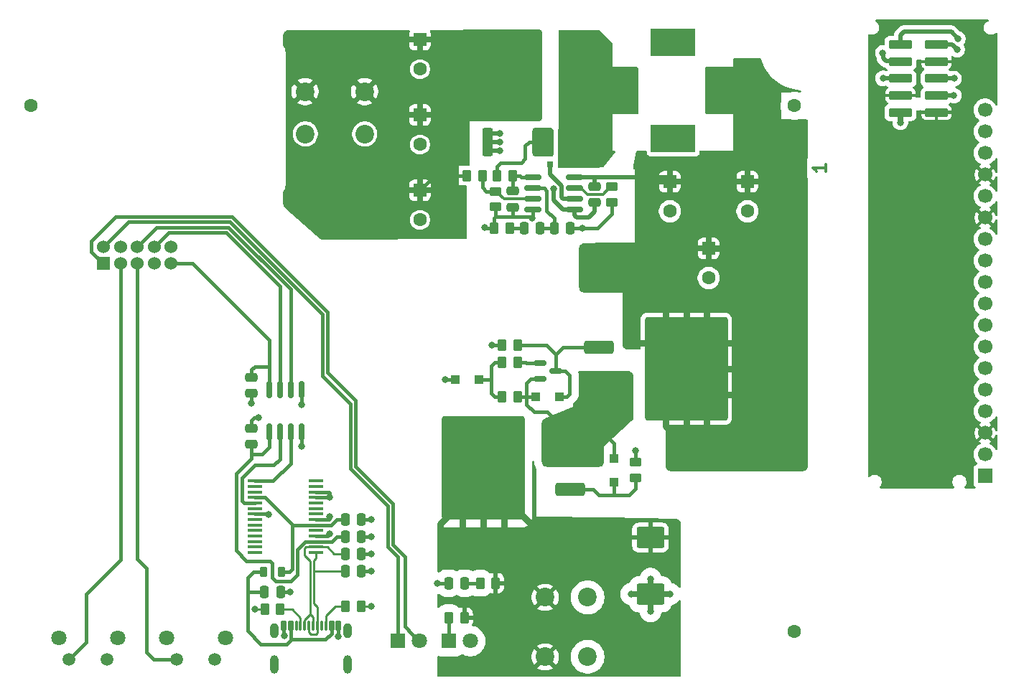
<source format=gtl>
%TF.GenerationSoftware,KiCad,Pcbnew,9.0.6-9.0.6~ubuntu22.04.1*%
%TF.CreationDate,2025-11-24T16:13:19-08:00*%
%TF.ProjectId,NX-J401-Adapter,4e582d4a-3430-4312-9d41-646170746572,5*%
%TF.SameCoordinates,Original*%
%TF.FileFunction,Copper,L1,Top*%
%TF.FilePolarity,Positive*%
%FSLAX46Y46*%
G04 Gerber Fmt 4.6, Leading zero omitted, Abs format (unit mm)*
G04 Created by KiCad (PCBNEW 9.0.6-9.0.6~ubuntu22.04.1) date 2025-11-24 16:13:19*
%MOMM*%
%LPD*%
G01*
G04 APERTURE LIST*
G04 Aperture macros list*
%AMRoundRect*
0 Rectangle with rounded corners*
0 $1 Rounding radius*
0 $2 $3 $4 $5 $6 $7 $8 $9 X,Y pos of 4 corners*
0 Add a 4 corners polygon primitive as box body*
4,1,4,$2,$3,$4,$5,$6,$7,$8,$9,$2,$3,0*
0 Add four circle primitives for the rounded corners*
1,1,$1+$1,$2,$3*
1,1,$1+$1,$4,$5*
1,1,$1+$1,$6,$7*
1,1,$1+$1,$8,$9*
0 Add four rect primitives between the rounded corners*
20,1,$1+$1,$2,$3,$4,$5,0*
20,1,$1+$1,$4,$5,$6,$7,0*
20,1,$1+$1,$6,$7,$8,$9,0*
20,1,$1+$1,$8,$9,$2,$3,0*%
%AMFreePoly0*
4,1,18,2.145000,-2.250000,-2.145000,-2.250000,-2.805000,-2.250000,-2.805000,-1.590000,-2.145000,-1.590000,-2.145000,-0.970000,-2.805000,-0.970000,-2.805000,-0.310000,-2.145000,-0.310000,-2.145000,0.310000,-2.805000,0.310000,-2.805000,0.970000,-2.145000,0.970000,-2.145000,1.590000,-2.805000,1.590000,-2.805000,2.250000,2.145000,2.250000,2.145000,-2.250000,2.145000,-2.250000,$1*%
G04 Aperture macros list end*
%ADD10C,0.300000*%
%TA.AperFunction,NonConductor*%
%ADD11C,0.300000*%
%TD*%
%TA.AperFunction,SMDPad,CuDef*%
%ADD12RoundRect,0.250000X2.050000X0.300000X-2.050000X0.300000X-2.050000X-0.300000X2.050000X-0.300000X0*%
%TD*%
%TA.AperFunction,SMDPad,CuDef*%
%ADD13RoundRect,0.250000X2.025000X2.375000X-2.025000X2.375000X-2.025000X-2.375000X2.025000X-2.375000X0*%
%TD*%
%TA.AperFunction,SMDPad,CuDef*%
%ADD14RoundRect,0.250002X4.449998X5.149998X-4.449998X5.149998X-4.449998X-5.149998X4.449998X-5.149998X0*%
%TD*%
%TA.AperFunction,SMDPad,CuDef*%
%ADD15RoundRect,0.250000X-0.250000X-0.475000X0.250000X-0.475000X0.250000X0.475000X-0.250000X0.475000X0*%
%TD*%
%TA.AperFunction,SMDPad,CuDef*%
%ADD16R,0.750000X0.660000*%
%TD*%
%TA.AperFunction,SMDPad,CuDef*%
%ADD17FreePoly0,180.000000*%
%TD*%
%TA.AperFunction,SMDPad,CuDef*%
%ADD18C,1.600000*%
%TD*%
%TA.AperFunction,ComponentPad*%
%ADD19R,1.800000X1.800000*%
%TD*%
%TA.AperFunction,ComponentPad*%
%ADD20C,1.800000*%
%TD*%
%TA.AperFunction,SMDPad,CuDef*%
%ADD21RoundRect,0.250000X-0.300000X0.300000X-0.300000X-0.300000X0.300000X-0.300000X0.300000X0.300000X0*%
%TD*%
%TA.AperFunction,SMDPad,CuDef*%
%ADD22RoundRect,0.363637X-1.386363X-0.436363X1.386363X-0.436363X1.386363X0.436363X-1.386363X0.436363X0*%
%TD*%
%TA.AperFunction,SMDPad,CuDef*%
%ADD23RoundRect,0.234890X-1.902610X-2.515110X1.902610X-2.515110X1.902610X2.515110X-1.902610X2.515110X0*%
%TD*%
%TA.AperFunction,SMDPad,CuDef*%
%ADD24RoundRect,0.259311X-4.615689X-5.840689X4.615689X-5.840689X4.615689X5.840689X-4.615689X5.840689X0*%
%TD*%
%TA.AperFunction,SMDPad,CuDef*%
%ADD25RoundRect,0.218750X-0.218750X-0.381250X0.218750X-0.381250X0.218750X0.381250X-0.218750X0.381250X0*%
%TD*%
%TA.AperFunction,SMDPad,CuDef*%
%ADD26RoundRect,0.250000X-0.262500X-0.450000X0.262500X-0.450000X0.262500X0.450000X-0.262500X0.450000X0*%
%TD*%
%TA.AperFunction,SMDPad,CuDef*%
%ADD27RoundRect,0.250000X0.475000X-0.250000X0.475000X0.250000X-0.475000X0.250000X-0.475000X-0.250000X0*%
%TD*%
%TA.AperFunction,ComponentPad*%
%ADD28C,2.200000*%
%TD*%
%TA.AperFunction,ComponentPad*%
%ADD29C,1.498600*%
%TD*%
%TA.AperFunction,ComponentPad*%
%ADD30C,1.803400*%
%TD*%
%TA.AperFunction,SMDPad,CuDef*%
%ADD31RoundRect,0.250000X0.450000X-0.262500X0.450000X0.262500X-0.450000X0.262500X-0.450000X-0.262500X0*%
%TD*%
%TA.AperFunction,SMDPad,CuDef*%
%ADD32RoundRect,0.250000X0.262500X0.450000X-0.262500X0.450000X-0.262500X-0.450000X0.262500X-0.450000X0*%
%TD*%
%TA.AperFunction,SMDPad,CuDef*%
%ADD33RoundRect,0.150000X-0.587500X-0.150000X0.587500X-0.150000X0.587500X0.150000X-0.587500X0.150000X0*%
%TD*%
%TA.AperFunction,ComponentPad*%
%ADD34RoundRect,0.250000X-0.550000X0.550000X-0.550000X-0.550000X0.550000X-0.550000X0.550000X0.550000X0*%
%TD*%
%TA.AperFunction,ComponentPad*%
%ADD35C,1.600000*%
%TD*%
%TA.AperFunction,SMDPad,CuDef*%
%ADD36RoundRect,0.250000X-0.450000X0.262500X-0.450000X-0.262500X0.450000X-0.262500X0.450000X0.262500X0*%
%TD*%
%TA.AperFunction,ComponentPad*%
%ADD37R,1.524000X1.524000*%
%TD*%
%TA.AperFunction,ComponentPad*%
%ADD38C,1.524000*%
%TD*%
%TA.AperFunction,SMDPad,CuDef*%
%ADD39RoundRect,0.250000X-0.300000X-0.300000X0.300000X-0.300000X0.300000X0.300000X-0.300000X0.300000X0*%
%TD*%
%TA.AperFunction,SMDPad,CuDef*%
%ADD40RoundRect,0.250000X-0.475000X0.250000X-0.475000X-0.250000X0.475000X-0.250000X0.475000X0.250000X0*%
%TD*%
%TA.AperFunction,SMDPad,CuDef*%
%ADD41RoundRect,0.250000X1.400000X1.000000X-1.400000X1.000000X-1.400000X-1.000000X1.400000X-1.000000X0*%
%TD*%
%TA.AperFunction,SMDPad,CuDef*%
%ADD42R,1.750000X0.450000*%
%TD*%
%TA.AperFunction,SMDPad,CuDef*%
%ADD43RoundRect,0.150000X0.150000X-0.825000X0.150000X0.825000X-0.150000X0.825000X-0.150000X-0.825000X0*%
%TD*%
%TA.AperFunction,SMDPad,CuDef*%
%ADD44RoundRect,0.150000X-0.825000X-0.150000X0.825000X-0.150000X0.825000X0.150000X-0.825000X0.150000X0*%
%TD*%
%TA.AperFunction,SMDPad,CuDef*%
%ADD45RoundRect,0.250000X0.300000X0.300000X-0.300000X0.300000X-0.300000X-0.300000X0.300000X-0.300000X0*%
%TD*%
%TA.AperFunction,SMDPad,CuDef*%
%ADD46RoundRect,0.250000X-0.362500X-1.425000X0.362500X-1.425000X0.362500X1.425000X-0.362500X1.425000X0*%
%TD*%
%TA.AperFunction,SMDPad,CuDef*%
%ADD47RoundRect,0.250000X0.250000X0.475000X-0.250000X0.475000X-0.250000X-0.475000X0.250000X-0.475000X0*%
%TD*%
%TA.AperFunction,SMDPad,CuDef*%
%ADD48RoundRect,0.090000X0.210000X0.485000X-0.210000X0.485000X-0.210000X-0.485000X0.210000X-0.485000X0*%
%TD*%
%TA.AperFunction,SMDPad,CuDef*%
%ADD49RoundRect,0.045000X0.105000X0.530000X-0.105000X0.530000X-0.105000X-0.530000X0.105000X-0.530000X0*%
%TD*%
%TA.AperFunction,ComponentPad*%
%ADD50O,1.000000X1.800000*%
%TD*%
%TA.AperFunction,ComponentPad*%
%ADD51O,1.000000X2.200000*%
%TD*%
%TA.AperFunction,SMDPad,CuDef*%
%ADD52R,3.265000X5.210000*%
%TD*%
%TA.AperFunction,SMDPad,CuDef*%
%ADD53R,5.210000X3.275000*%
%TD*%
%TA.AperFunction,SMDPad,CuDef*%
%ADD54RoundRect,0.363637X1.386363X0.436363X-1.386363X0.436363X-1.386363X-0.436363X1.386363X-0.436363X0*%
%TD*%
%TA.AperFunction,SMDPad,CuDef*%
%ADD55RoundRect,0.234890X1.902610X2.515110X-1.902610X2.515110X-1.902610X-2.515110X1.902610X-2.515110X0*%
%TD*%
%TA.AperFunction,SMDPad,CuDef*%
%ADD56RoundRect,0.259311X4.615689X5.840689X-4.615689X5.840689X-4.615689X-5.840689X4.615689X-5.840689X0*%
%TD*%
%TA.AperFunction,ComponentPad*%
%ADD57R,1.700000X1.700000*%
%TD*%
%TA.AperFunction,ComponentPad*%
%ADD58C,1.700000*%
%TD*%
%TA.AperFunction,SMDPad,CuDef*%
%ADD59RoundRect,0.150000X-1.225000X0.350000X-1.225000X-0.350000X1.225000X-0.350000X1.225000X0.350000X0*%
%TD*%
%TA.AperFunction,ViaPad*%
%ADD60C,0.812800*%
%TD*%
%TA.AperFunction,Conductor*%
%ADD61C,0.254000*%
%TD*%
%TA.AperFunction,Conductor*%
%ADD62C,0.381000*%
%TD*%
%TA.AperFunction,Conductor*%
%ADD63C,0.508000*%
%TD*%
%TA.AperFunction,Conductor*%
%ADD64C,0.762000*%
%TD*%
%TA.AperFunction,Conductor*%
%ADD65C,0.635000*%
%TD*%
%TA.AperFunction,Conductor*%
%ADD66C,0.304800*%
%TD*%
G04 APERTURE END LIST*
D10*
D11*
X323650828Y-97909774D02*
X323650828Y-98766917D01*
X323650828Y-98338346D02*
X322150828Y-98338346D01*
X322150828Y-98338346D02*
X322365114Y-98481203D01*
X322365114Y-98481203D02*
X322507971Y-98624060D01*
X322507971Y-98624060D02*
X322579400Y-98766917D01*
D12*
%TO.P,D1,1,A*%
%TO.N,/Power Supply/SW*%
X294640000Y-89916000D03*
D13*
%TO.P,D1,2,K*%
%TO.N,+18V*%
X287915000Y-90151000D03*
X287915000Y-84601000D03*
D14*
X285490000Y-87376000D03*
D13*
X283065000Y-90151000D03*
X283065000Y-84601000D03*
D12*
%TO.P,D1,3,A*%
%TO.N,/Power Supply/SW*%
X294640000Y-84836000D03*
%TD*%
D15*
%TO.P,C15,1*%
%TO.N,Net-(U3-USBD-)*%
X267010000Y-143865000D03*
%TO.P,C15,2*%
%TO.N,GND_USB*%
X268910000Y-143865000D03*
%TD*%
D16*
%TO.P,Q1,1,S*%
%TO.N,/Power Supply/Q_S*%
X291195000Y-94092000D03*
%TO.P,Q1,2,S*%
X291195000Y-95372000D03*
%TO.P,Q1,3,S*%
X291195000Y-96652000D03*
%TO.P,Q1,4,G*%
%TO.N,Net-(Q1-G)*%
X291195000Y-97932000D03*
D17*
%TO.P,Q1,5,D*%
%TO.N,/Power Supply/SW*%
X294265000Y-96012000D03*
%TD*%
D18*
%TO.P,FID3,*%
%TO.N,*%
X320000000Y-153000000D03*
%TD*%
D19*
%TO.P,D7,1,KA*%
%TO.N,Net-(D7-KA)*%
X279230000Y-154165000D03*
D20*
%TO.P,D7,2,AK*%
%TO.N,GND*%
X281770000Y-154165000D03*
%TD*%
D21*
%TO.P,D4,1,K*%
%TO.N,/Power Supply/V_P*%
X298704000Y-132588000D03*
%TO.P,D4,2,A*%
%TO.N,Net-(D4-A)*%
X298704000Y-135388000D03*
%TD*%
D22*
%TO.P,Q2,1,G*%
%TO.N,Net-(D3-A)*%
X296955500Y-119510000D03*
D23*
%TO.P,Q2,2,D*%
%TO.N,/Power Supply/V_IN*%
X304793000Y-119000000D03*
X304793000Y-125100000D03*
D24*
X307230500Y-122050000D03*
D23*
X309668000Y-119000000D03*
X309668000Y-125100000D03*
D22*
%TO.P,Q2,3,S*%
%TO.N,/Power Supply/V_P*%
X296955500Y-124590000D03*
%TD*%
D18*
%TO.P,FID2,*%
%TO.N,*%
X320000000Y-91000000D03*
%TD*%
D25*
%TO.P,L2,1,1*%
%TO.N,Net-(C18-Pad1)*%
X257407900Y-145973800D03*
%TO.P,L2,2,2*%
%TO.N,Net-(U3-VCC)*%
X259532900Y-145973800D03*
%TD*%
D26*
%TO.P,R9,1*%
%TO.N,Net-(D2-K)*%
X285540500Y-125352000D03*
%TO.P,R9,2*%
%TO.N,/Power Supply/V_P*%
X287365500Y-125352000D03*
%TD*%
D27*
%TO.P,C12,1*%
%TO.N,3V3_USB*%
X255960000Y-130942000D03*
%TO.P,C12,2*%
%TO.N,GND_USB*%
X255960000Y-129042000D03*
%TD*%
D28*
%TO.P,J1,1,Pin_1*%
%TO.N,+18V*%
X269326000Y-89321000D03*
X262300600Y-89321000D03*
%TO.P,J1,2,Pin_2*%
%TO.N,GND*%
X269326000Y-94321000D03*
X262326000Y-94321000D03*
%TD*%
D29*
%TO.P,SW1,1,1*%
%TO.N,/~{REC}*%
X234478000Y-156285700D03*
%TO.P,SW1,2,2*%
%TO.N,GND1*%
X238978001Y-156285700D03*
D30*
%TO.P,SW1,3*%
%TO.N,N/C*%
X233228001Y-153785824D03*
%TO.P,SW1,4*%
X240228000Y-153785824D03*
%TD*%
D28*
%TO.P,J3,1,Pin_1*%
%TO.N,/V_BAT*%
X290601400Y-149000600D03*
X290601400Y-156026000D03*
%TO.P,J3,2,Pin_2*%
%TO.N,GND*%
X295601400Y-149000600D03*
X295601400Y-156000600D03*
%TD*%
D31*
%TO.P,R5,1*%
%TO.N,GND*%
X284708600Y-102918900D03*
%TO.P,R5,2*%
%TO.N,Net-(U1-FB)*%
X284708600Y-101093900D03*
%TD*%
D32*
%TO.P,R2,1*%
%TO.N,Net-(U1-FB)*%
X283182700Y-99288600D03*
%TO.P,R2,2*%
%TO.N,+18V*%
X281357700Y-99288600D03*
%TD*%
D26*
%TO.P,R11,1*%
%TO.N,Net-(C17-Pad1)*%
X282937500Y-147320000D03*
%TO.P,R11,2*%
%TO.N,/V_BAT*%
X284762500Y-147320000D03*
%TD*%
D33*
%TO.P,Q3,1,B*%
%TO.N,Net-(Q3-B)*%
X289963500Y-121354000D03*
%TO.P,Q3,2,E*%
%TO.N,/Power Supply/V_P*%
X289963500Y-123254000D03*
%TO.P,Q3,3,C*%
%TO.N,Net-(D3-A)*%
X291838500Y-122304000D03*
%TD*%
D15*
%TO.P,C13,1*%
%TO.N,Net-(U3-VCC)*%
X267010000Y-139833000D03*
%TO.P,C13,2*%
%TO.N,GND_USB*%
X268910000Y-139833000D03*
%TD*%
D34*
%TO.P,C3,1*%
%TO.N,/Power Supply/V_IN*%
X305308000Y-99947349D03*
D35*
%TO.P,C3,2*%
%TO.N,GND*%
X305308000Y-103447349D03*
%TD*%
D26*
%TO.P,R13,1*%
%TO.N,GND_USB*%
X257557900Y-150418800D03*
%TO.P,R13,2*%
%TO.N,Net-(J4-CC1)*%
X259382900Y-150418800D03*
%TD*%
D15*
%TO.P,C14,1*%
%TO.N,3V3_USB*%
X267010000Y-141833000D03*
%TO.P,C14,2*%
%TO.N,GND_USB*%
X268910000Y-141833000D03*
%TD*%
D26*
%TO.P,R7,1*%
%TO.N,GND*%
X285540500Y-119256000D03*
%TO.P,R7,2*%
%TO.N,Net-(D3-A)*%
X287365500Y-119256000D03*
%TD*%
D36*
%TO.P,R10,1*%
%TO.N,GND*%
X301244000Y-133075500D03*
%TO.P,R10,2*%
%TO.N,Net-(D4-A)*%
X301244000Y-134900500D03*
%TD*%
D37*
%TO.P,J2,1,Pin_1*%
%TO.N,/PC_LED-*%
X238506000Y-109601000D03*
D38*
%TO.P,J2,2,Pin_2*%
%TO.N,/PC_LED+*%
X238506000Y-107601000D03*
%TO.P,J2,3,Pin_3*%
%TO.N,/~{REC}*%
X240506000Y-109601000D03*
%TO.P,J2,4,Pin_4*%
%TO.N,GND1*%
X240506000Y-107601000D03*
%TO.P,J2,5,Pin_5*%
%TO.N,/~{SYS_RESET}*%
X242506000Y-109601000D03*
%TO.P,J2,6,Pin_6*%
%TO.N,/UART2_RXD*%
X242506000Y-107601000D03*
%TO.P,J2,7,Pin_7*%
%TO.N,GND1*%
X244506000Y-109601000D03*
%TO.P,J2,8,Pin_8*%
%TO.N,/UART2_TXD*%
X244506000Y-107601000D03*
%TO.P,J2,9,Pin_9*%
%TO.N,/3V3*%
X246506000Y-109601000D03*
%TO.P,J2,10,Pin_10*%
%TO.N,GND1*%
X246506000Y-107601000D03*
%TD*%
D32*
%TO.P,R12,1*%
%TO.N,GND_USB*%
X268872500Y-150088000D03*
%TO.P,R12,2*%
%TO.N,Net-(J4-CC2)*%
X267047500Y-150088000D03*
%TD*%
D39*
%TO.P,D3,1,K*%
%TO.N,/Power Supply/V_P*%
X289501000Y-125352000D03*
%TO.P,D3,2,A*%
%TO.N,Net-(D3-A)*%
X292301000Y-125352000D03*
%TD*%
D15*
%TO.P,C16,1*%
%TO.N,Net-(U3-USBD+)*%
X267010000Y-145897000D03*
%TO.P,C16,2*%
%TO.N,GND_USB*%
X268910000Y-145897000D03*
%TD*%
D34*
%TO.P,C5,1*%
%TO.N,+18V*%
X275844000Y-100963349D03*
D35*
%TO.P,C5,2*%
%TO.N,GND*%
X275844000Y-104463349D03*
%TD*%
D19*
%TO.P,D6,1,KA*%
%TO.N,/PC_LED+*%
X273230000Y-154165000D03*
D20*
%TO.P,D6,2,AK*%
%TO.N,/PC_LED-*%
X275770000Y-154165000D03*
%TD*%
D29*
%TO.P,SW2,1,1*%
%TO.N,/~{SYS_RESET}*%
X247178000Y-156285700D03*
%TO.P,SW2,2,2*%
%TO.N,GND1*%
X251678001Y-156285700D03*
D30*
%TO.P,SW2,3*%
%TO.N,N/C*%
X245928001Y-153785824D03*
%TO.P,SW2,4*%
X252928000Y-153785824D03*
%TD*%
D15*
%TO.P,C18,1*%
%TO.N,Net-(C18-Pad1)*%
X257520400Y-148386800D03*
%TO.P,C18,2*%
%TO.N,GND_USB*%
X259420400Y-148386800D03*
%TD*%
D40*
%TO.P,C11,1*%
%TO.N,/3V3*%
X255960000Y-123042000D03*
%TO.P,C11,2*%
%TO.N,GND1*%
X255960000Y-124942000D03*
%TD*%
D41*
%TO.P,D5,1,A1*%
%TO.N,GND*%
X303022000Y-148638000D03*
%TO.P,D5,2,A2*%
%TO.N,/V_BAT*%
X303022000Y-141938000D03*
%TD*%
D31*
%TO.P,R4,1*%
%TO.N,GND*%
X298450000Y-102385540D03*
%TO.P,R4,2*%
%TO.N,Net-(U1-FA{slash}SD)*%
X298450000Y-100560540D03*
%TD*%
D26*
%TO.P,R8,1*%
%TO.N,Net-(D2-K)*%
X285540500Y-121288000D03*
%TO.P,R8,2*%
%TO.N,Net-(Q3-B)*%
X287365500Y-121288000D03*
%TD*%
D34*
%TO.P,C1,1*%
%TO.N,+18V*%
X275844000Y-83183349D03*
D35*
%TO.P,C1,2*%
%TO.N,GND*%
X275844000Y-86683349D03*
%TD*%
D18*
%TO.P,FID1,*%
%TO.N,*%
X230000000Y-91000000D03*
%TD*%
D42*
%TO.P,U3,1,TXD*%
%TO.N,Net-(U2-IN_{B})*%
X256360000Y-135267000D03*
%TO.P,U3,2,~{DTR}*%
%TO.N,unconnected-(U3-~{DTR}-Pad2)*%
X256360000Y-135917000D03*
%TO.P,U3,3,~{RTS}*%
%TO.N,unconnected-(U3-~{RTS}-Pad3)*%
X256360000Y-136567000D03*
%TO.P,U3,4,VCCIO*%
%TO.N,Net-(U3-VCC)*%
X256360000Y-137217000D03*
%TO.P,U3,5,RXD*%
%TO.N,Net-(U2-OUT_{A})*%
X256360000Y-137867000D03*
%TO.P,U3,6,~{RI}*%
%TO.N,unconnected-(U3-~{RI}-Pad6)*%
X256360000Y-138517000D03*
%TO.P,U3,7,GND*%
%TO.N,GND_USB*%
X256360000Y-139167000D03*
%TO.P,U3,8,NC*%
%TO.N,unconnected-(U3-NC-Pad8)*%
X256360000Y-139817000D03*
%TO.P,U3,9,~{DSR}*%
%TO.N,unconnected-(U3-~{DSR}-Pad9)*%
X256360000Y-140467000D03*
%TO.P,U3,10,~{DCD}*%
%TO.N,unconnected-(U3-~{DCD}-Pad10)*%
X256360000Y-141117000D03*
%TO.P,U3,11,~{CTS}*%
%TO.N,unconnected-(U3-~{CTS}-Pad11)*%
X256360000Y-141767000D03*
%TO.P,U3,12,CBUS4*%
%TO.N,unconnected-(U3-CBUS4-Pad12)*%
X256360000Y-142417000D03*
%TO.P,U3,13,CBUS2*%
%TO.N,unconnected-(U3-CBUS2-Pad13)*%
X256360000Y-143067000D03*
%TO.P,U3,14,CBUS3*%
%TO.N,unconnected-(U3-CBUS3-Pad14)*%
X256360000Y-143717000D03*
%TO.P,U3,15,USBD+*%
%TO.N,Net-(U3-USBD+)*%
X263560000Y-143717000D03*
%TO.P,U3,16,USBD-*%
%TO.N,Net-(U3-USBD-)*%
X263560000Y-143067000D03*
%TO.P,U3,17,3V3OUT*%
%TO.N,3V3_USB*%
X263560000Y-142417000D03*
%TO.P,U3,18,GND*%
%TO.N,GND_USB*%
X263560000Y-141767000D03*
%TO.P,U3,19,~{RESET}*%
%TO.N,unconnected-(U3-~{RESET}-Pad19)*%
X263560000Y-141117000D03*
%TO.P,U3,20,VCC*%
%TO.N,Net-(U3-VCC)*%
X263560000Y-140467000D03*
%TO.P,U3,21,GND*%
%TO.N,GND_USB*%
X263560000Y-139817000D03*
%TO.P,U3,22,CBUS1*%
%TO.N,unconnected-(U3-CBUS1-Pad22)*%
X263560000Y-139167000D03*
%TO.P,U3,23,CBUS0*%
%TO.N,unconnected-(U3-CBUS0-Pad23)*%
X263560000Y-138517000D03*
%TO.P,U3,24*%
%TO.N,N/C*%
X263560000Y-137867000D03*
%TO.P,U3,25,AGND*%
%TO.N,GND_USB*%
X263560000Y-137217000D03*
%TO.P,U3,26,TEST*%
X263560000Y-136567000D03*
%TO.P,U3,27,OSCI*%
%TO.N,unconnected-(U3-OSCI-Pad27)*%
X263560000Y-135917000D03*
%TO.P,U3,28,OSCO*%
%TO.N,unconnected-(U3-OSCO-Pad28)*%
X263560000Y-135267000D03*
%TD*%
D43*
%TO.P,U2,1,VCC1*%
%TO.N,3V3_USB*%
X258055000Y-129467000D03*
%TO.P,U2,2,OUT_{A}*%
%TO.N,Net-(U2-OUT_{A})*%
X259325000Y-129467000D03*
%TO.P,U2,3,IN_{B}*%
%TO.N,Net-(U2-IN_{B})*%
X260595000Y-129467000D03*
%TO.P,U2,4,GND1*%
%TO.N,GND_USB*%
X261865000Y-129467000D03*
%TO.P,U2,5,GND2*%
%TO.N,GND1*%
X261865000Y-124517000D03*
%TO.P,U2,6,OUT_{B}*%
%TO.N,/UART2_RXD*%
X260595000Y-124517000D03*
%TO.P,U2,7,IN_{A}*%
%TO.N,/UART2_TXD*%
X259325000Y-124517000D03*
%TO.P,U2,8,VCC2*%
%TO.N,/3V3*%
X258055000Y-124517000D03*
%TD*%
D44*
%TO.P,U1,1,I_{SEN}*%
%TO.N,Net-(U1-I_{SEN})*%
X289117000Y-99441000D03*
%TO.P,U1,2,COMP*%
%TO.N,Net-(U1-COMP)*%
X289117000Y-100711000D03*
%TO.P,U1,3,FB*%
%TO.N,Net-(U1-FB)*%
X289117000Y-101981000D03*
%TO.P,U1,4,AGND*%
%TO.N,GND*%
X289117000Y-103251000D03*
%TO.P,U1,5,PGND*%
X294067000Y-103251000D03*
%TO.P,U1,6,DR*%
%TO.N,Net-(Q1-G)*%
X294067000Y-101981000D03*
%TO.P,U1,7,FA/SD*%
%TO.N,Net-(U1-FA{slash}SD)*%
X294067000Y-100711000D03*
%TO.P,U1,8,V_{IN}*%
%TO.N,/Power Supply/V_IN*%
X294067000Y-99441000D03*
%TD*%
D45*
%TO.P,D2,1,K*%
%TO.N,Net-(D2-K)*%
X282773000Y-123320000D03*
%TO.P,D2,2,A*%
%TO.N,GND*%
X279973000Y-123320000D03*
%TD*%
D26*
%TO.P,R6,1*%
%TO.N,GND*%
X284583500Y-105410000D03*
%TO.P,R6,2*%
%TO.N,Net-(C8-Pad2)*%
X286408500Y-105410000D03*
%TD*%
D46*
%TO.P,R1,1*%
%TO.N,GND*%
X283803500Y-95250000D03*
%TO.P,R1,2*%
%TO.N,/Power Supply/Q_S*%
X289728500Y-95250000D03*
%TD*%
D26*
%TO.P,R3,1*%
%TO.N,/Power Supply/Q_S*%
X284915600Y-99288600D03*
%TO.P,R3,2*%
%TO.N,Net-(U1-I_{SEN})*%
X286740600Y-99288600D03*
%TD*%
D47*
%TO.P,C8,1*%
%TO.N,Net-(U1-COMP)*%
X290002000Y-105410000D03*
%TO.P,C8,2*%
%TO.N,Net-(C8-Pad2)*%
X288102000Y-105410000D03*
%TD*%
D34*
%TO.P,C2,1*%
%TO.N,+18V*%
X275844000Y-92073349D03*
D35*
%TO.P,C2,2*%
%TO.N,GND*%
X275844000Y-95573349D03*
%TD*%
D48*
%TO.P,J4,A1B12,GND*%
%TO.N,GND_USB*%
X259800000Y-152328575D03*
%TO.P,J4,A4B9,VBUS*%
%TO.N,Net-(C18-Pad1)*%
X260600000Y-152328575D03*
D49*
%TO.P,J4,A5,CC1*%
%TO.N,Net-(J4-CC1)*%
X261750000Y-152328575D03*
%TO.P,J4,A6,D+*%
%TO.N,Net-(U3-USBD+)*%
X262750000Y-152328575D03*
%TO.P,J4,A7,D-*%
%TO.N,Net-(U3-USBD-)*%
X263250000Y-152328575D03*
%TO.P,J4,A8*%
%TO.N,unconnected-(J4-PadA8)*%
X264250000Y-152328575D03*
D48*
%TO.P,J4,B1A12,GND*%
%TO.N,GND_USB*%
X266200000Y-152328575D03*
%TO.P,J4,B4A9,VBUS*%
%TO.N,Net-(C18-Pad1)*%
X265400000Y-152328575D03*
D49*
%TO.P,J4,B5,CC2*%
%TO.N,Net-(J4-CC2)*%
X264750000Y-152328575D03*
%TO.P,J4,B6,D+*%
%TO.N,Net-(U3-USBD+)*%
X263750000Y-152328575D03*
%TO.P,J4,B7,D-*%
%TO.N,Net-(U3-USBD-)*%
X262250000Y-152328575D03*
%TO.P,J4,B8*%
%TO.N,unconnected-(J4-PadB8)*%
X261250000Y-152328575D03*
D50*
%TO.P,J4,S1,SHIELD*%
%TO.N,GND_USB*%
X258680000Y-152903575D03*
D51*
X258680000Y-156903575D03*
D50*
X267320000Y-152903575D03*
D51*
X267320000Y-156903575D03*
%TD*%
D40*
%TO.P,C7,1*%
%TO.N,Net-(U1-I_{SEN})*%
X286740600Y-101056400D03*
%TO.P,C7,2*%
%TO.N,GND*%
X286740600Y-102956400D03*
%TD*%
D15*
%TO.P,C9,1*%
%TO.N,Net-(U1-COMP)*%
X291658000Y-105410000D03*
%TO.P,C9,2*%
%TO.N,GND*%
X293558000Y-105410000D03*
%TD*%
D52*
%TO.P,L1,1,1*%
%TO.N,/Power Supply/V_IN*%
X311427500Y-89154000D03*
%TO.P,L1,2,2*%
%TO.N,/Power Supply/SW*%
X299962500Y-89154000D03*
D53*
%TO.P,L1,3,3*%
%TO.N,GND*%
X305695000Y-94831500D03*
%TO.P,L1,4,4*%
X305695000Y-83476500D03*
%TD*%
D54*
%TO.P,Q4,1,G*%
%TO.N,Net-(D4-A)*%
X293565000Y-136274000D03*
D55*
%TO.P,Q4,2,D*%
%TO.N,/V_BAT*%
X285727500Y-136784000D03*
X285727500Y-130684000D03*
D56*
X283290000Y-133734000D03*
D55*
X280852500Y-136784000D03*
X280852500Y-130684000D03*
D54*
%TO.P,Q4,3,S*%
%TO.N,/Power Supply/V_P*%
X293565000Y-131194000D03*
%TD*%
D34*
%TO.P,C4,1*%
%TO.N,/Power Supply/V_IN*%
X314452000Y-99947349D03*
D35*
%TO.P,C4,2*%
%TO.N,GND*%
X314452000Y-103447349D03*
%TD*%
D40*
%TO.P,C6,1*%
%TO.N,/Power Supply/V_IN*%
X296418000Y-100523040D03*
%TO.P,C6,2*%
%TO.N,GND*%
X296418000Y-102423040D03*
%TD*%
D34*
%TO.P,C10,1*%
%TO.N,/Power Supply/V_IN*%
X309880000Y-107821349D03*
D35*
%TO.P,C10,2*%
%TO.N,GND*%
X309880000Y-111321349D03*
%TD*%
D47*
%TO.P,C17,1*%
%TO.N,Net-(C17-Pad1)*%
X281112000Y-147320000D03*
%TO.P,C17,2*%
%TO.N,GND*%
X279212000Y-147320000D03*
%TD*%
D57*
%TO.P,J5,1,Pin_1*%
%TO.N,/NX Button Interface/CAN_TX*%
X342472000Y-134670800D03*
D58*
%TO.P,J5,2,Pin_2*%
%TO.N,/NX Button Interface/CAN_RX*%
X342472000Y-132130800D03*
%TO.P,J5,3,Pin_3*%
%TO.N,/NX Button Interface/GND_BTN*%
X342472000Y-129590800D03*
%TO.P,J5,4,Pin_4*%
%TO.N,/NX Button Interface/3V3_BTN*%
X342472000Y-127050800D03*
%TO.P,J5,5,Pin_5*%
%TO.N,unconnected-(J5-Pin_5-Pad5)*%
X342472000Y-124510800D03*
%TO.P,J5,6,Pin_6*%
%TO.N,unconnected-(J5-Pin_6-Pad6)*%
X342472000Y-121970800D03*
%TO.P,J5,7,Pin_7*%
%TO.N,/NX Button Interface/NX_PC_LED-*%
X342472000Y-119430800D03*
%TO.P,J5,8,Pin_8*%
%TO.N,/NX Button Interface/NX_PC_LED+*%
X342472000Y-116890800D03*
%TO.P,J5,9,Pin_9*%
%TO.N,/NX Button Interface/UART2_RXD*%
X342472000Y-114350800D03*
%TO.P,J5,10,Pin_10*%
%TO.N,/NX Button Interface/UART2_TXD*%
X342472000Y-111810800D03*
%TO.P,J5,11,Pin_11*%
%TO.N,unconnected-(J5-Pin_11-Pad11)*%
X342472000Y-109270800D03*
%TO.P,J5,12,Pin_12*%
%TO.N,unconnected-(J5-Pin_12-Pad12)*%
X342472000Y-106730800D03*
%TO.P,J5,13,Pin_13*%
%TO.N,/NX Button Interface/GND_BTN*%
X342472000Y-104190800D03*
%TO.P,J5,14,Pin_14*%
%TO.N,/NX Button Interface/~{SYS_RESET}*%
X342472000Y-101650800D03*
%TO.P,J5,15,Pin_15*%
%TO.N,/NX Button Interface/GND_BTN*%
X342472000Y-99110800D03*
%TO.P,J5,16,Pin_16*%
%TO.N,/NX Button Interface/~{REC}*%
X342472000Y-96570800D03*
%TO.P,J5,17,Pin_17*%
%TO.N,unconnected-(J5-Pin_17-Pad17)*%
X342472000Y-94030800D03*
%TO.P,J5,18,Pin_18*%
%TO.N,unconnected-(J5-Pin_18-Pad18)*%
X342472000Y-91490800D03*
%TD*%
D59*
%TO.P,J6,1,Pin_1*%
%TO.N,/NX Button Interface/NX_PC_LED-*%
X332495860Y-83782400D03*
%TO.P,J6,2,Pin_2*%
%TO.N,/NX Button Interface/NX_PC_LED+*%
X336745860Y-83782400D03*
%TO.P,J6,3,Pin_3*%
%TO.N,/NX Button Interface/~{REC}*%
X332495860Y-85782400D03*
%TO.P,J6,4,Pin_4*%
%TO.N,/NX Button Interface/GND_BTN*%
X336745860Y-85782400D03*
%TO.P,J6,5,Pin_5*%
%TO.N,/NX Button Interface/~{SYS_RESET}*%
X332495860Y-87782400D03*
%TO.P,J6,6,Pin_6*%
%TO.N,/NX Button Interface/UART2_RXD*%
X336745860Y-87782400D03*
%TO.P,J6,7,Pin_7*%
%TO.N,/NX Button Interface/GND_BTN*%
X332495860Y-89782400D03*
%TO.P,J6,8,Pin_8*%
%TO.N,/NX Button Interface/UART2_TXD*%
X336745860Y-89782400D03*
%TO.P,J6,9,Pin_9*%
%TO.N,/NX Button Interface/3V3_BTN*%
X332495860Y-91782400D03*
%TO.P,J6,10,Pin_10*%
%TO.N,/NX Button Interface/GND_BTN*%
X336745860Y-91782400D03*
%TD*%
D32*
%TO.P,R14,1*%
%TO.N,/V_BAT*%
X281074500Y-151384000D03*
%TO.P,R14,2*%
%TO.N,Net-(D7-KA)*%
X279249500Y-151384000D03*
%TD*%
D60*
%TO.N,GND*%
X285242000Y-96266000D03*
X303022000Y-150622000D03*
X284327600Y-119278400D03*
X285241982Y-94234000D03*
X305308000Y-148590000D03*
X283438610Y-105359200D03*
X289052000Y-104266998D03*
X305714400Y-83515200D03*
X291605822Y-100813988D03*
X277876000Y-147320000D03*
X285242000Y-95250000D03*
X300736000Y-148590000D03*
X278790400Y-123342400D03*
X305714400Y-94843600D03*
X303022000Y-146812000D03*
X301244000Y-131699000D03*
X294995600Y-105410000D03*
%TO.N,GND_USB*%
X270078200Y-150063200D03*
X265201400Y-141528800D03*
X265226800Y-139496800D03*
X270129000Y-145872200D03*
X256387600Y-150393400D03*
X270078200Y-139827000D03*
X256794000Y-127787400D03*
X259816600Y-153568400D03*
X265201400Y-137210800D03*
X270103600Y-143865600D03*
X257987800Y-139192000D03*
X270103600Y-141833600D03*
X261874000Y-131191000D03*
X266217400Y-153619200D03*
X260553200Y-148386800D03*
%TO.N,GND1*%
X255981200Y-126085600D03*
X261865000Y-126254400D03*
%TO.N,/NX Button Interface/~{SYS_RESET}*%
X330428600Y-87757000D03*
%TO.N,/NX Button Interface/NX_PC_LED-*%
X339269299Y-83083400D03*
%TO.N,/NX Button Interface/UART2_RXD*%
X338810600Y-87782400D03*
%TO.N,/NX Button Interface/~{REC}*%
X330417357Y-84748557D03*
%TO.N,/NX Button Interface/UART2_TXD*%
X338785200Y-89789000D03*
%TO.N,/NX Button Interface/NX_PC_LED+*%
X339191600Y-84378800D03*
%TO.N,/NX Button Interface/3V3_BTN*%
X332486000Y-92964000D03*
%TD*%
D61*
%TO.N,GND*%
X283803500Y-95250000D02*
X283803500Y-94656500D01*
D62*
X286740600Y-104089200D02*
X288874202Y-104089200D01*
X293558000Y-105410000D02*
X294995600Y-105410000D01*
D63*
X295732200Y-104140000D02*
X296418000Y-103454200D01*
D61*
X283803500Y-95250000D02*
X283803500Y-95843500D01*
X283972000Y-94488000D02*
X283803500Y-94656500D01*
D62*
X285540500Y-119256000D02*
X284350000Y-119256000D01*
D61*
X283803500Y-94656500D02*
X284226000Y-94234000D01*
D62*
X284583500Y-105410000D02*
X283489410Y-105410000D01*
X279973000Y-123320000D02*
X278812800Y-123320000D01*
D64*
X305702300Y-94831500D02*
X305714400Y-94843600D01*
D63*
X291605822Y-102147222D02*
X291605822Y-100813988D01*
X284226000Y-94234000D02*
X285241982Y-94234000D01*
X283803500Y-95250000D02*
X285242000Y-95250000D01*
D65*
X303022000Y-148638000D02*
X303022000Y-150622000D01*
D62*
X284350000Y-119256000D02*
X284327600Y-119278400D01*
X284708600Y-102918900D02*
X284708600Y-104089200D01*
D61*
X283803500Y-95843500D02*
X284226000Y-96266000D01*
D63*
X284226000Y-96266000D02*
X285242000Y-96266000D01*
D65*
X305260000Y-148638000D02*
X305308000Y-148590000D01*
D62*
X289117000Y-103251000D02*
X289117000Y-104201998D01*
X288874202Y-104089200D02*
X289052000Y-104266998D01*
D65*
X303022000Y-148638000D02*
X300784000Y-148638000D01*
D62*
X278812800Y-123320000D02*
X278790400Y-123342400D01*
D65*
X300784000Y-148638000D02*
X300736000Y-148590000D01*
D62*
X283489410Y-105410000D02*
X283438610Y-105359200D01*
X286740600Y-102956400D02*
X286740600Y-104089200D01*
X289052000Y-104089200D02*
X289052000Y-104266998D01*
X284708600Y-104089200D02*
X286740600Y-104089200D01*
X298450000Y-102385540D02*
X298450000Y-103708200D01*
X296748200Y-105410000D02*
X294995600Y-105410000D01*
D63*
X294067000Y-103251000D02*
X294067000Y-103897200D01*
X294309800Y-104140000D02*
X295732200Y-104140000D01*
D62*
X298450000Y-103708200D02*
X296748200Y-105410000D01*
D63*
X294067000Y-103897200D02*
X294309800Y-104140000D01*
D62*
X284583500Y-104214300D02*
X284708600Y-104089200D01*
X279212000Y-147320000D02*
X277876000Y-147320000D01*
D64*
X305695000Y-83495800D02*
X305714400Y-83515200D01*
D62*
X301244000Y-133075500D02*
X301244000Y-131699000D01*
D63*
X296418000Y-103454200D02*
X296418000Y-102423040D01*
D64*
X305695000Y-83476500D02*
X305695000Y-83495800D01*
D65*
X303022000Y-148638000D02*
X303022000Y-146812000D01*
D62*
X289117000Y-104201998D02*
X289052000Y-104266998D01*
D63*
X294067000Y-103251000D02*
X292709600Y-103251000D01*
D62*
X284583500Y-105410000D02*
X284583500Y-104214300D01*
D63*
X292709600Y-103251000D02*
X291605822Y-102147222D01*
D65*
X303022000Y-148638000D02*
X305260000Y-148638000D01*
D64*
X305695000Y-94831500D02*
X305702300Y-94831500D01*
D62*
%TO.N,+18V*%
X281357700Y-99288600D02*
X277518749Y-99288600D01*
X277518749Y-99288600D02*
X275844000Y-100963349D01*
D64*
%TO.N,/Power Supply/V_IN*%
X304793000Y-128771000D02*
X304793000Y-125100000D01*
X315239400Y-109347000D02*
X315239400Y-117754400D01*
X307230500Y-122050000D02*
X307230500Y-131208500D01*
X309651400Y-113614200D02*
X309668000Y-113630800D01*
X300558200Y-118465600D02*
X301092600Y-119000000D01*
X309880000Y-107821349D02*
X313713749Y-107821349D01*
X307230500Y-122050000D02*
X315722000Y-122050000D01*
X307230500Y-113266500D02*
X307263800Y-113233200D01*
X304317400Y-113266500D02*
X301490100Y-113266500D01*
X304317400Y-113266500D02*
X304774600Y-113266500D01*
X315722000Y-122050000D02*
X316608000Y-122050000D01*
X301490100Y-113266500D02*
X300558200Y-114198400D01*
X307263800Y-113233200D02*
X309651400Y-113233200D01*
X313713749Y-107821349D02*
X315239400Y-109347000D01*
X301092600Y-119000000D02*
X304793000Y-119000000D01*
X309668000Y-125100000D02*
X309668000Y-130090000D01*
X315239400Y-117754400D02*
X313993800Y-119000000D01*
D63*
X296418000Y-100523040D02*
X296418000Y-99441000D01*
D64*
X309651400Y-113233200D02*
X309651400Y-113614200D01*
X315336000Y-125100000D02*
X315722000Y-124714000D01*
D63*
X296418000Y-99441000D02*
X304801651Y-99441000D01*
D64*
X313993800Y-119000000D02*
X309668000Y-119000000D01*
X307230500Y-113266500D02*
X304317400Y-113266500D01*
X309668000Y-113630800D02*
X309668000Y-119000000D01*
X300558200Y-114198400D02*
X300558200Y-118465600D01*
X309668000Y-125100000D02*
X315336000Y-125100000D01*
X315722000Y-124714000D02*
X315722000Y-122050000D01*
X307230500Y-131208500D02*
X304793000Y-128771000D01*
X307230500Y-122050000D02*
X307230500Y-113266500D01*
X304774600Y-113266500D02*
X304793000Y-113284900D01*
X304793000Y-113284900D02*
X304793000Y-119000000D01*
D63*
X294067000Y-99441000D02*
X296418000Y-99441000D01*
X304801651Y-99441000D02*
X305308000Y-99947349D01*
D62*
%TO.N,Net-(U1-I_{SEN})*%
X286740600Y-101056400D02*
X286740600Y-99288600D01*
X287807400Y-99441000D02*
X287655000Y-99288600D01*
X289117000Y-99441000D02*
X287807400Y-99441000D01*
X287655000Y-99288600D02*
X286740600Y-99288600D01*
D61*
%TO.N,GND_USB*%
X270053400Y-150088000D02*
X270078200Y-150063200D01*
X257557900Y-150418800D02*
X256413000Y-150418800D01*
D62*
X265201400Y-136677400D02*
X265201400Y-137210800D01*
X265195200Y-137217000D02*
X265201400Y-137210800D01*
X256794000Y-127787400D02*
X256311400Y-127787400D01*
X256311400Y-127787400D02*
X255960000Y-128138800D01*
X266200000Y-153601800D02*
X266217400Y-153619200D01*
X265226800Y-139496800D02*
X265226800Y-139730800D01*
X259420400Y-148386800D02*
X260553200Y-148386800D01*
X270103000Y-141833000D02*
X270103600Y-141833600D01*
X263560000Y-137217000D02*
X265195200Y-137217000D01*
X270072200Y-139833000D02*
X270078200Y-139827000D01*
X265226800Y-139730800D02*
X265140600Y-139817000D01*
X263569600Y-141757400D02*
X263560000Y-141767000D01*
X265201400Y-141528800D02*
X264972800Y-141757400D01*
X270103000Y-143865000D02*
X270103600Y-143865600D01*
X259800000Y-152328575D02*
X259800000Y-153551800D01*
D61*
X268872500Y-150088000D02*
X270053400Y-150088000D01*
D62*
X268910000Y-143865000D02*
X270103000Y-143865000D01*
X264972800Y-141757400D02*
X263569600Y-141757400D01*
X268910000Y-141833000D02*
X270103000Y-141833000D01*
X263560000Y-136567000D02*
X265091000Y-136567000D01*
X265140600Y-139817000D02*
X263560000Y-139817000D01*
X255960000Y-128138800D02*
X255960000Y-129042000D01*
X266200000Y-152328575D02*
X266200000Y-153601800D01*
X259800000Y-153551800D02*
X259816600Y-153568400D01*
X270104200Y-145897000D02*
X270129000Y-145872200D01*
X261865000Y-129467000D02*
X261865000Y-131182000D01*
D61*
X256413000Y-150418800D02*
X256387600Y-150393400D01*
D62*
X268910000Y-145897000D02*
X270104200Y-145897000D01*
X261865000Y-131182000D02*
X261874000Y-131191000D01*
X265091000Y-136567000D02*
X265201400Y-136677400D01*
X268910000Y-139833000D02*
X270072200Y-139833000D01*
X257962800Y-139167000D02*
X257987800Y-139192000D01*
X256360000Y-139167000D02*
X257962800Y-139167000D01*
%TO.N,Net-(U1-COMP)*%
X290474400Y-100711000D02*
X290779200Y-101015800D01*
X289117000Y-100711000D02*
X290474400Y-100711000D01*
X290779200Y-103378000D02*
X291658000Y-104256800D01*
X290002000Y-105410000D02*
X291658000Y-105410000D01*
X290779200Y-101015800D02*
X290779200Y-103378000D01*
X291658000Y-104256800D02*
X291658000Y-105410000D01*
D64*
%TO.N,/V_BAT*%
X285727500Y-137162900D02*
X290322000Y-141757400D01*
X280852500Y-137714100D02*
X278231600Y-140335000D01*
X285727500Y-142059300D02*
X285727500Y-136784000D01*
X285727500Y-136784000D02*
X285727500Y-137162900D01*
X280852500Y-136784000D02*
X280852500Y-137714100D01*
X282342600Y-143099800D02*
X280852500Y-141609700D01*
X283290000Y-143099800D02*
X282342600Y-143099800D01*
X278231600Y-140335000D02*
X278231600Y-141960600D01*
X283290000Y-133734000D02*
X283290000Y-143099800D01*
X283290000Y-143099800D02*
X284687000Y-143099800D01*
X284687000Y-143099800D02*
X285727500Y-142059300D01*
X280852500Y-141609700D02*
X280852500Y-136784000D01*
D62*
%TO.N,/Power Supply/SW*%
X300017500Y-89154000D02*
X300017500Y-88232300D01*
X300017500Y-89154000D02*
X300017500Y-90126500D01*
X300017500Y-89154000D02*
X300017500Y-88246900D01*
X300017545Y-89153955D02*
X300017545Y-89153910D01*
X300017498Y-89153998D02*
X300017498Y-89153996D01*
X300017500Y-89154000D02*
X300017498Y-89153998D01*
X300017500Y-89154000D02*
X300017545Y-89153955D01*
%TO.N,Net-(C8-Pad2)*%
X286408500Y-105410000D02*
X288102000Y-105410000D01*
%TO.N,/~{REC}*%
X240506000Y-144558000D02*
X240506000Y-109601000D01*
X236474000Y-154289700D02*
X236474000Y-148590000D01*
X236474000Y-148590000D02*
X240506000Y-144558000D01*
X234478000Y-156285700D02*
X236474000Y-154289700D01*
%TO.N,/UART2_TXD*%
X259325000Y-124517000D02*
X259325000Y-112259000D01*
X259325000Y-112259000D02*
X252984000Y-105918000D01*
X252984000Y-105918000D02*
X246189000Y-105918000D01*
X246189000Y-105918000D02*
X244506000Y-107601000D01*
%TO.N,/~{SYS_RESET}*%
X243586000Y-155448000D02*
X244423700Y-156285700D01*
X242570000Y-144526000D02*
X243586000Y-145542000D01*
X242506000Y-144462000D02*
X242506000Y-109601000D01*
X243586000Y-145542000D02*
X243586000Y-155448000D01*
X242570000Y-144526000D02*
X242506000Y-144462000D01*
X242500000Y-144456000D02*
X242570000Y-144526000D01*
X244423700Y-156285700D02*
X247178000Y-156285700D01*
%TO.N,/UART2_RXD*%
X253287160Y-105336356D02*
X244770644Y-105336356D01*
X260595000Y-124517000D02*
X260595000Y-112644196D01*
X260595000Y-112644196D02*
X253287160Y-105336356D01*
X244770644Y-105336356D02*
X242506000Y-107601000D01*
%TO.N,Net-(U1-FB)*%
X283182700Y-99288600D02*
X283182700Y-100607500D01*
D66*
X284837500Y-101093900D02*
X285743600Y-102000000D01*
X284708600Y-101093900D02*
X284837500Y-101093900D01*
X285743600Y-102000000D02*
X289098000Y-102000000D01*
X289098000Y-102000000D02*
X289117000Y-101981000D01*
D62*
X283669100Y-101093900D02*
X284708600Y-101093900D01*
X283182700Y-100607500D02*
X283669100Y-101093900D01*
D66*
%TO.N,Net-(U1-FA{slash}SD)*%
X298321060Y-100560540D02*
X298450000Y-100560540D01*
X295598840Y-101466640D02*
X297414960Y-101466640D01*
X294067000Y-100711000D02*
X294843200Y-100711000D01*
X294843200Y-100711000D02*
X295598840Y-101466640D01*
X297414960Y-101466640D02*
X298321060Y-100560540D01*
D62*
%TO.N,/Power Supply/Q_S*%
X288239200Y-97231200D02*
X288239200Y-95707200D01*
X288696400Y-95250000D02*
X289728500Y-95250000D01*
X285369000Y-97713800D02*
X287756600Y-97713800D01*
X284915600Y-98167200D02*
X285369000Y-97713800D01*
X287756600Y-97713800D02*
X288239200Y-97231200D01*
X284915600Y-99288600D02*
X284915600Y-98167200D01*
X288239200Y-95707200D02*
X288696400Y-95250000D01*
%TO.N,3V3_USB*%
X258876800Y-147066000D02*
X258445000Y-146634200D01*
X258191000Y-144729200D02*
X255397000Y-144729200D01*
X262304000Y-142417000D02*
X261341600Y-143379400D01*
X255955800Y-130946200D02*
X255960000Y-130942000D01*
X255955800Y-132105400D02*
X257200400Y-132105400D01*
X266040200Y-141833000D02*
X267010000Y-141833000D01*
X255955800Y-132588000D02*
X255955800Y-132105400D01*
X258445000Y-144983200D02*
X258191000Y-144729200D01*
X258055000Y-131250800D02*
X258055000Y-129467000D01*
X254152400Y-143484600D02*
X254152400Y-134391400D01*
X263560000Y-142417000D02*
X262304000Y-142417000D01*
X263560000Y-142417000D02*
X265456200Y-142417000D01*
X255955800Y-132105400D02*
X255955800Y-130946200D01*
X257200400Y-132105400D02*
X258055000Y-131250800D01*
X260629400Y-147066000D02*
X258876800Y-147066000D01*
X258445000Y-146634200D02*
X258445000Y-144983200D01*
X261341600Y-146353800D02*
X260629400Y-147066000D01*
X261341600Y-143379400D02*
X261341600Y-146353800D01*
X254152400Y-134391400D02*
X255955800Y-132588000D01*
X265456200Y-142417000D02*
X266040200Y-141833000D01*
X255397000Y-144729200D02*
X254152400Y-143484600D01*
%TO.N,/3V3*%
X258055000Y-118609000D02*
X249047000Y-109601000D01*
X257978800Y-121742200D02*
X258055000Y-121666000D01*
X258055000Y-118609000D02*
X258055000Y-121666000D01*
X255960000Y-123042000D02*
X255960000Y-122144400D01*
X249047000Y-109601000D02*
X246506000Y-109601000D01*
X258055000Y-121666000D02*
X258055000Y-124517000D01*
X255960000Y-122144400D02*
X256362200Y-121742200D01*
X256362200Y-121742200D02*
X257978800Y-121742200D01*
%TO.N,/PC_LED-*%
X253667326Y-104066356D02*
X239976644Y-104066356D01*
X275770000Y-154165000D02*
X274521144Y-152916144D01*
X274521144Y-152916144D02*
X274521144Y-152873856D01*
X237109000Y-106934000D02*
X237109000Y-108204000D01*
X253740970Y-104140000D02*
X253667326Y-104066356D01*
X268224000Y-125730000D02*
X264922000Y-122428000D01*
X253746000Y-104140000D02*
X253740970Y-104140000D01*
X264922000Y-122428000D02*
X264922000Y-115316000D01*
X272619200Y-137933602D02*
X268224000Y-133538402D01*
X268224000Y-133538402D02*
X268224000Y-125730000D01*
X274066000Y-152461000D02*
X274066000Y-144206402D01*
X272619200Y-142759602D02*
X272619200Y-137933602D01*
X237109000Y-108204000D02*
X238506000Y-109601000D01*
X274066000Y-144206402D02*
X272619200Y-142759602D01*
X264922000Y-115316000D02*
X253746000Y-104140000D01*
X274521144Y-152873856D02*
X274478856Y-152873856D01*
X239976644Y-104066356D02*
X237109000Y-106934000D01*
X274478856Y-152873856D02*
X274066000Y-152461000D01*
%TO.N,/PC_LED+*%
X273230000Y-144198000D02*
X272034000Y-143002000D01*
X272034000Y-138176000D02*
X267638800Y-133780800D01*
X273230000Y-154165000D02*
X273230000Y-144198000D01*
X264336800Y-115558398D02*
X253426402Y-104648000D01*
X272034000Y-143002000D02*
X272034000Y-138176000D01*
X267638800Y-133780800D02*
X267638800Y-126160800D01*
X267638800Y-126160800D02*
X264336800Y-122858800D01*
X253426402Y-104648000D02*
X241459000Y-104648000D01*
X264336800Y-122858800D02*
X264336800Y-115558398D01*
X241459000Y-104648000D02*
X238506000Y-107601000D01*
%TO.N,GND1*%
X255960000Y-124942000D02*
X255960000Y-126064400D01*
X261865000Y-126254400D02*
X261865000Y-124517000D01*
X255960000Y-126064400D02*
X255981200Y-126085600D01*
%TO.N,Net-(C17-Pad1)*%
X281112000Y-147320000D02*
X282937500Y-147320000D01*
%TO.N,Net-(U3-VCC)*%
X265691664Y-140164864D02*
X265389527Y-140467000D01*
X260451600Y-145973800D02*
X259532900Y-145973800D01*
X260756400Y-140472000D02*
X260756400Y-145669000D01*
X261188200Y-140467000D02*
X260761400Y-140467000D01*
X265389527Y-140467000D02*
X263560000Y-140467000D01*
X263560000Y-140467000D02*
X261188200Y-140467000D01*
X260761400Y-140441600D02*
X257536800Y-137217000D01*
X260756400Y-145669000D02*
X260451600Y-145973800D01*
X257536800Y-137217000D02*
X256360000Y-137217000D01*
X267010000Y-139833000D02*
X266023527Y-139833000D01*
X260761400Y-140467000D02*
X260756400Y-140472000D01*
X266023527Y-139833000D02*
X265691664Y-140164864D01*
X260761400Y-140467000D02*
X260761400Y-140441600D01*
D61*
%TO.N,Net-(U3-USBD-)*%
X263250000Y-151333200D02*
X263250000Y-152328575D01*
X262255000Y-144068800D02*
X262892200Y-144706000D01*
X262577101Y-151333200D02*
X262577101Y-151290499D01*
X262250000Y-151660301D02*
X262250000Y-152328575D01*
X265708800Y-143865000D02*
X267010000Y-143865000D01*
X262892200Y-150975400D02*
X263250000Y-151333200D01*
X262255000Y-143243000D02*
X262255000Y-144068800D01*
X262577101Y-151333200D02*
X262250000Y-151660301D01*
X264910800Y-143067000D02*
X265708800Y-143865000D01*
X262577101Y-151290499D02*
X262892200Y-150975400D01*
X263560000Y-143067000D02*
X262431000Y-143067000D01*
X263560000Y-143067000D02*
X264910800Y-143067000D01*
X262892200Y-144706000D02*
X262892200Y-150975400D01*
X262431000Y-143067000D02*
X262255000Y-143243000D01*
%TO.N,Net-(U3-USBD+)*%
X262750000Y-152945800D02*
X262750000Y-152328575D01*
X263550400Y-153365200D02*
X263017000Y-153365200D01*
X267010000Y-145897000D02*
X263376400Y-145897000D01*
X262768800Y-152964600D02*
X262750000Y-152945800D01*
X263750000Y-152328575D02*
X263750000Y-150126993D01*
X263560000Y-144389400D02*
X263560000Y-143717000D01*
X263750000Y-150126993D02*
X263350400Y-149727393D01*
X263750000Y-153165600D02*
X263550400Y-153365200D01*
X263376400Y-145897000D02*
X263350400Y-145923000D01*
X263350400Y-149727393D02*
X263350400Y-145923000D01*
X263750000Y-152328575D02*
X263750000Y-153165600D01*
X263350400Y-144599000D02*
X263560000Y-144389400D01*
X263350400Y-145923000D02*
X263350400Y-144599000D01*
X262768800Y-153117000D02*
X262768800Y-152964600D01*
X263017000Y-153365200D02*
X262768800Y-153117000D01*
D62*
%TO.N,Net-(C18-Pad1)*%
X260600000Y-153218873D02*
X260617700Y-153236573D01*
X257098800Y-154508200D02*
X255498600Y-152908000D01*
X260600000Y-152328575D02*
X260600000Y-153218873D01*
X260617700Y-153236573D02*
X260617700Y-153900227D01*
X260600000Y-154055000D02*
X260146800Y-154508200D01*
X260600000Y-153949400D02*
X260600000Y-154055000D01*
X260617700Y-153900227D02*
X260600000Y-153917927D01*
X255498600Y-146710400D02*
X256235200Y-145973800D01*
X256235200Y-145973800D02*
X257407900Y-145973800D01*
X260146800Y-154508200D02*
X257098800Y-154508200D01*
X261330527Y-153949400D02*
X264693400Y-153949400D01*
X255498600Y-152908000D02*
X255498600Y-146710400D01*
X260600000Y-153949400D02*
X261330527Y-153949400D01*
X265400000Y-152328575D02*
X265400000Y-153242800D01*
X265400000Y-153242800D02*
X264693400Y-153949400D01*
X257520400Y-148386800D02*
X255498600Y-148386800D01*
X260600000Y-153917927D02*
X260600000Y-153949400D01*
%TO.N,Net-(D2-K)*%
X284629400Y-121288000D02*
X284226000Y-121691400D01*
X284660800Y-125352000D02*
X285540500Y-125352000D01*
X284226000Y-121691400D02*
X284226000Y-123317000D01*
X282773000Y-123320000D02*
X284223000Y-123320000D01*
X284223000Y-123320000D02*
X284226000Y-123317000D01*
X285540500Y-121288000D02*
X284629400Y-121288000D01*
X284226000Y-124917200D02*
X284660800Y-125352000D01*
X284226000Y-123317000D02*
X284226000Y-124917200D01*
D61*
%TO.N,Net-(J4-CC1)*%
X261750000Y-152328575D02*
X261750000Y-151387000D01*
X260781800Y-150418800D02*
X259382900Y-150418800D01*
X261750000Y-151387000D02*
X260781800Y-150418800D01*
%TO.N,Net-(J4-CC2)*%
X264750000Y-151200400D02*
X264750000Y-152328575D01*
X264750000Y-151200400D02*
X265862400Y-150088000D01*
X265862400Y-150088000D02*
X267047500Y-150088000D01*
D63*
%TO.N,Net-(Q1-G)*%
X291195000Y-99110009D02*
X291195000Y-97932000D01*
X294067000Y-101981000D02*
X292735000Y-101981000D01*
X292520222Y-101766222D02*
X292520222Y-100435231D01*
X292735000Y-101981000D02*
X292520222Y-101766222D01*
X292520222Y-100435231D02*
X291195000Y-99110009D01*
D62*
%TO.N,Net-(U2-OUT_{A})*%
X259325000Y-129467000D02*
X259325000Y-132698600D01*
X258622800Y-133400800D02*
X256387600Y-133400800D01*
X259325000Y-132698600D02*
X258622800Y-133400800D01*
X254889000Y-134899400D02*
X254889000Y-137635400D01*
X255120600Y-137867000D02*
X256360000Y-137867000D01*
X256387600Y-133400800D02*
X254889000Y-134899400D01*
X254889000Y-137635400D02*
X255120600Y-137867000D01*
%TO.N,Net-(U2-IN_{B})*%
X260595000Y-133181200D02*
X260595000Y-129467000D01*
X256360000Y-135267000D02*
X258509200Y-135267000D01*
X258509200Y-135267000D02*
X260595000Y-133181200D01*
%TO.N,Net-(D3-A)*%
X296955500Y-119510000D02*
X292681200Y-119510000D01*
X293471600Y-124993400D02*
X293471600Y-122783600D01*
X292301000Y-125352000D02*
X293113000Y-125352000D01*
X292681200Y-119510000D02*
X291846000Y-120345200D01*
X291846000Y-120345200D02*
X291846000Y-122296500D01*
X293113000Y-125352000D02*
X293471600Y-124993400D01*
X290756800Y-119256000D02*
X291846000Y-120345200D01*
X292992000Y-122304000D02*
X291838500Y-122304000D01*
X291846000Y-122296500D02*
X291838500Y-122304000D01*
X293471600Y-122783600D02*
X292992000Y-122304000D01*
X287365500Y-119256000D02*
X290756800Y-119256000D01*
%TO.N,Net-(D4-A)*%
X300482000Y-136906000D02*
X301244000Y-136144000D01*
X298704000Y-135388000D02*
X298704000Y-136906000D01*
X296926000Y-136906000D02*
X298704000Y-136906000D01*
X293565000Y-136274000D02*
X296294000Y-136274000D01*
X298704000Y-136906000D02*
X300482000Y-136906000D01*
X301244000Y-136144000D02*
X301244000Y-134900500D01*
X296294000Y-136274000D02*
X296926000Y-136906000D01*
%TO.N,Net-(D7-KA)*%
X279230000Y-154165000D02*
X279230000Y-151403500D01*
X279230000Y-151403500D02*
X279249500Y-151384000D01*
%TO.N,Net-(Q3-B)*%
X288293000Y-121288000D02*
X288359000Y-121354000D01*
X287365500Y-121288000D02*
X288293000Y-121288000D01*
X288359000Y-121354000D02*
X289963500Y-121354000D01*
%TO.N,/Power Supply/V_P*%
X288417000Y-123698000D02*
X288417000Y-125352000D01*
X293497000Y-131126000D02*
X293565000Y-131194000D01*
X293497000Y-129794000D02*
X293497000Y-131126000D01*
X290830000Y-127127000D02*
X293497000Y-129794000D01*
X298704000Y-132588000D02*
X298704000Y-130810000D01*
X288417000Y-125352000D02*
X288417000Y-126238000D01*
X288861000Y-123254000D02*
X288417000Y-123698000D01*
X288417000Y-125352000D02*
X289501000Y-125352000D01*
X294005000Y-128651000D02*
X293565000Y-129091000D01*
X289963500Y-123254000D02*
X288861000Y-123254000D01*
X293565000Y-129091000D02*
X293565000Y-131194000D01*
X296545000Y-128651000D02*
X294005000Y-128651000D01*
X298704000Y-130810000D02*
X296545000Y-128651000D01*
X287365500Y-125352000D02*
X288417000Y-125352000D01*
X289306000Y-127127000D02*
X290830000Y-127127000D01*
X288417000Y-126238000D02*
X289306000Y-127127000D01*
D63*
%TO.N,/NX Button Interface/~{SYS_RESET}*%
X332470460Y-87757000D02*
X332495860Y-87782400D01*
X330428600Y-87757000D02*
X332470460Y-87757000D01*
%TO.N,/NX Button Interface/NX_PC_LED-*%
X339269299Y-83083400D02*
X339269299Y-83059499D01*
X339269299Y-83059499D02*
X338480400Y-82270600D01*
X338480400Y-82270600D02*
X332917800Y-82270600D01*
X332917800Y-82270600D02*
X332495860Y-82692540D01*
X332495860Y-82692540D02*
X332495860Y-83782400D01*
%TO.N,/NX Button Interface/UART2_RXD*%
X338810600Y-87782400D02*
X336745860Y-87782400D01*
%TO.N,/NX Button Interface/~{REC}*%
X332463860Y-85750400D02*
X332495860Y-85782400D01*
X330428600Y-85394800D02*
X330784200Y-85750400D01*
X330784200Y-85750400D02*
X332463860Y-85750400D01*
X330428600Y-84759800D02*
X330428600Y-85394800D01*
X330417357Y-84748557D02*
X330428600Y-84759800D01*
%TO.N,/NX Button Interface/UART2_TXD*%
X336745860Y-89782400D02*
X338778600Y-89782400D01*
X338778600Y-89782400D02*
X338785200Y-89789000D01*
%TO.N,/NX Button Interface/NX_PC_LED+*%
X338595200Y-83782400D02*
X336745860Y-83782400D01*
X339191600Y-84378800D02*
X338595200Y-83782400D01*
D65*
%TO.N,/NX Button Interface/3V3_BTN*%
X332495860Y-91782400D02*
X332495860Y-92954140D01*
X332495860Y-92954140D02*
X332486000Y-92964000D01*
%TD*%
%TA.AperFunction,Conductor*%
%TO.N,/Power Supply/V_IN*%
G36*
X314874767Y-85351458D02*
G01*
X314875171Y-85350129D01*
X314880993Y-85351895D01*
X314880998Y-85351897D01*
X314881002Y-85351897D01*
X314881003Y-85351898D01*
X315075062Y-85390500D01*
X315075065Y-85390500D01*
X315272937Y-85390500D01*
X315407741Y-85363685D01*
X315467002Y-85351897D01*
X315467009Y-85351893D01*
X315472829Y-85350129D01*
X315473232Y-85351458D01*
X315510732Y-85344000D01*
X315921912Y-85344000D01*
X315988951Y-85363685D01*
X316034706Y-85416489D01*
X316041687Y-85435906D01*
X316073132Y-85553263D01*
X316073135Y-85553271D01*
X316227258Y-85976719D01*
X316227261Y-85976726D01*
X316227262Y-85976728D01*
X316417695Y-86385115D01*
X316417703Y-86385130D01*
X316643007Y-86775367D01*
X316643016Y-86775382D01*
X316901484Y-87144512D01*
X317121771Y-87407038D01*
X317191136Y-87489704D01*
X317509776Y-87808344D01*
X317564578Y-87854328D01*
X317854967Y-88097995D01*
X317854973Y-88097999D01*
X317854974Y-88098000D01*
X318224104Y-88356468D01*
X318589850Y-88567631D01*
X318614349Y-88581776D01*
X318614364Y-88581784D01*
X318752325Y-88646116D01*
X319022761Y-88772222D01*
X319446209Y-88926345D01*
X319446215Y-88926346D01*
X319446219Y-88926348D01*
X319564751Y-88958108D01*
X319881479Y-89042975D01*
X320325258Y-89121225D01*
X320645577Y-89149249D01*
X320682408Y-89152472D01*
X320747476Y-89177925D01*
X320788455Y-89234515D01*
X320792333Y-89304277D01*
X320757879Y-89365062D01*
X320696032Y-89397569D01*
X320671600Y-89400000D01*
X320436479Y-89400000D01*
X320398161Y-89393931D01*
X320394392Y-89392706D01*
X320386491Y-89390139D01*
X320129902Y-89349500D01*
X320129897Y-89349500D01*
X319870103Y-89349500D01*
X319870098Y-89349500D01*
X319613508Y-89390139D01*
X319604153Y-89393179D01*
X319601838Y-89393931D01*
X319563521Y-89400000D01*
X318400000Y-89400000D01*
X318400000Y-90563520D01*
X318393931Y-90601837D01*
X318390140Y-90613503D01*
X318349500Y-90870097D01*
X318349500Y-91129902D01*
X318390139Y-91386487D01*
X318390140Y-91386493D01*
X318393931Y-91398162D01*
X318400000Y-91436477D01*
X318400000Y-92600000D01*
X319563521Y-92600000D01*
X319601838Y-92606068D01*
X319613507Y-92609860D01*
X319656273Y-92616633D01*
X319870098Y-92650500D01*
X319870103Y-92650500D01*
X320129902Y-92650500D01*
X320324459Y-92619685D01*
X320386493Y-92609860D01*
X320398161Y-92606068D01*
X320436479Y-92600000D01*
X321442659Y-92600000D01*
X321509698Y-92619685D01*
X321555453Y-92672489D01*
X321566658Y-92723931D01*
X321568964Y-96919888D01*
X321569076Y-97122206D01*
X321549428Y-97189256D01*
X321496649Y-97235040D01*
X321495458Y-97235299D01*
X321484484Y-97246274D01*
X321484484Y-99432142D01*
X321500310Y-99447968D01*
X321513452Y-99451827D01*
X321559207Y-99504631D01*
X321570412Y-99556073D01*
X321571256Y-101089664D01*
X321589046Y-133468523D01*
X321587993Y-133484715D01*
X321569612Y-133624874D01*
X321561246Y-133656155D01*
X321510335Y-133779209D01*
X321494154Y-133807259D01*
X321413123Y-133912931D01*
X321390234Y-133935832D01*
X321337419Y-133976378D01*
X321284607Y-134016922D01*
X321256567Y-134033117D01*
X321133541Y-134084096D01*
X321102263Y-134092480D01*
X320962115Y-134110938D01*
X320945924Y-134112000D01*
X305446293Y-134112000D01*
X305430073Y-134110934D01*
X305395615Y-134106387D01*
X305289661Y-134092406D01*
X305258329Y-134083991D01*
X305135113Y-134032826D01*
X305107037Y-134016572D01*
X305019250Y-133949004D01*
X305001308Y-133935195D01*
X304978412Y-133912218D01*
X304897408Y-133806198D01*
X304881257Y-133778073D01*
X304830524Y-133654666D01*
X304822223Y-133623314D01*
X304804190Y-133482817D01*
X304803183Y-133466617D01*
X304819768Y-128781561D01*
X304839690Y-128714592D01*
X304892655Y-128669024D01*
X304943767Y-128658000D01*
X311889281Y-128658000D01*
X311889284Y-128657999D01*
X312018006Y-128643496D01*
X312018010Y-128643495D01*
X312181217Y-128586387D01*
X312327627Y-128494392D01*
X312449892Y-128372127D01*
X312541887Y-128225717D01*
X312598995Y-128062510D01*
X312598996Y-128062506D01*
X312613499Y-127933784D01*
X312613500Y-127933780D01*
X312613500Y-116166219D01*
X312613499Y-116166215D01*
X312598996Y-116037493D01*
X312598995Y-116037489D01*
X312541887Y-115874282D01*
X312449892Y-115727872D01*
X312327627Y-115605607D01*
X312181217Y-115513612D01*
X312018010Y-115456504D01*
X312018006Y-115456503D01*
X311889284Y-115442000D01*
X302571715Y-115442000D01*
X302442993Y-115456503D01*
X302442989Y-115456504D01*
X302279782Y-115513612D01*
X302133372Y-115605607D01*
X302011107Y-115727872D01*
X301919112Y-115874282D01*
X301862004Y-116037489D01*
X301862003Y-116037493D01*
X301847500Y-116166215D01*
X301847500Y-119637000D01*
X301827815Y-119704039D01*
X301775011Y-119749794D01*
X301723500Y-119761000D01*
X300363126Y-119761000D01*
X300346941Y-119759939D01*
X300329102Y-119757590D01*
X300206835Y-119741493D01*
X300175568Y-119733115D01*
X300052581Y-119682172D01*
X300024548Y-119665987D01*
X299959725Y-119616248D01*
X299918936Y-119584949D01*
X299896050Y-119562063D01*
X299815012Y-119456451D01*
X299798827Y-119428418D01*
X299747884Y-119305431D01*
X299739506Y-119274163D01*
X299721061Y-119134059D01*
X299720000Y-119117874D01*
X299720000Y-113030000D01*
X299085000Y-113030000D01*
X295232326Y-113030000D01*
X295216141Y-113028939D01*
X295198302Y-113026590D01*
X295076035Y-113010493D01*
X295044768Y-113002115D01*
X294921781Y-112951172D01*
X294893748Y-112934987D01*
X294828925Y-112885248D01*
X294788136Y-112853949D01*
X294765250Y-112831063D01*
X294684212Y-112725451D01*
X294668027Y-112697418D01*
X294617084Y-112574431D01*
X294608706Y-112543163D01*
X294590261Y-112403059D01*
X294589200Y-112386874D01*
X294589200Y-111218368D01*
X308571500Y-111218368D01*
X308571500Y-111424329D01*
X308603719Y-111627757D01*
X308667367Y-111823643D01*
X308760873Y-112007155D01*
X308881926Y-112173772D01*
X308881930Y-112173777D01*
X309027571Y-112319418D01*
X309027576Y-112319422D01*
X309120417Y-112386874D01*
X309194197Y-112440478D01*
X309311128Y-112500058D01*
X309377705Y-112533981D01*
X309377707Y-112533981D01*
X309377710Y-112533983D01*
X309482707Y-112568098D01*
X309573591Y-112597629D01*
X309675305Y-112613739D01*
X309777019Y-112629849D01*
X309777020Y-112629849D01*
X309982980Y-112629849D01*
X309982981Y-112629849D01*
X310186408Y-112597629D01*
X310382290Y-112533983D01*
X310565803Y-112440478D01*
X310732430Y-112319417D01*
X310878068Y-112173779D01*
X310999129Y-112007152D01*
X311092634Y-111823639D01*
X311156280Y-111627757D01*
X311188500Y-111424330D01*
X311188500Y-111218368D01*
X311156280Y-111014941D01*
X311092634Y-110819059D01*
X311092632Y-110819056D01*
X311092632Y-110819054D01*
X311058709Y-110752477D01*
X310999129Y-110635546D01*
X310983661Y-110614257D01*
X310878073Y-110468925D01*
X310878069Y-110468920D01*
X310732428Y-110323279D01*
X310732423Y-110323275D01*
X310565806Y-110202222D01*
X310565805Y-110202221D01*
X310565803Y-110202220D01*
X310508496Y-110173020D01*
X310382294Y-110108716D01*
X310186408Y-110045068D01*
X310010794Y-110017254D01*
X309982981Y-110012849D01*
X309777019Y-110012849D01*
X309752550Y-110016724D01*
X309573591Y-110045068D01*
X309377705Y-110108716D01*
X309194193Y-110202222D01*
X309027576Y-110323275D01*
X309027571Y-110323279D01*
X308881930Y-110468920D01*
X308881926Y-110468925D01*
X308760873Y-110635542D01*
X308667367Y-110819054D01*
X308603719Y-111014940D01*
X308571500Y-111218368D01*
X294589200Y-111218368D01*
X294589200Y-108421335D01*
X308580001Y-108421335D01*
X308590494Y-108524046D01*
X308645641Y-108690468D01*
X308645643Y-108690473D01*
X308737684Y-108839694D01*
X308861654Y-108963664D01*
X309010875Y-109055705D01*
X309010880Y-109055707D01*
X309177302Y-109110854D01*
X309177309Y-109110855D01*
X309280019Y-109121348D01*
X309562499Y-109121348D01*
X310197500Y-109121348D01*
X310479972Y-109121348D01*
X310479986Y-109121347D01*
X310582697Y-109110854D01*
X310749119Y-109055707D01*
X310749124Y-109055705D01*
X310898345Y-108963664D01*
X311022315Y-108839694D01*
X311114356Y-108690473D01*
X311114358Y-108690468D01*
X311169505Y-108524046D01*
X311169506Y-108524039D01*
X311179999Y-108421335D01*
X311180000Y-108421322D01*
X311180000Y-108138849D01*
X310197500Y-108138849D01*
X310197500Y-109121348D01*
X309562499Y-109121348D01*
X309562500Y-109121347D01*
X309562500Y-108138849D01*
X308580001Y-108138849D01*
X308580001Y-108421335D01*
X294589200Y-108421335D01*
X294589200Y-107824811D01*
X294590247Y-107808728D01*
X294595485Y-107768688D01*
X309480000Y-107768688D01*
X309480000Y-107874010D01*
X309507259Y-107975743D01*
X309559920Y-108066955D01*
X309634394Y-108141429D01*
X309725606Y-108194090D01*
X309827339Y-108221349D01*
X309932661Y-108221349D01*
X310034394Y-108194090D01*
X310125606Y-108141429D01*
X310200080Y-108066955D01*
X310252741Y-107975743D01*
X310280000Y-107874010D01*
X310280000Y-107768688D01*
X310252741Y-107666955D01*
X310200080Y-107575743D01*
X310128186Y-107503849D01*
X310197500Y-107503849D01*
X311179999Y-107503849D01*
X311179999Y-107221377D01*
X311179998Y-107221362D01*
X311169505Y-107118651D01*
X311114358Y-106952229D01*
X311114356Y-106952224D01*
X311022315Y-106803003D01*
X310898345Y-106679033D01*
X310749124Y-106586992D01*
X310749119Y-106586990D01*
X310582697Y-106531843D01*
X310582690Y-106531842D01*
X310479986Y-106521349D01*
X310197500Y-106521349D01*
X310197500Y-107503849D01*
X310128186Y-107503849D01*
X310125606Y-107501269D01*
X310034394Y-107448608D01*
X309932661Y-107421349D01*
X309827339Y-107421349D01*
X309725606Y-107448608D01*
X309634394Y-107501269D01*
X309559920Y-107575743D01*
X309507259Y-107666955D01*
X309480000Y-107768688D01*
X294595485Y-107768688D01*
X294608462Y-107669478D01*
X294616734Y-107638399D01*
X294667060Y-107516044D01*
X294683044Y-107488148D01*
X294763148Y-107382856D01*
X294785771Y-107360007D01*
X294890263Y-107278862D01*
X294918002Y-107262601D01*
X295015502Y-107221362D01*
X308580000Y-107221362D01*
X308580000Y-107503849D01*
X309562500Y-107503849D01*
X309562500Y-106521349D01*
X309280029Y-106521349D01*
X309280012Y-106521350D01*
X309177302Y-106531843D01*
X309010880Y-106586990D01*
X309010875Y-106586992D01*
X308861654Y-106679033D01*
X308737684Y-106803003D01*
X308645643Y-106952224D01*
X308645641Y-106952229D01*
X308590494Y-107118651D01*
X308590493Y-107118658D01*
X308580000Y-107221362D01*
X295015502Y-107221362D01*
X295039849Y-107211064D01*
X295070842Y-107202485D01*
X295209919Y-107182887D01*
X295225961Y-107181683D01*
X297789600Y-107156250D01*
X300990000Y-107124500D01*
X300990000Y-107124499D01*
X301010059Y-107124300D01*
X301017692Y-107121430D01*
X301023688Y-107120840D01*
X301092359Y-107092395D01*
X301144918Y-107039836D01*
X301173363Y-106971165D01*
X301177023Y-106934000D01*
X301173322Y-103550329D01*
X301173097Y-103344368D01*
X303999500Y-103344368D01*
X303999500Y-103550329D01*
X304031719Y-103753757D01*
X304095367Y-103949643D01*
X304188873Y-104133155D01*
X304309926Y-104299772D01*
X304309930Y-104299777D01*
X304455571Y-104445418D01*
X304455576Y-104445422D01*
X304477497Y-104461348D01*
X304622197Y-104566478D01*
X304712053Y-104612262D01*
X304805705Y-104659981D01*
X304805707Y-104659981D01*
X304805710Y-104659983D01*
X304910707Y-104694098D01*
X305001591Y-104723629D01*
X305091455Y-104737862D01*
X305205019Y-104755849D01*
X305205020Y-104755849D01*
X305410980Y-104755849D01*
X305410981Y-104755849D01*
X305614408Y-104723629D01*
X305810290Y-104659983D01*
X305993803Y-104566478D01*
X306160430Y-104445417D01*
X306306068Y-104299779D01*
X306427129Y-104133152D01*
X306520634Y-103949639D01*
X306584280Y-103753757D01*
X306616500Y-103550330D01*
X306616500Y-103344368D01*
X313143500Y-103344368D01*
X313143500Y-103550329D01*
X313175719Y-103753757D01*
X313239367Y-103949643D01*
X313332873Y-104133155D01*
X313453926Y-104299772D01*
X313453930Y-104299777D01*
X313599571Y-104445418D01*
X313599576Y-104445422D01*
X313621497Y-104461348D01*
X313766197Y-104566478D01*
X313856053Y-104612262D01*
X313949705Y-104659981D01*
X313949707Y-104659981D01*
X313949710Y-104659983D01*
X314054707Y-104694098D01*
X314145591Y-104723629D01*
X314235455Y-104737862D01*
X314349019Y-104755849D01*
X314349020Y-104755849D01*
X314554980Y-104755849D01*
X314554981Y-104755849D01*
X314758408Y-104723629D01*
X314954290Y-104659983D01*
X315137803Y-104566478D01*
X315304430Y-104445417D01*
X315450068Y-104299779D01*
X315571129Y-104133152D01*
X315664634Y-103949639D01*
X315728280Y-103753757D01*
X315760500Y-103550330D01*
X315760500Y-103344368D01*
X315728280Y-103140941D01*
X315664634Y-102945059D01*
X315664632Y-102945056D01*
X315664632Y-102945054D01*
X315630709Y-102878477D01*
X315571129Y-102761546D01*
X315555661Y-102740257D01*
X315450073Y-102594925D01*
X315450069Y-102594920D01*
X315304428Y-102449279D01*
X315304423Y-102449275D01*
X315137806Y-102328222D01*
X315137805Y-102328221D01*
X315137803Y-102328220D01*
X315080496Y-102299020D01*
X314954294Y-102234716D01*
X314758408Y-102171068D01*
X314582794Y-102143254D01*
X314554981Y-102138849D01*
X314349019Y-102138849D01*
X314324550Y-102142724D01*
X314145591Y-102171068D01*
X313949705Y-102234716D01*
X313766193Y-102328222D01*
X313599576Y-102449275D01*
X313599571Y-102449279D01*
X313453930Y-102594920D01*
X313453926Y-102594925D01*
X313332873Y-102761542D01*
X313239367Y-102945054D01*
X313175719Y-103140940D01*
X313143500Y-103344368D01*
X306616500Y-103344368D01*
X306584280Y-103140941D01*
X306520634Y-102945059D01*
X306520632Y-102945056D01*
X306520632Y-102945054D01*
X306486709Y-102878477D01*
X306427129Y-102761546D01*
X306411661Y-102740257D01*
X306306073Y-102594925D01*
X306306069Y-102594920D01*
X306160428Y-102449279D01*
X306160423Y-102449275D01*
X305993806Y-102328222D01*
X305993805Y-102328221D01*
X305993803Y-102328220D01*
X305936496Y-102299020D01*
X305810294Y-102234716D01*
X305614408Y-102171068D01*
X305438794Y-102143254D01*
X305410981Y-102138849D01*
X305205019Y-102138849D01*
X305180550Y-102142724D01*
X305001591Y-102171068D01*
X304805705Y-102234716D01*
X304622193Y-102328222D01*
X304455576Y-102449275D01*
X304455571Y-102449279D01*
X304309930Y-102594920D01*
X304309926Y-102594925D01*
X304188873Y-102761542D01*
X304095367Y-102945054D01*
X304031719Y-103140940D01*
X303999500Y-103344368D01*
X301173097Y-103344368D01*
X301173092Y-103339632D01*
X301170038Y-100547335D01*
X304008001Y-100547335D01*
X304018494Y-100650046D01*
X304073641Y-100816468D01*
X304073643Y-100816473D01*
X304165684Y-100965694D01*
X304289654Y-101089664D01*
X304438875Y-101181705D01*
X304438880Y-101181707D01*
X304605302Y-101236854D01*
X304605309Y-101236855D01*
X304708019Y-101247348D01*
X304990499Y-101247348D01*
X305625500Y-101247348D01*
X305907972Y-101247348D01*
X305907986Y-101247347D01*
X306010697Y-101236854D01*
X306177119Y-101181707D01*
X306177124Y-101181705D01*
X306326345Y-101089664D01*
X306450315Y-100965694D01*
X306542356Y-100816473D01*
X306542358Y-100816468D01*
X306597505Y-100650046D01*
X306597506Y-100650039D01*
X306607999Y-100547335D01*
X313152001Y-100547335D01*
X313162494Y-100650046D01*
X313217641Y-100816468D01*
X313217643Y-100816473D01*
X313309684Y-100965694D01*
X313433654Y-101089664D01*
X313582875Y-101181705D01*
X313582880Y-101181707D01*
X313749302Y-101236854D01*
X313749309Y-101236855D01*
X313852019Y-101247348D01*
X314134499Y-101247348D01*
X314769500Y-101247348D01*
X315051972Y-101247348D01*
X315051986Y-101247347D01*
X315154697Y-101236854D01*
X315321119Y-101181707D01*
X315321124Y-101181705D01*
X315470345Y-101089664D01*
X315594315Y-100965694D01*
X315686356Y-100816473D01*
X315686358Y-100816468D01*
X315741505Y-100650046D01*
X315741506Y-100650039D01*
X315751999Y-100547335D01*
X315752000Y-100547322D01*
X315752000Y-100264849D01*
X314769500Y-100264849D01*
X314769500Y-101247348D01*
X314134499Y-101247348D01*
X314134500Y-101247347D01*
X314134500Y-100264849D01*
X313152001Y-100264849D01*
X313152001Y-100547335D01*
X306607999Y-100547335D01*
X306608000Y-100547322D01*
X306608000Y-100264849D01*
X305625500Y-100264849D01*
X305625500Y-101247348D01*
X304990499Y-101247348D01*
X304990500Y-101247347D01*
X304990500Y-100264849D01*
X304008001Y-100264849D01*
X304008001Y-100547335D01*
X301170038Y-100547335D01*
X301169673Y-100213623D01*
X301169324Y-99894688D01*
X304908000Y-99894688D01*
X304908000Y-100000010D01*
X304935259Y-100101743D01*
X304987920Y-100192955D01*
X305062394Y-100267429D01*
X305153606Y-100320090D01*
X305255339Y-100347349D01*
X305360661Y-100347349D01*
X305462394Y-100320090D01*
X305553606Y-100267429D01*
X305628080Y-100192955D01*
X305680741Y-100101743D01*
X305708000Y-100000010D01*
X305708000Y-99894688D01*
X314052000Y-99894688D01*
X314052000Y-100000010D01*
X314079259Y-100101743D01*
X314131920Y-100192955D01*
X314206394Y-100267429D01*
X314297606Y-100320090D01*
X314399339Y-100347349D01*
X314504661Y-100347349D01*
X314606394Y-100320090D01*
X314697606Y-100267429D01*
X314772080Y-100192955D01*
X314824741Y-100101743D01*
X314852000Y-100000010D01*
X314852000Y-99894688D01*
X314824741Y-99792955D01*
X314772080Y-99701743D01*
X314700186Y-99629849D01*
X314769500Y-99629849D01*
X315751999Y-99629849D01*
X315751999Y-99347377D01*
X315751998Y-99347362D01*
X315741505Y-99244651D01*
X315686358Y-99078229D01*
X315686356Y-99078224D01*
X315594315Y-98929003D01*
X315470345Y-98805033D01*
X315321124Y-98712992D01*
X315321119Y-98712990D01*
X315154697Y-98657843D01*
X315154690Y-98657842D01*
X315051986Y-98647349D01*
X314769500Y-98647349D01*
X314769500Y-99629849D01*
X314700186Y-99629849D01*
X314697606Y-99627269D01*
X314606394Y-99574608D01*
X314504661Y-99547349D01*
X314399339Y-99547349D01*
X314297606Y-99574608D01*
X314206394Y-99627269D01*
X314131920Y-99701743D01*
X314079259Y-99792955D01*
X314052000Y-99894688D01*
X305708000Y-99894688D01*
X305680741Y-99792955D01*
X305628080Y-99701743D01*
X305556186Y-99629849D01*
X305625500Y-99629849D01*
X306607999Y-99629849D01*
X306607999Y-99347378D01*
X306607998Y-99347362D01*
X313152000Y-99347362D01*
X313152000Y-99629849D01*
X314134500Y-99629849D01*
X314134500Y-98647349D01*
X313852029Y-98647349D01*
X313852012Y-98647350D01*
X313749302Y-98657843D01*
X313582880Y-98712990D01*
X313582875Y-98712992D01*
X313433654Y-98805033D01*
X313309684Y-98929003D01*
X313217643Y-99078224D01*
X313217641Y-99078229D01*
X313162494Y-99244651D01*
X313162493Y-99244658D01*
X313152000Y-99347362D01*
X306607998Y-99347362D01*
X306607998Y-99347361D01*
X306597505Y-99244651D01*
X306542358Y-99078229D01*
X306542356Y-99078224D01*
X306450315Y-98929003D01*
X306326345Y-98805033D01*
X306177124Y-98712992D01*
X306177119Y-98712990D01*
X306010697Y-98657843D01*
X306010690Y-98657842D01*
X305907986Y-98647349D01*
X305625500Y-98647349D01*
X305625500Y-99629849D01*
X305556186Y-99629849D01*
X305553606Y-99627269D01*
X305462394Y-99574608D01*
X305360661Y-99547349D01*
X305255339Y-99547349D01*
X305153606Y-99574608D01*
X305062394Y-99627269D01*
X304987920Y-99701743D01*
X304935259Y-99792955D01*
X304908000Y-99894688D01*
X301169324Y-99894688D01*
X301168725Y-99347362D01*
X304008000Y-99347362D01*
X304008000Y-99629849D01*
X304990500Y-99629849D01*
X304990500Y-98647349D01*
X304708029Y-98647349D01*
X304708012Y-98647350D01*
X304605302Y-98657843D01*
X304438880Y-98712990D01*
X304438875Y-98712992D01*
X304289654Y-98805033D01*
X304165684Y-98929003D01*
X304073643Y-99078224D01*
X304073641Y-99078229D01*
X304018494Y-99244651D01*
X304018493Y-99244658D01*
X304008000Y-99347362D01*
X301168725Y-99347362D01*
X301168722Y-99344349D01*
X301167800Y-98501200D01*
X301114000Y-98501200D01*
X301105314Y-98498649D01*
X301096353Y-98499938D01*
X301072312Y-98488959D01*
X301046961Y-98481515D01*
X301041033Y-98474674D01*
X301032797Y-98470913D01*
X301018507Y-98448678D01*
X301001206Y-98428711D01*
X300998918Y-98418196D01*
X300995023Y-98412135D01*
X300990000Y-98377200D01*
X300990000Y-98175508D01*
X300990160Y-98169202D01*
X300992964Y-98114138D01*
X300994246Y-98101590D01*
X300996006Y-98090142D01*
X301002630Y-98047093D01*
X301003734Y-98040953D01*
X301349645Y-96364936D01*
X301382474Y-96303259D01*
X301443437Y-96269122D01*
X301471086Y-96266000D01*
X302457500Y-96266000D01*
X302524539Y-96285685D01*
X302570294Y-96338489D01*
X302581500Y-96390000D01*
X302581500Y-96517654D01*
X302588011Y-96578202D01*
X302588011Y-96578204D01*
X302639111Y-96715204D01*
X302726739Y-96832261D01*
X302843796Y-96919889D01*
X302980799Y-96970989D01*
X303008050Y-96973918D01*
X303041345Y-96977499D01*
X303041362Y-96977500D01*
X308348638Y-96977500D01*
X308348654Y-96977499D01*
X308375692Y-96974591D01*
X308409201Y-96970989D01*
X308546204Y-96919889D01*
X308663261Y-96832261D01*
X308750889Y-96715204D01*
X308801989Y-96578201D01*
X308805591Y-96544692D01*
X308808499Y-96517654D01*
X308808500Y-96517637D01*
X308808500Y-96390000D01*
X308828185Y-96322961D01*
X308880989Y-96277206D01*
X308932500Y-96266000D01*
X312807000Y-96266000D01*
X312807000Y-91948000D01*
X309629000Y-91948000D01*
X309561961Y-91928315D01*
X309516206Y-91875511D01*
X309505000Y-91824000D01*
X309505000Y-86484000D01*
X309524685Y-86416961D01*
X309577489Y-86371206D01*
X309629000Y-86360000D01*
X312807000Y-86360000D01*
X312807000Y-85468000D01*
X312826685Y-85400961D01*
X312879489Y-85355206D01*
X312931000Y-85344000D01*
X314837268Y-85344000D01*
X314874767Y-85351458D01*
G37*
%TD.AperFunction*%
%TD*%
%TA.AperFunction,Conductor*%
%TO.N,/V_BAT*%
G36*
X289259202Y-132914977D02*
G01*
X289296976Y-132973755D01*
X289301932Y-133004629D01*
X289302414Y-133019360D01*
X289302416Y-133019387D01*
X289303477Y-133035572D01*
X289309214Y-133093814D01*
X289327659Y-133233918D01*
X289345893Y-133325592D01*
X289350484Y-133348672D01*
X289358857Y-133379925D01*
X289358867Y-133379956D01*
X289396469Y-133490730D01*
X289396477Y-133490750D01*
X289447421Y-133613739D01*
X289499167Y-133718669D01*
X289509861Y-133737190D01*
X289515354Y-133746704D01*
X289539101Y-133782245D01*
X289559980Y-133848920D01*
X289560000Y-133851135D01*
X289560000Y-139446000D01*
X289559999Y-139446000D01*
X298069000Y-139573000D01*
X305944441Y-139690544D01*
X305960430Y-139691821D01*
X306098967Y-139711992D01*
X306129831Y-139720675D01*
X306251089Y-139772499D01*
X306278697Y-139788807D01*
X306382611Y-139869990D01*
X306405114Y-139892832D01*
X306484736Y-139997944D01*
X306500630Y-140025792D01*
X306550638Y-140147808D01*
X306558860Y-140178801D01*
X306576959Y-140317609D01*
X306578000Y-140333641D01*
X306578000Y-147751655D01*
X306558315Y-147818694D01*
X306505511Y-147864449D01*
X306436353Y-147874393D01*
X306372797Y-147845368D01*
X306353682Y-147824541D01*
X306345385Y-147813122D01*
X306296457Y-147745778D01*
X306152222Y-147601543D01*
X305987200Y-147481647D01*
X305805453Y-147389043D01*
X305805450Y-147389041D01*
X305655332Y-147340265D01*
X305611457Y-147326010D01*
X305611455Y-147326009D01*
X305611453Y-147326009D01*
X305590485Y-147322688D01*
X305527351Y-147292758D01*
X305496452Y-147250305D01*
X305421758Y-147081139D01*
X305302412Y-146906915D01*
X305153085Y-146757588D01*
X304978861Y-146638242D01*
X304785675Y-146552942D01*
X304785673Y-146552941D01*
X304785672Y-146552941D01*
X304785666Y-146552939D01*
X304580114Y-146504593D01*
X304580098Y-146504591D01*
X304492340Y-146498500D01*
X304492336Y-146498500D01*
X304372819Y-146498500D01*
X304305780Y-146478815D01*
X304260025Y-146426011D01*
X304254888Y-146412818D01*
X304222958Y-146314549D01*
X304222240Y-146313139D01*
X304130353Y-146132800D01*
X304010457Y-145967778D01*
X303866222Y-145823543D01*
X303701200Y-145703647D01*
X303519453Y-145611043D01*
X303519450Y-145611041D01*
X303325459Y-145548010D01*
X303191145Y-145526736D01*
X303123990Y-145516100D01*
X302920010Y-145516100D01*
X302852854Y-145526736D01*
X302718541Y-145548010D01*
X302718538Y-145548010D01*
X302524549Y-145611041D01*
X302524546Y-145611043D01*
X302342799Y-145703647D01*
X302265321Y-145759939D01*
X302177778Y-145823543D01*
X302177776Y-145823545D01*
X302177775Y-145823545D01*
X302033545Y-145967775D01*
X302033545Y-145967776D01*
X302033543Y-145967778D01*
X301991929Y-146025055D01*
X301913647Y-146132799D01*
X301821041Y-146314549D01*
X301789112Y-146412818D01*
X301749674Y-146470494D01*
X301685316Y-146497692D01*
X301671181Y-146498500D01*
X301551660Y-146498500D01*
X301463901Y-146504591D01*
X301463885Y-146504593D01*
X301258333Y-146552939D01*
X301258327Y-146552941D01*
X301065139Y-146638242D01*
X300890916Y-146757587D01*
X300890910Y-146757592D01*
X300741592Y-146906910D01*
X300741587Y-146906916D01*
X300622241Y-147081139D01*
X300622239Y-147081143D01*
X300547548Y-147250302D01*
X300502462Y-147303678D01*
X300453514Y-147322688D01*
X300432545Y-147326009D01*
X300238549Y-147389041D01*
X300238546Y-147389043D01*
X300056799Y-147481647D01*
X299962648Y-147550052D01*
X299891778Y-147601543D01*
X299891776Y-147601545D01*
X299891775Y-147601545D01*
X299747545Y-147745775D01*
X299747545Y-147745776D01*
X299747543Y-147745778D01*
X299696052Y-147816648D01*
X299627647Y-147910799D01*
X299535043Y-148092546D01*
X299535041Y-148092549D01*
X299472010Y-148286538D01*
X299472010Y-148286541D01*
X299443832Y-148464450D01*
X299440100Y-148488010D01*
X299440100Y-148691990D01*
X299447381Y-148737959D01*
X299472010Y-148893458D01*
X299472010Y-148893461D01*
X299535041Y-149087450D01*
X299535043Y-149087453D01*
X299627647Y-149269200D01*
X299747543Y-149434222D01*
X299891778Y-149578457D01*
X300056800Y-149698353D01*
X300238547Y-149790957D01*
X300238549Y-149790958D01*
X300437177Y-149855496D01*
X300436818Y-149856598D01*
X300492680Y-149888658D01*
X300523863Y-149946069D01*
X300536938Y-150001664D01*
X300536941Y-150001672D01*
X300536941Y-150001673D01*
X300536942Y-150001675D01*
X300622242Y-150194861D01*
X300741588Y-150369085D01*
X300890915Y-150518412D01*
X301065139Y-150637758D01*
X301258325Y-150723058D01*
X301258331Y-150723059D01*
X301258333Y-150723060D01*
X301463885Y-150771406D01*
X301463890Y-150771406D01*
X301463896Y-150771408D01*
X301512656Y-150774792D01*
X301551660Y-150777500D01*
X301551664Y-150777500D01*
X301628670Y-150777500D01*
X301695709Y-150797185D01*
X301741464Y-150849989D01*
X301751143Y-150882102D01*
X301758009Y-150925453D01*
X301758009Y-150925454D01*
X301821041Y-151119450D01*
X301821043Y-151119453D01*
X301913647Y-151301200D01*
X302033543Y-151466222D01*
X302177778Y-151610457D01*
X302342800Y-151730353D01*
X302524547Y-151822957D01*
X302524549Y-151822958D01*
X302705495Y-151881750D01*
X302718543Y-151885990D01*
X302920010Y-151917900D01*
X302920011Y-151917900D01*
X303123989Y-151917900D01*
X303123990Y-151917900D01*
X303325457Y-151885990D01*
X303325460Y-151885989D01*
X303325461Y-151885989D01*
X303519450Y-151822958D01*
X303519450Y-151822957D01*
X303519453Y-151822957D01*
X303701200Y-151730353D01*
X303866222Y-151610457D01*
X304010457Y-151466222D01*
X304130353Y-151301200D01*
X304222957Y-151119453D01*
X304285990Y-150925457D01*
X304292857Y-150882101D01*
X304322786Y-150818967D01*
X304382098Y-150782036D01*
X304415330Y-150777500D01*
X304492340Y-150777500D01*
X304527443Y-150775063D01*
X304580104Y-150771408D01*
X304580110Y-150771406D01*
X304580114Y-150771406D01*
X304785666Y-150723060D01*
X304785664Y-150723060D01*
X304785675Y-150723058D01*
X304978861Y-150637758D01*
X305153085Y-150518412D01*
X305302412Y-150369085D01*
X305421758Y-150194861D01*
X305507058Y-150001675D01*
X305520136Y-149946067D01*
X305554645Y-149885318D01*
X305607148Y-149856498D01*
X305606823Y-149855496D01*
X305805450Y-149790958D01*
X305805450Y-149790957D01*
X305805453Y-149790957D01*
X305987200Y-149698353D01*
X306152222Y-149578457D01*
X306296457Y-149434222D01*
X306353683Y-149355456D01*
X306409012Y-149312793D01*
X306478626Y-149306814D01*
X306540420Y-149339420D01*
X306574778Y-149400259D01*
X306578000Y-149428344D01*
X306578000Y-158244500D01*
X306558315Y-158311539D01*
X306505511Y-158357294D01*
X306454000Y-158368500D01*
X278000000Y-158368500D01*
X277932961Y-158348815D01*
X277887206Y-158296011D01*
X277876000Y-158244500D01*
X277876000Y-156025829D01*
X277895685Y-155958790D01*
X277948489Y-155913035D01*
X278017647Y-155903091D01*
X278032089Y-155906053D01*
X278190085Y-155948388D01*
X278267742Y-155954500D01*
X278267748Y-155954500D01*
X280192252Y-155954500D01*
X280192258Y-155954500D01*
X280269915Y-155948388D01*
X280450524Y-155899994D01*
X280564427Y-155841957D01*
X280617122Y-155815109D01*
X280617123Y-155815107D01*
X280617125Y-155815107D01*
X280730678Y-155723153D01*
X280795163Y-155696262D01*
X280863952Y-155708504D01*
X280870712Y-155712133D01*
X280976818Y-155773394D01*
X280976823Y-155773396D01*
X280976826Y-155773398D01*
X281193550Y-155863168D01*
X281420137Y-155923881D01*
X281641514Y-155953026D01*
X281645805Y-155953591D01*
X281652710Y-155954500D01*
X281652717Y-155954500D01*
X281887283Y-155954500D01*
X281887290Y-155954500D01*
X282119863Y-155923881D01*
X282208724Y-155900071D01*
X289001400Y-155900071D01*
X289001400Y-156151928D01*
X289040797Y-156400669D01*
X289118619Y-156640184D01*
X289232957Y-156864583D01*
X289307148Y-156966697D01*
X289307148Y-156966698D01*
X290077612Y-156196234D01*
X290088882Y-156238292D01*
X290161290Y-156363708D01*
X290263692Y-156466110D01*
X290389108Y-156538518D01*
X290431165Y-156549787D01*
X289660700Y-157320250D01*
X289762816Y-157394442D01*
X289987215Y-157508780D01*
X290226730Y-157586602D01*
X290475472Y-157626000D01*
X290727328Y-157626000D01*
X290976069Y-157586602D01*
X291215584Y-157508780D01*
X291439975Y-157394446D01*
X291439981Y-157394442D01*
X291542097Y-157320250D01*
X291542098Y-157320250D01*
X290771634Y-156549787D01*
X290813692Y-156538518D01*
X290939108Y-156466110D01*
X291041510Y-156363708D01*
X291113918Y-156238292D01*
X291125187Y-156196234D01*
X291895650Y-156966698D01*
X291895650Y-156966697D01*
X291969842Y-156864581D01*
X291969846Y-156864575D01*
X292084180Y-156640184D01*
X292162002Y-156400669D01*
X292201400Y-156151928D01*
X292201400Y-155900074D01*
X292199098Y-155885542D01*
X292199098Y-155885540D01*
X292196669Y-155870207D01*
X293611900Y-155870207D01*
X293611900Y-156130992D01*
X293611901Y-156131008D01*
X293645939Y-156389554D01*
X293645940Y-156389559D01*
X293645941Y-156389565D01*
X293666451Y-156466110D01*
X293713439Y-156641474D01*
X293813237Y-156882409D01*
X293813244Y-156882424D01*
X293943641Y-157108278D01*
X294102403Y-157315181D01*
X294102409Y-157315188D01*
X294286811Y-157499590D01*
X294286818Y-157499596D01*
X294493721Y-157658358D01*
X294719575Y-157788755D01*
X294719590Y-157788762D01*
X294844189Y-157840372D01*
X294960524Y-157888560D01*
X295212435Y-157956059D01*
X295471001Y-157990100D01*
X295471008Y-157990100D01*
X295731792Y-157990100D01*
X295731799Y-157990100D01*
X295990365Y-157956059D01*
X296242276Y-157888560D01*
X296483221Y-157788757D01*
X296709079Y-157658358D01*
X296915983Y-157499595D01*
X297100395Y-157315183D01*
X297259158Y-157108279D01*
X297389557Y-156882421D01*
X297489360Y-156641476D01*
X297556859Y-156389565D01*
X297590900Y-156130999D01*
X297590900Y-155870201D01*
X297556859Y-155611635D01*
X297489360Y-155359724D01*
X297425236Y-155204915D01*
X297389562Y-155118790D01*
X297389555Y-155118775D01*
X297259158Y-154892921D01*
X297100396Y-154686018D01*
X297100390Y-154686011D01*
X296915988Y-154501609D01*
X296915981Y-154501603D01*
X296709078Y-154342841D01*
X296483224Y-154212444D01*
X296483209Y-154212437D01*
X296242274Y-154112639D01*
X296116320Y-154078890D01*
X295990365Y-154045141D01*
X295990359Y-154045140D01*
X295990354Y-154045139D01*
X295731808Y-154011101D01*
X295731805Y-154011100D01*
X295731799Y-154011100D01*
X295471001Y-154011100D01*
X295470995Y-154011100D01*
X295470991Y-154011101D01*
X295212445Y-154045139D01*
X295212438Y-154045140D01*
X295212435Y-154045141D01*
X295159196Y-154059406D01*
X294960525Y-154112639D01*
X294719590Y-154212437D01*
X294719575Y-154212444D01*
X294493721Y-154342841D01*
X294286818Y-154501603D01*
X294286811Y-154501609D01*
X294102409Y-154686011D01*
X294102403Y-154686018D01*
X293943641Y-154892921D01*
X293813244Y-155118775D01*
X293813237Y-155118790D01*
X293713439Y-155359725D01*
X293645942Y-155611632D01*
X293645939Y-155611645D01*
X293611901Y-155870191D01*
X293611900Y-155870207D01*
X292196669Y-155870207D01*
X292162002Y-155651330D01*
X292084180Y-155411815D01*
X291969842Y-155187416D01*
X291895650Y-155085301D01*
X291895650Y-155085300D01*
X291125187Y-155855764D01*
X291113918Y-155813708D01*
X291041510Y-155688292D01*
X290939108Y-155585890D01*
X290813692Y-155513482D01*
X290771632Y-155502212D01*
X291542098Y-154731748D01*
X291439983Y-154657557D01*
X291215584Y-154543219D01*
X290976069Y-154465397D01*
X290727328Y-154426000D01*
X290475472Y-154426000D01*
X290226730Y-154465397D01*
X289987215Y-154543219D01*
X289762813Y-154657559D01*
X289660701Y-154731747D01*
X289660700Y-154731748D01*
X290431165Y-155502212D01*
X290389108Y-155513482D01*
X290263692Y-155585890D01*
X290161290Y-155688292D01*
X290088882Y-155813708D01*
X290077612Y-155855764D01*
X289307148Y-155085300D01*
X289307147Y-155085301D01*
X289232959Y-155187413D01*
X289118619Y-155411815D01*
X289040797Y-155651330D01*
X289001400Y-155900071D01*
X282208724Y-155900071D01*
X282346450Y-155863168D01*
X282556311Y-155776240D01*
X282563165Y-155773402D01*
X282563168Y-155773400D01*
X282563174Y-155773398D01*
X282766326Y-155656108D01*
X282952431Y-155513304D01*
X283118304Y-155347431D01*
X283261108Y-155161326D01*
X283378398Y-154958174D01*
X283468168Y-154741450D01*
X283528881Y-154514863D01*
X283559500Y-154282290D01*
X283559500Y-154047710D01*
X283528881Y-153815137D01*
X283468168Y-153588550D01*
X283378398Y-153371826D01*
X283378396Y-153371823D01*
X283378394Y-153371818D01*
X283261112Y-153168681D01*
X283261108Y-153168674D01*
X283118304Y-152982569D01*
X283118302Y-152982567D01*
X283118299Y-152982563D01*
X282952436Y-152816700D01*
X282952431Y-152816696D01*
X282766326Y-152673892D01*
X282766320Y-152673888D01*
X282766318Y-152673887D01*
X282563181Y-152556605D01*
X282563170Y-152556600D01*
X282346459Y-152466835D01*
X282346452Y-152466833D01*
X282346450Y-152466832D01*
X282119863Y-152406119D01*
X282113882Y-152405331D01*
X282074337Y-152400125D01*
X282010441Y-152371857D01*
X281971970Y-152313532D01*
X281971140Y-152243668D01*
X281984986Y-152212088D01*
X282021355Y-152153125D01*
X282021358Y-152153119D01*
X282076505Y-151986697D01*
X282076506Y-151986690D01*
X282086999Y-151883986D01*
X282087000Y-151883973D01*
X282087000Y-151634000D01*
X281198500Y-151634000D01*
X281131461Y-151614315D01*
X281085706Y-151561511D01*
X281074500Y-151510000D01*
X281074500Y-151384000D01*
X280948500Y-151384000D01*
X280881461Y-151364315D01*
X280835706Y-151311511D01*
X280824500Y-151260000D01*
X280824500Y-151134000D01*
X281324500Y-151134000D01*
X282086999Y-151134000D01*
X282086999Y-150884028D01*
X282086998Y-150884013D01*
X282076505Y-150781302D01*
X282021358Y-150614880D01*
X282021356Y-150614875D01*
X281929315Y-150465654D01*
X281805345Y-150341684D01*
X281656124Y-150249643D01*
X281656119Y-150249641D01*
X281489697Y-150194494D01*
X281489690Y-150194493D01*
X281386986Y-150184000D01*
X281324500Y-150184000D01*
X281324500Y-151134000D01*
X280824500Y-151134000D01*
X280824500Y-150184000D01*
X280824499Y-150183999D01*
X280762028Y-150184000D01*
X280762011Y-150184001D01*
X280659302Y-150194494D01*
X280524855Y-150239046D01*
X280455027Y-150241448D01*
X280396698Y-150206736D01*
X280396466Y-150206969D01*
X280395548Y-150206051D01*
X280394985Y-150205716D01*
X280393340Y-150203843D01*
X280243089Y-150053592D01*
X280243085Y-150053588D01*
X280068861Y-149934242D01*
X279875675Y-149848942D01*
X279875673Y-149848941D01*
X279875672Y-149848941D01*
X279875666Y-149848939D01*
X279670114Y-149800593D01*
X279670098Y-149800591D01*
X279582340Y-149794500D01*
X279582336Y-149794500D01*
X278916664Y-149794500D01*
X278916660Y-149794500D01*
X278828901Y-149800591D01*
X278828885Y-149800593D01*
X278623333Y-149848939D01*
X278623327Y-149848941D01*
X278430139Y-149934242D01*
X278255916Y-150053587D01*
X278255910Y-150053592D01*
X278106592Y-150202910D01*
X278106583Y-150202921D01*
X278102298Y-150209177D01*
X278048171Y-150253359D01*
X277978750Y-150261264D01*
X277916076Y-150230382D01*
X277880047Y-150170518D01*
X277876000Y-150139098D01*
X277876000Y-148737959D01*
X277885603Y-148705254D01*
X277894738Y-148672416D01*
X277895425Y-148671802D01*
X277895685Y-148670920D01*
X277921419Y-148648621D01*
X277946883Y-148625912D01*
X277948039Y-148625554D01*
X277948489Y-148625165D01*
X277980600Y-148615486D01*
X278082554Y-148599338D01*
X278151847Y-148608292D01*
X278189633Y-148634130D01*
X278230915Y-148675412D01*
X278405139Y-148794758D01*
X278598325Y-148880058D01*
X278598331Y-148880059D01*
X278598333Y-148880060D01*
X278803885Y-148928406D01*
X278803890Y-148928406D01*
X278803896Y-148928408D01*
X278852656Y-148931792D01*
X278891660Y-148934500D01*
X278891664Y-148934500D01*
X279532340Y-148934500D01*
X279567443Y-148932063D01*
X279620104Y-148928408D01*
X279620110Y-148928406D01*
X279620114Y-148928406D01*
X279825666Y-148880060D01*
X279825664Y-148880060D01*
X279825675Y-148880058D01*
X280018861Y-148794758D01*
X280091924Y-148744708D01*
X280158354Y-148723062D01*
X280225943Y-148740766D01*
X280232059Y-148744696D01*
X280305139Y-148794758D01*
X280498325Y-148880058D01*
X280498331Y-148880059D01*
X280498333Y-148880060D01*
X280703885Y-148928406D01*
X280703890Y-148928406D01*
X280703896Y-148928408D01*
X280752656Y-148931792D01*
X280791660Y-148934500D01*
X280791664Y-148934500D01*
X281432340Y-148934500D01*
X281467443Y-148932063D01*
X281520104Y-148928408D01*
X281520110Y-148928406D01*
X281520114Y-148928406D01*
X281725666Y-148880060D01*
X281725664Y-148880060D01*
X281725675Y-148880058D01*
X281918861Y-148794758D01*
X281966670Y-148762007D01*
X282033099Y-148740360D01*
X282100689Y-148758064D01*
X282106800Y-148761990D01*
X282118139Y-148769758D01*
X282311325Y-148855058D01*
X282311331Y-148855059D01*
X282311333Y-148855060D01*
X282516885Y-148903406D01*
X282516890Y-148903406D01*
X282516896Y-148903408D01*
X282565656Y-148906792D01*
X282604660Y-148909500D01*
X282604664Y-148909500D01*
X283270340Y-148909500D01*
X283305443Y-148907063D01*
X283358104Y-148903408D01*
X283358110Y-148903406D01*
X283358114Y-148903406D01*
X283480286Y-148874671D01*
X289001400Y-148874671D01*
X289001400Y-149126528D01*
X289040797Y-149375269D01*
X289118619Y-149614784D01*
X289232957Y-149839183D01*
X289307148Y-149941297D01*
X289307148Y-149941298D01*
X290077612Y-149170834D01*
X290088882Y-149212892D01*
X290161290Y-149338308D01*
X290263692Y-149440710D01*
X290389108Y-149513118D01*
X290431165Y-149524387D01*
X289660700Y-150294850D01*
X289762816Y-150369042D01*
X289987215Y-150483380D01*
X290226730Y-150561202D01*
X290475472Y-150600600D01*
X290727328Y-150600600D01*
X290976069Y-150561202D01*
X291215584Y-150483380D01*
X291439975Y-150369046D01*
X291439981Y-150369042D01*
X291542097Y-150294850D01*
X291542098Y-150294850D01*
X290771634Y-149524387D01*
X290813692Y-149513118D01*
X290939108Y-149440710D01*
X291041510Y-149338308D01*
X291113918Y-149212892D01*
X291125187Y-149170834D01*
X291895650Y-149941298D01*
X291895650Y-149941297D01*
X291969842Y-149839181D01*
X291969846Y-149839175D01*
X292084180Y-149614784D01*
X292162002Y-149375269D01*
X292201400Y-149126528D01*
X292201400Y-148874671D01*
X292200693Y-148870207D01*
X293611900Y-148870207D01*
X293611900Y-149130992D01*
X293611901Y-149131008D01*
X293645939Y-149389554D01*
X293645940Y-149389559D01*
X293645941Y-149389565D01*
X293659645Y-149440710D01*
X293713439Y-149641474D01*
X293813237Y-149882409D01*
X293813244Y-149882424D01*
X293943641Y-150108278D01*
X294102403Y-150315181D01*
X294102409Y-150315188D01*
X294286811Y-150499590D01*
X294286818Y-150499596D01*
X294493721Y-150658358D01*
X294719575Y-150788755D01*
X294719590Y-150788762D01*
X294792512Y-150818967D01*
X294960524Y-150888560D01*
X295212435Y-150956059D01*
X295471001Y-150990100D01*
X295471008Y-150990100D01*
X295731792Y-150990100D01*
X295731799Y-150990100D01*
X295990365Y-150956059D01*
X296242276Y-150888560D01*
X296483221Y-150788757D01*
X296709079Y-150658358D01*
X296915983Y-150499595D01*
X297100395Y-150315183D01*
X297259158Y-150108279D01*
X297389557Y-149882421D01*
X297489360Y-149641476D01*
X297556859Y-149389565D01*
X297590900Y-149130999D01*
X297590900Y-148870201D01*
X297556859Y-148611635D01*
X297489360Y-148359724D01*
X297408380Y-148164222D01*
X297389562Y-148118790D01*
X297389555Y-148118775D01*
X297259158Y-147892921D01*
X297100396Y-147686018D01*
X297100390Y-147686011D01*
X296915988Y-147501609D01*
X296915981Y-147501603D01*
X296709078Y-147342841D01*
X296483224Y-147212444D01*
X296483209Y-147212437D01*
X296242274Y-147112639D01*
X296116320Y-147078890D01*
X295990365Y-147045141D01*
X295990359Y-147045140D01*
X295990354Y-147045139D01*
X295731808Y-147011101D01*
X295731805Y-147011100D01*
X295731799Y-147011100D01*
X295471001Y-147011100D01*
X295470995Y-147011100D01*
X295470991Y-147011101D01*
X295212445Y-147045139D01*
X295212438Y-147045140D01*
X295212435Y-147045141D01*
X295159196Y-147059406D01*
X294960525Y-147112639D01*
X294719590Y-147212437D01*
X294719575Y-147212444D01*
X294493721Y-147342841D01*
X294286818Y-147501603D01*
X294286811Y-147501609D01*
X294102409Y-147686011D01*
X294102403Y-147686018D01*
X293943641Y-147892921D01*
X293813244Y-148118775D01*
X293813237Y-148118790D01*
X293713439Y-148359725D01*
X293673306Y-148509506D01*
X293653349Y-148583990D01*
X293645942Y-148611632D01*
X293645939Y-148611645D01*
X293611901Y-148870191D01*
X293611900Y-148870207D01*
X292200693Y-148870207D01*
X292162002Y-148625930D01*
X292084180Y-148386415D01*
X291969842Y-148162016D01*
X291895650Y-148059901D01*
X291895650Y-148059900D01*
X291125187Y-148830364D01*
X291113918Y-148788308D01*
X291041510Y-148662892D01*
X290939108Y-148560490D01*
X290813692Y-148488082D01*
X290771632Y-148476812D01*
X291542098Y-147706348D01*
X291439983Y-147632157D01*
X291215584Y-147517819D01*
X290976069Y-147439997D01*
X290727328Y-147400600D01*
X290475472Y-147400600D01*
X290226730Y-147439997D01*
X289987215Y-147517819D01*
X289762813Y-147632159D01*
X289660701Y-147706347D01*
X289660700Y-147706348D01*
X290431165Y-148476812D01*
X290389108Y-148488082D01*
X290263692Y-148560490D01*
X290161290Y-148662892D01*
X290088882Y-148788308D01*
X290077612Y-148830364D01*
X289307148Y-148059900D01*
X289307147Y-148059901D01*
X289232959Y-148162013D01*
X289118619Y-148386415D01*
X289040797Y-148625930D01*
X289001400Y-148874671D01*
X283480286Y-148874671D01*
X283563666Y-148855060D01*
X283563664Y-148855060D01*
X283563675Y-148855058D01*
X283756861Y-148769758D01*
X283931085Y-148650412D01*
X284080412Y-148501085D01*
X284080412Y-148501084D01*
X284084466Y-148497031D01*
X284085885Y-148498450D01*
X284136399Y-148464450D01*
X284206253Y-148462967D01*
X284212855Y-148464953D01*
X284347302Y-148509505D01*
X284347309Y-148509506D01*
X284450019Y-148519999D01*
X285012500Y-148519999D01*
X285074972Y-148519999D01*
X285074986Y-148519998D01*
X285177697Y-148509505D01*
X285344119Y-148454358D01*
X285344124Y-148454356D01*
X285493345Y-148362315D01*
X285617315Y-148238345D01*
X285709356Y-148089124D01*
X285709358Y-148089119D01*
X285764505Y-147922697D01*
X285764506Y-147922690D01*
X285774999Y-147819986D01*
X285775000Y-147819973D01*
X285775000Y-147570000D01*
X285012500Y-147570000D01*
X285012500Y-148519999D01*
X284450019Y-148519999D01*
X284512499Y-148519998D01*
X284512500Y-148519998D01*
X284512500Y-147070000D01*
X285012500Y-147070000D01*
X285774999Y-147070000D01*
X285774999Y-146820028D01*
X285774998Y-146820013D01*
X285764505Y-146717302D01*
X285709358Y-146550880D01*
X285709356Y-146550875D01*
X285617315Y-146401654D01*
X285493345Y-146277684D01*
X285344124Y-146185643D01*
X285344119Y-146185641D01*
X285177697Y-146130494D01*
X285177690Y-146130493D01*
X285074986Y-146120000D01*
X285012500Y-146120000D01*
X285012500Y-147070000D01*
X284512500Y-147070000D01*
X284512500Y-146120000D01*
X284512499Y-146119999D01*
X284450028Y-146120000D01*
X284450011Y-146120001D01*
X284347302Y-146130494D01*
X284212855Y-146175046D01*
X284143027Y-146177448D01*
X284084698Y-146142736D01*
X284084466Y-146142969D01*
X284083548Y-146142051D01*
X284082985Y-146141716D01*
X284081340Y-146139843D01*
X283931089Y-145989592D01*
X283931085Y-145989588D01*
X283756861Y-145870242D01*
X283563675Y-145784942D01*
X283563673Y-145784941D01*
X283563672Y-145784941D01*
X283563666Y-145784939D01*
X283358114Y-145736593D01*
X283358098Y-145736591D01*
X283270340Y-145730500D01*
X283270336Y-145730500D01*
X282604664Y-145730500D01*
X282604660Y-145730500D01*
X282516901Y-145736591D01*
X282516885Y-145736593D01*
X282311333Y-145784939D01*
X282311318Y-145784944D01*
X282118139Y-145870241D01*
X282118137Y-145870242D01*
X282106819Y-145877995D01*
X282040386Y-145899639D01*
X281972798Y-145881930D01*
X281966671Y-145877993D01*
X281955356Y-145870242D01*
X281918861Y-145845242D01*
X281918856Y-145845239D01*
X281918855Y-145845239D01*
X281782299Y-145784944D01*
X281725675Y-145759942D01*
X281725673Y-145759941D01*
X281725672Y-145759941D01*
X281725666Y-145759939D01*
X281520114Y-145711593D01*
X281520098Y-145711591D01*
X281432340Y-145705500D01*
X281432336Y-145705500D01*
X280791664Y-145705500D01*
X280791660Y-145705500D01*
X280703901Y-145711591D01*
X280703885Y-145711593D01*
X280498333Y-145759939D01*
X280498327Y-145759941D01*
X280305138Y-145845242D01*
X280305133Y-145845244D01*
X280232076Y-145895290D01*
X280165644Y-145916936D01*
X280098055Y-145899231D01*
X280091924Y-145895290D01*
X280018866Y-145845244D01*
X280018861Y-145845242D01*
X279882299Y-145784944D01*
X279825675Y-145759942D01*
X279825673Y-145759941D01*
X279825672Y-145759941D01*
X279825666Y-145759939D01*
X279620114Y-145711593D01*
X279620098Y-145711591D01*
X279532340Y-145705500D01*
X279532336Y-145705500D01*
X278891664Y-145705500D01*
X278891660Y-145705500D01*
X278803901Y-145711591D01*
X278803885Y-145711593D01*
X278598333Y-145759939D01*
X278598327Y-145759941D01*
X278405139Y-145845242D01*
X278230916Y-145964587D01*
X278230909Y-145964593D01*
X278189630Y-146005871D01*
X278184829Y-146008492D01*
X278181807Y-146013051D01*
X278154494Y-146025055D01*
X278128306Y-146039355D01*
X278121520Y-146039548D01*
X278117843Y-146041165D01*
X278082552Y-146040661D01*
X277980601Y-146024513D01*
X277917467Y-145994583D01*
X277880536Y-145935272D01*
X277876000Y-145902040D01*
X277876000Y-142987986D01*
X300872001Y-142987986D01*
X300882494Y-143090697D01*
X300937641Y-143257119D01*
X300937643Y-143257124D01*
X301029684Y-143406345D01*
X301153654Y-143530315D01*
X301302875Y-143622356D01*
X301302880Y-143622358D01*
X301469302Y-143677505D01*
X301469309Y-143677506D01*
X301572019Y-143687999D01*
X302771999Y-143687999D01*
X303272000Y-143687999D01*
X304471972Y-143687999D01*
X304471986Y-143687998D01*
X304574697Y-143677505D01*
X304741119Y-143622358D01*
X304741124Y-143622356D01*
X304890345Y-143530315D01*
X305014315Y-143406345D01*
X305106356Y-143257124D01*
X305106358Y-143257119D01*
X305161505Y-143090697D01*
X305161506Y-143090690D01*
X305171999Y-142987986D01*
X305172000Y-142987973D01*
X305172000Y-142188000D01*
X303272000Y-142188000D01*
X303272000Y-143687999D01*
X302771999Y-143687999D01*
X302772000Y-143687998D01*
X302772000Y-142188000D01*
X300872001Y-142188000D01*
X300872001Y-142987986D01*
X277876000Y-142987986D01*
X277876000Y-140888013D01*
X300872000Y-140888013D01*
X300872000Y-141688000D01*
X302772000Y-141688000D01*
X303272000Y-141688000D01*
X305171999Y-141688000D01*
X305171999Y-140888028D01*
X305171998Y-140888013D01*
X305161505Y-140785302D01*
X305106358Y-140618880D01*
X305106356Y-140618875D01*
X305014315Y-140469654D01*
X304890345Y-140345684D01*
X304741124Y-140253643D01*
X304741119Y-140253641D01*
X304574697Y-140198494D01*
X304574690Y-140198493D01*
X304471986Y-140188000D01*
X303272000Y-140188000D01*
X303272000Y-141688000D01*
X302772000Y-141688000D01*
X302772000Y-140188000D01*
X301572028Y-140188000D01*
X301572012Y-140188001D01*
X301469302Y-140198494D01*
X301302880Y-140253641D01*
X301302875Y-140253643D01*
X301153654Y-140345684D01*
X301029684Y-140469654D01*
X300937643Y-140618875D01*
X300937641Y-140618880D01*
X300882494Y-140785302D01*
X300882493Y-140785309D01*
X300872000Y-140888013D01*
X277876000Y-140888013D01*
X277876000Y-140654974D01*
X277895685Y-140587935D01*
X277948489Y-140542180D01*
X278017647Y-140532236D01*
X278070077Y-140552675D01*
X278113136Y-140582171D01*
X278113148Y-140582178D01*
X278307824Y-140668135D01*
X278307831Y-140668138D01*
X278514974Y-140716858D01*
X278514990Y-140716860D01*
X278603439Y-140722999D01*
X287976559Y-140722999D01*
X288065008Y-140716860D01*
X288065024Y-140716858D01*
X288272168Y-140668138D01*
X288272175Y-140668135D01*
X288466851Y-140582178D01*
X288466855Y-140582176D01*
X288642425Y-140461908D01*
X288642431Y-140461903D01*
X288792903Y-140311431D01*
X288792908Y-140311425D01*
X288913176Y-140135855D01*
X288913178Y-140135851D01*
X288999135Y-139941175D01*
X288999138Y-139941168D01*
X289047858Y-139734025D01*
X289047860Y-139734009D01*
X289053999Y-139645560D01*
X289053999Y-133008690D01*
X289073684Y-132941651D01*
X289126488Y-132895896D01*
X289195646Y-132885952D01*
X289259202Y-132914977D01*
G37*
%TD.AperFunction*%
%TD*%
%TA.AperFunction,Conductor*%
%TO.N,/NX Button Interface/GND_BTN*%
G36*
X342651395Y-80772472D02*
G01*
X342793950Y-80784943D01*
X342859017Y-80810395D01*
X342899995Y-80866986D01*
X342903874Y-80936748D01*
X342869421Y-80997532D01*
X342830595Y-81023032D01*
X342760611Y-81052021D01*
X342760604Y-81052024D01*
X342624587Y-81142908D01*
X342624583Y-81142911D01*
X342508911Y-81258583D01*
X342508908Y-81258587D01*
X342418024Y-81394604D01*
X342418019Y-81394613D01*
X342355416Y-81545751D01*
X342355414Y-81545757D01*
X342323500Y-81706200D01*
X342323500Y-81706203D01*
X342323500Y-81869797D01*
X342323500Y-81869799D01*
X342323499Y-81869799D01*
X342355414Y-82030242D01*
X342355416Y-82030248D01*
X342418019Y-82181386D01*
X342418024Y-82181395D01*
X342508908Y-82317412D01*
X342508911Y-82317416D01*
X342624583Y-82433088D01*
X342624587Y-82433091D01*
X342760604Y-82523975D01*
X342760610Y-82523978D01*
X342760611Y-82523979D01*
X342911752Y-82586584D01*
X342911756Y-82586584D01*
X342911757Y-82586585D01*
X343072200Y-82618500D01*
X343072203Y-82618500D01*
X343235799Y-82618500D01*
X343343742Y-82597028D01*
X343396248Y-82586584D01*
X343547389Y-82523979D01*
X343683413Y-82433091D01*
X343690947Y-82425557D01*
X343704319Y-82412186D01*
X343765642Y-82378701D01*
X343835334Y-82383685D01*
X343891267Y-82425557D01*
X343915684Y-82491021D01*
X343916000Y-82499867D01*
X343916000Y-90815957D01*
X343896315Y-90882996D01*
X343843511Y-90928751D01*
X343774353Y-90938695D01*
X343710797Y-90909670D01*
X343681515Y-90872252D01*
X343660514Y-90831036D01*
X343633894Y-90778791D01*
X343508206Y-90605796D01*
X343357004Y-90454594D01*
X343184009Y-90328906D01*
X342993483Y-90231827D01*
X342993480Y-90231826D01*
X342790117Y-90165751D01*
X342684516Y-90149025D01*
X342578916Y-90132300D01*
X342365084Y-90132300D01*
X342294684Y-90143450D01*
X342153882Y-90165751D01*
X341950519Y-90231826D01*
X341950516Y-90231827D01*
X341759990Y-90328906D01*
X341586993Y-90454596D01*
X341435796Y-90605793D01*
X341310106Y-90778790D01*
X341213027Y-90969316D01*
X341213026Y-90969319D01*
X341146951Y-91172682D01*
X341146951Y-91172684D01*
X341113500Y-91383884D01*
X341113500Y-91597716D01*
X341130225Y-91703316D01*
X341146951Y-91808917D01*
X341213026Y-92012280D01*
X341213027Y-92012283D01*
X341267407Y-92119008D01*
X341310106Y-92202809D01*
X341435794Y-92375804D01*
X341586996Y-92527006D01*
X341686915Y-92599601D01*
X341759991Y-92652694D01*
X341763873Y-92655073D01*
X341810748Y-92706886D01*
X341822169Y-92775816D01*
X341794512Y-92839978D01*
X341763873Y-92866527D01*
X341759991Y-92868905D01*
X341586993Y-92994596D01*
X341435796Y-93145793D01*
X341310106Y-93318790D01*
X341213027Y-93509316D01*
X341213026Y-93509319D01*
X341146951Y-93712682D01*
X341113500Y-93923884D01*
X341113500Y-94137715D01*
X341146951Y-94348917D01*
X341213026Y-94552280D01*
X341213027Y-94552283D01*
X341267407Y-94659008D01*
X341310106Y-94742809D01*
X341435794Y-94915804D01*
X341586996Y-95067006D01*
X341759991Y-95192694D01*
X341763873Y-95195073D01*
X341810748Y-95246886D01*
X341822169Y-95315816D01*
X341794512Y-95379978D01*
X341763873Y-95406527D01*
X341759991Y-95408905D01*
X341586993Y-95534596D01*
X341435796Y-95685793D01*
X341310106Y-95858790D01*
X341213027Y-96049316D01*
X341213026Y-96049319D01*
X341146951Y-96252682D01*
X341113500Y-96463884D01*
X341113500Y-96677715D01*
X341146951Y-96888917D01*
X341213026Y-97092280D01*
X341213027Y-97092283D01*
X341267407Y-97199008D01*
X341310106Y-97282809D01*
X341435794Y-97455804D01*
X341586996Y-97607006D01*
X341759991Y-97732694D01*
X341846210Y-97776625D01*
X341895744Y-97801864D01*
X341946540Y-97849839D01*
X341963335Y-97917660D01*
X341940797Y-97983795D01*
X341895745Y-98022833D01*
X341826822Y-98057951D01*
X341826815Y-98057955D01*
X341746740Y-98116131D01*
X341746740Y-98116132D01*
X342276772Y-98646164D01*
X342164993Y-98710701D01*
X342071901Y-98803793D01*
X342007365Y-98915572D01*
X341477332Y-98385540D01*
X341477331Y-98385540D01*
X341419155Y-98465615D01*
X341419154Y-98465617D01*
X341331189Y-98638255D01*
X341271311Y-98822539D01*
X341241000Y-99013918D01*
X341241000Y-99207681D01*
X341271311Y-99399060D01*
X341331189Y-99583344D01*
X341419153Y-99755980D01*
X341477332Y-99836058D01*
X342007364Y-99306026D01*
X342071901Y-99417807D01*
X342164993Y-99510899D01*
X342276772Y-99575434D01*
X341746740Y-100105465D01*
X341746740Y-100105467D01*
X341826814Y-100163644D01*
X341895743Y-100198765D01*
X341946540Y-100246739D01*
X341963335Y-100314560D01*
X341940798Y-100380695D01*
X341895745Y-100419734D01*
X341759992Y-100488904D01*
X341586993Y-100614596D01*
X341435796Y-100765793D01*
X341310106Y-100938790D01*
X341213027Y-101129316D01*
X341213026Y-101129319D01*
X341146951Y-101332682D01*
X341113500Y-101543884D01*
X341113500Y-101757715D01*
X341146951Y-101968917D01*
X341213026Y-102172280D01*
X341213027Y-102172283D01*
X341267407Y-102279008D01*
X341310106Y-102362809D01*
X341435794Y-102535804D01*
X341586996Y-102687006D01*
X341759991Y-102812694D01*
X341846210Y-102856625D01*
X341895744Y-102881864D01*
X341946540Y-102929839D01*
X341963335Y-102997660D01*
X341940797Y-103063795D01*
X341895745Y-103102833D01*
X341826822Y-103137951D01*
X341826815Y-103137955D01*
X341746740Y-103196131D01*
X341746740Y-103196132D01*
X342276772Y-103726164D01*
X342164993Y-103790701D01*
X342071901Y-103883793D01*
X342007365Y-103995572D01*
X341477332Y-103465540D01*
X341477331Y-103465540D01*
X341419155Y-103545615D01*
X341419154Y-103545617D01*
X341331189Y-103718255D01*
X341271311Y-103902539D01*
X341241000Y-104093918D01*
X341241000Y-104287681D01*
X341271311Y-104479060D01*
X341331189Y-104663344D01*
X341419153Y-104835980D01*
X341477332Y-104916058D01*
X342007364Y-104386026D01*
X342071901Y-104497807D01*
X342164993Y-104590899D01*
X342276772Y-104655434D01*
X341746740Y-105185465D01*
X341746740Y-105185467D01*
X341826814Y-105243644D01*
X341895743Y-105278765D01*
X341946540Y-105326739D01*
X341963335Y-105394560D01*
X341940798Y-105460695D01*
X341895745Y-105499734D01*
X341759992Y-105568904D01*
X341586993Y-105694596D01*
X341435796Y-105845793D01*
X341310106Y-106018790D01*
X341213027Y-106209316D01*
X341213026Y-106209319D01*
X341146951Y-106412682D01*
X341113500Y-106623884D01*
X341113500Y-106837715D01*
X341146951Y-107048917D01*
X341213026Y-107252280D01*
X341213027Y-107252283D01*
X341265541Y-107355346D01*
X341310106Y-107442809D01*
X341435794Y-107615804D01*
X341586996Y-107767006D01*
X341759991Y-107892694D01*
X341763873Y-107895073D01*
X341810748Y-107946886D01*
X341822169Y-108015816D01*
X341794512Y-108079978D01*
X341763873Y-108106527D01*
X341759991Y-108108905D01*
X341586993Y-108234596D01*
X341435796Y-108385793D01*
X341310106Y-108558790D01*
X341213027Y-108749316D01*
X341213026Y-108749319D01*
X341146951Y-108952682D01*
X341113500Y-109163884D01*
X341113500Y-109377715D01*
X341146951Y-109588917D01*
X341213026Y-109792280D01*
X341213027Y-109792283D01*
X341267407Y-109899008D01*
X341310106Y-109982809D01*
X341435794Y-110155804D01*
X341586996Y-110307006D01*
X341726030Y-110408020D01*
X341759991Y-110432694D01*
X341763873Y-110435073D01*
X341810748Y-110486886D01*
X341822169Y-110555816D01*
X341794512Y-110619978D01*
X341763873Y-110646527D01*
X341759991Y-110648905D01*
X341586993Y-110774596D01*
X341435796Y-110925793D01*
X341310106Y-111098790D01*
X341213027Y-111289316D01*
X341213026Y-111289319D01*
X341146951Y-111492682D01*
X341113500Y-111703884D01*
X341113500Y-111917715D01*
X341146951Y-112128917D01*
X341213026Y-112332280D01*
X341213027Y-112332283D01*
X341267407Y-112439008D01*
X341310106Y-112522809D01*
X341435794Y-112695804D01*
X341586996Y-112847006D01*
X341759991Y-112972694D01*
X341763873Y-112975073D01*
X341810748Y-113026886D01*
X341822169Y-113095816D01*
X341794512Y-113159978D01*
X341763873Y-113186527D01*
X341759991Y-113188905D01*
X341586993Y-113314596D01*
X341435796Y-113465793D01*
X341310106Y-113638790D01*
X341213027Y-113829316D01*
X341213026Y-113829319D01*
X341146951Y-114032682D01*
X341113500Y-114243884D01*
X341113500Y-114457715D01*
X341146951Y-114668917D01*
X341213026Y-114872280D01*
X341213027Y-114872283D01*
X341267407Y-114979008D01*
X341310106Y-115062809D01*
X341435794Y-115235804D01*
X341586996Y-115387006D01*
X341759991Y-115512694D01*
X341763873Y-115515073D01*
X341810748Y-115566886D01*
X341822169Y-115635816D01*
X341794512Y-115699978D01*
X341763873Y-115726527D01*
X341759991Y-115728905D01*
X341586993Y-115854596D01*
X341435796Y-116005793D01*
X341310106Y-116178790D01*
X341213027Y-116369316D01*
X341213026Y-116369319D01*
X341146951Y-116572682D01*
X341113500Y-116783884D01*
X341113500Y-116997715D01*
X341146951Y-117208917D01*
X341213026Y-117412280D01*
X341213027Y-117412283D01*
X341267407Y-117519008D01*
X341310106Y-117602809D01*
X341435794Y-117775804D01*
X341586996Y-117927006D01*
X341759991Y-118052694D01*
X341763873Y-118055073D01*
X341810748Y-118106886D01*
X341822169Y-118175816D01*
X341794512Y-118239978D01*
X341763873Y-118266527D01*
X341759991Y-118268905D01*
X341586993Y-118394596D01*
X341435796Y-118545793D01*
X341310106Y-118718790D01*
X341213027Y-118909316D01*
X341213026Y-118909319D01*
X341146951Y-119112682D01*
X341113500Y-119323884D01*
X341113500Y-119537715D01*
X341146951Y-119748917D01*
X341213026Y-119952280D01*
X341213027Y-119952283D01*
X341267407Y-120059008D01*
X341310106Y-120142809D01*
X341435794Y-120315804D01*
X341586996Y-120467006D01*
X341759991Y-120592694D01*
X341763873Y-120595073D01*
X341810748Y-120646886D01*
X341822169Y-120715816D01*
X341794512Y-120779978D01*
X341763873Y-120806527D01*
X341759991Y-120808905D01*
X341586993Y-120934596D01*
X341435796Y-121085793D01*
X341310106Y-121258790D01*
X341213027Y-121449316D01*
X341213026Y-121449319D01*
X341146951Y-121652682D01*
X341113500Y-121863884D01*
X341113500Y-122077715D01*
X341146951Y-122288917D01*
X341213026Y-122492280D01*
X341213027Y-122492283D01*
X341267407Y-122599008D01*
X341310106Y-122682809D01*
X341435794Y-122855804D01*
X341586996Y-123007006D01*
X341759991Y-123132694D01*
X341763873Y-123135073D01*
X341810748Y-123186886D01*
X341822169Y-123255816D01*
X341794512Y-123319978D01*
X341763873Y-123346527D01*
X341759991Y-123348905D01*
X341586993Y-123474596D01*
X341435796Y-123625793D01*
X341310106Y-123798790D01*
X341213027Y-123989316D01*
X341213026Y-123989319D01*
X341146951Y-124192682D01*
X341113500Y-124403884D01*
X341113500Y-124617715D01*
X341146951Y-124828917D01*
X341213026Y-125032280D01*
X341213027Y-125032283D01*
X341267407Y-125139008D01*
X341310106Y-125222809D01*
X341435794Y-125395804D01*
X341586996Y-125547006D01*
X341759991Y-125672694D01*
X341763873Y-125675073D01*
X341810748Y-125726886D01*
X341822169Y-125795816D01*
X341794512Y-125859978D01*
X341763873Y-125886527D01*
X341759991Y-125888905D01*
X341586993Y-126014596D01*
X341435796Y-126165793D01*
X341310106Y-126338790D01*
X341213027Y-126529316D01*
X341213026Y-126529319D01*
X341146951Y-126732682D01*
X341113500Y-126943884D01*
X341113500Y-127157715D01*
X341146951Y-127368917D01*
X341213026Y-127572280D01*
X341213027Y-127572283D01*
X341267407Y-127679008D01*
X341310106Y-127762809D01*
X341435794Y-127935804D01*
X341586996Y-128087006D01*
X341759991Y-128212694D01*
X341846210Y-128256625D01*
X341895744Y-128281864D01*
X341946540Y-128329839D01*
X341963335Y-128397660D01*
X341940797Y-128463795D01*
X341895745Y-128502833D01*
X341826822Y-128537951D01*
X341826815Y-128537955D01*
X341746740Y-128596131D01*
X341746740Y-128596132D01*
X342276772Y-129126164D01*
X342164993Y-129190701D01*
X342071901Y-129283793D01*
X342007365Y-129395572D01*
X341477332Y-128865540D01*
X341477331Y-128865540D01*
X341419155Y-128945615D01*
X341419154Y-128945617D01*
X341331189Y-129118255D01*
X341271311Y-129302539D01*
X341241000Y-129493918D01*
X341241000Y-129687681D01*
X341271311Y-129879060D01*
X341331189Y-130063344D01*
X341419153Y-130235980D01*
X341477332Y-130316058D01*
X342007364Y-129786026D01*
X342071901Y-129897807D01*
X342164993Y-129990899D01*
X342276772Y-130055434D01*
X341746740Y-130585465D01*
X341746740Y-130585467D01*
X341826814Y-130643644D01*
X341895743Y-130678765D01*
X341946540Y-130726739D01*
X341963335Y-130794560D01*
X341940798Y-130860695D01*
X341895745Y-130899734D01*
X341759992Y-130968904D01*
X341586993Y-131094596D01*
X341435796Y-131245793D01*
X341310106Y-131418790D01*
X341213027Y-131609316D01*
X341213026Y-131609319D01*
X341146951Y-131812682D01*
X341113500Y-132023884D01*
X341113500Y-132237715D01*
X341146951Y-132448917D01*
X341213026Y-132652280D01*
X341213027Y-132652283D01*
X341267407Y-132759008D01*
X341310106Y-132842809D01*
X341435794Y-133015804D01*
X341435796Y-133015806D01*
X341540971Y-133120981D01*
X341574456Y-133182304D01*
X341569472Y-133251996D01*
X341527600Y-133307929D01*
X341496625Y-133324843D01*
X341375795Y-133369911D01*
X341258739Y-133457539D01*
X341171111Y-133574595D01*
X341120011Y-133711595D01*
X341120011Y-133711597D01*
X341113500Y-133772145D01*
X341113500Y-135569454D01*
X341120011Y-135630002D01*
X341120011Y-135630004D01*
X341171111Y-135767004D01*
X341258740Y-135884062D01*
X341307727Y-135920733D01*
X341349599Y-135976667D01*
X341354583Y-136046358D01*
X341321098Y-136107681D01*
X341259775Y-136141166D01*
X341233417Y-136144000D01*
X340149867Y-136144000D01*
X340082828Y-136124315D01*
X340037073Y-136071511D01*
X340027129Y-136002353D01*
X340056154Y-135938797D01*
X340062186Y-135932319D01*
X340083088Y-135911416D01*
X340083091Y-135911413D01*
X340173979Y-135775389D01*
X340236584Y-135624248D01*
X340247483Y-135569454D01*
X340268500Y-135463799D01*
X340268500Y-135300200D01*
X340236585Y-135139757D01*
X340236584Y-135139756D01*
X340236584Y-135139752D01*
X340173979Y-134988611D01*
X340173978Y-134988610D01*
X340173975Y-134988604D01*
X340083091Y-134852587D01*
X340083088Y-134852583D01*
X339967416Y-134736911D01*
X339967412Y-134736908D01*
X339831395Y-134646024D01*
X339831386Y-134646019D01*
X339680248Y-134583416D01*
X339680242Y-134583414D01*
X339519799Y-134551500D01*
X339519797Y-134551500D01*
X339356203Y-134551500D01*
X339356201Y-134551500D01*
X339195757Y-134583414D01*
X339195751Y-134583416D01*
X339044613Y-134646019D01*
X339044604Y-134646024D01*
X338908587Y-134736908D01*
X338908583Y-134736911D01*
X338792911Y-134852583D01*
X338792908Y-134852587D01*
X338702024Y-134988604D01*
X338702019Y-134988613D01*
X338639416Y-135139751D01*
X338639414Y-135139757D01*
X338607500Y-135300200D01*
X338607500Y-135300203D01*
X338607500Y-135463797D01*
X338607500Y-135463799D01*
X338607499Y-135463799D01*
X338639414Y-135624242D01*
X338639416Y-135624248D01*
X338702019Y-135775386D01*
X338702024Y-135775395D01*
X338792908Y-135911412D01*
X338792911Y-135911416D01*
X338813814Y-135932319D01*
X338847299Y-135993642D01*
X338842315Y-136063334D01*
X338800443Y-136119267D01*
X338734979Y-136143684D01*
X338726133Y-136144000D01*
X330149867Y-136144000D01*
X330082828Y-136124315D01*
X330037073Y-136071511D01*
X330027129Y-136002353D01*
X330056154Y-135938797D01*
X330062186Y-135932319D01*
X330083088Y-135911416D01*
X330083091Y-135911413D01*
X330173979Y-135775389D01*
X330236584Y-135624248D01*
X330247483Y-135569454D01*
X330268500Y-135463799D01*
X330268500Y-135300200D01*
X330236585Y-135139757D01*
X330236584Y-135139756D01*
X330236584Y-135139752D01*
X330173979Y-134988611D01*
X330173978Y-134988610D01*
X330173975Y-134988604D01*
X330083091Y-134852587D01*
X330083088Y-134852583D01*
X329967416Y-134736911D01*
X329967412Y-134736908D01*
X329831395Y-134646024D01*
X329831386Y-134646019D01*
X329680248Y-134583416D01*
X329680242Y-134583414D01*
X329519799Y-134551500D01*
X329519797Y-134551500D01*
X329356203Y-134551500D01*
X329356201Y-134551500D01*
X329195757Y-134583414D01*
X329195751Y-134583416D01*
X329044613Y-134646019D01*
X329044604Y-134646024D01*
X328908587Y-134736908D01*
X328908583Y-134736911D01*
X328887681Y-134757814D01*
X328826358Y-134791299D01*
X328756666Y-134786315D01*
X328700733Y-134744443D01*
X328676316Y-134678979D01*
X328676000Y-134670133D01*
X328676000Y-91365892D01*
X330612360Y-91365892D01*
X330612360Y-92198907D01*
X330615297Y-92236229D01*
X330615298Y-92236235D01*
X330661713Y-92395996D01*
X330661715Y-92396001D01*
X330746404Y-92539203D01*
X330746411Y-92539212D01*
X330864047Y-92656848D01*
X330864056Y-92656855D01*
X330905943Y-92681627D01*
X331007259Y-92741545D01*
X331021874Y-92745791D01*
X331167024Y-92787961D01*
X331167027Y-92787961D01*
X331167029Y-92787962D01*
X331204358Y-92790900D01*
X331447100Y-92790900D01*
X331514139Y-92810585D01*
X331559894Y-92863389D01*
X331571100Y-92914900D01*
X331571100Y-93054114D01*
X331606257Y-93230859D01*
X331606259Y-93230867D01*
X331675224Y-93397365D01*
X331675229Y-93397374D01*
X331775350Y-93547214D01*
X331775353Y-93547218D01*
X331902781Y-93674646D01*
X331902785Y-93674649D01*
X332052625Y-93774770D01*
X332052631Y-93774773D01*
X332052632Y-93774774D01*
X332219133Y-93843741D01*
X332395885Y-93878899D01*
X332395889Y-93878900D01*
X332395890Y-93878900D01*
X332576111Y-93878900D01*
X332576112Y-93878899D01*
X332752867Y-93843741D01*
X332919368Y-93774774D01*
X333069215Y-93674649D01*
X333196649Y-93547215D01*
X333296774Y-93397368D01*
X333365741Y-93230867D01*
X333400900Y-93054110D01*
X333400900Y-92914900D01*
X333420585Y-92847861D01*
X333473389Y-92802106D01*
X333524900Y-92790900D01*
X333787356Y-92790900D01*
X333787362Y-92790900D01*
X333824691Y-92787962D01*
X333824693Y-92787961D01*
X333824695Y-92787961D01*
X333880225Y-92771828D01*
X333984461Y-92741545D01*
X334127667Y-92656853D01*
X334245313Y-92539207D01*
X334330005Y-92396001D01*
X334376422Y-92236231D01*
X334379360Y-92198902D01*
X334379360Y-92173961D01*
X334989861Y-92173961D01*
X335000107Y-92259302D01*
X335053658Y-92395097D01*
X335141856Y-92511403D01*
X335258162Y-92599601D01*
X335393958Y-92653152D01*
X335479290Y-92663399D01*
X336555359Y-92663399D01*
X336936360Y-92663399D01*
X338012422Y-92663399D01*
X338097762Y-92653152D01*
X338233557Y-92599601D01*
X338349863Y-92511403D01*
X338438061Y-92395097D01*
X338491612Y-92259302D01*
X338491612Y-92259301D01*
X338501860Y-92173969D01*
X338501860Y-91972900D01*
X336936360Y-91972900D01*
X336936360Y-92663399D01*
X336555359Y-92663399D01*
X336555360Y-92663398D01*
X336555360Y-91972900D01*
X334989861Y-91972900D01*
X334989861Y-92173961D01*
X334379360Y-92173961D01*
X334379360Y-91654738D01*
X334399045Y-91587699D01*
X334451849Y-91541944D01*
X334521007Y-91532000D01*
X334527516Y-91533114D01*
X334546548Y-91536900D01*
X334546550Y-91536900D01*
X334695173Y-91536900D01*
X334695173Y-91536899D01*
X334840940Y-91507905D01*
X334840940Y-91507904D01*
X334841668Y-91507760D01*
X334911260Y-91513987D01*
X334966437Y-91556850D01*
X334972774Y-91574814D01*
X334989860Y-91591900D01*
X338501859Y-91591900D01*
X338501859Y-91390838D01*
X338491612Y-91305497D01*
X338438061Y-91169702D01*
X338349863Y-91053396D01*
X338233554Y-90965196D01*
X338227162Y-90961602D01*
X338222778Y-90957108D01*
X338216829Y-90955103D01*
X338198673Y-90932397D01*
X338178373Y-90911587D01*
X338177114Y-90905436D01*
X338173195Y-90900534D01*
X338170197Y-90871623D01*
X338164370Y-90843135D01*
X338166637Y-90837279D01*
X338165990Y-90831036D01*
X338179101Y-90805089D01*
X338189598Y-90777979D01*
X338195383Y-90772866D01*
X338197501Y-90768676D01*
X338210335Y-90759653D01*
X338225067Y-90746635D01*
X338232997Y-90741970D01*
X338234461Y-90741545D01*
X338370709Y-90660967D01*
X338404186Y-90652558D01*
X338438178Y-90643934D01*
X338438360Y-90643973D01*
X338438472Y-90643946D01*
X338438911Y-90644094D01*
X338481027Y-90653288D01*
X338518333Y-90668741D01*
X338695085Y-90703899D01*
X338695089Y-90703900D01*
X338695090Y-90703900D01*
X338875311Y-90703900D01*
X338875312Y-90703899D01*
X339052067Y-90668741D01*
X339218568Y-90599774D01*
X339368415Y-90499649D01*
X339495849Y-90372215D01*
X339595974Y-90222368D01*
X339664941Y-90055867D01*
X339700100Y-89879110D01*
X339700100Y-89698890D01*
X339664941Y-89522133D01*
X339610557Y-89390838D01*
X339595975Y-89355634D01*
X339595970Y-89355625D01*
X339495849Y-89205785D01*
X339495846Y-89205781D01*
X339368418Y-89078353D01*
X339368414Y-89078350D01*
X339218574Y-88978229D01*
X339218565Y-88978224D01*
X339052067Y-88909259D01*
X339046235Y-88907490D01*
X339046819Y-88905562D01*
X338993092Y-88877456D01*
X338958520Y-88816739D01*
X338962262Y-88746969D01*
X339003130Y-88690299D01*
X339055004Y-88666608D01*
X339077467Y-88662141D01*
X339243968Y-88593174D01*
X339393815Y-88493049D01*
X339521249Y-88365615D01*
X339621374Y-88215768D01*
X339690341Y-88049267D01*
X339725500Y-87872510D01*
X339725500Y-87692290D01*
X339690341Y-87515533D01*
X339621374Y-87349032D01*
X339621373Y-87349031D01*
X339621370Y-87349025D01*
X339521249Y-87199185D01*
X339521246Y-87199181D01*
X339393818Y-87071753D01*
X339393814Y-87071750D01*
X339243974Y-86971629D01*
X339243965Y-86971624D01*
X339077467Y-86902659D01*
X339077459Y-86902657D01*
X338900714Y-86867500D01*
X338900710Y-86867500D01*
X338720490Y-86867500D01*
X338720485Y-86867500D01*
X338543740Y-86902656D01*
X338543736Y-86902658D01*
X338543734Y-86902658D01*
X338543733Y-86902659D01*
X338513075Y-86915358D01*
X338497573Y-86921779D01*
X338493116Y-86922258D01*
X338489440Y-86924818D01*
X338458692Y-86925958D01*
X338428104Y-86929246D01*
X338422842Y-86927287D01*
X338419618Y-86927407D01*
X338408232Y-86921849D01*
X338386993Y-86913944D01*
X338378843Y-86909123D01*
X338377667Y-86907947D01*
X338234461Y-86823255D01*
X338232912Y-86822805D01*
X338224806Y-86818010D01*
X338206076Y-86797948D01*
X338184976Y-86780388D01*
X338182574Y-86772772D01*
X338177126Y-86766937D01*
X338172215Y-86739930D01*
X338163960Y-86713754D01*
X338166056Y-86706050D01*
X338164628Y-86698195D01*
X338175097Y-86672821D01*
X338182304Y-86646336D01*
X338188473Y-86640402D01*
X338191278Y-86633607D01*
X338206728Y-86622848D01*
X338227168Y-86603194D01*
X338233555Y-86599603D01*
X338349863Y-86511403D01*
X338438061Y-86395097D01*
X338491612Y-86259302D01*
X338491612Y-86259301D01*
X338501860Y-86173969D01*
X338501860Y-85972900D01*
X334989861Y-85972900D01*
X334989861Y-86173961D01*
X335000107Y-86259302D01*
X335053658Y-86395097D01*
X335141856Y-86511403D01*
X335258160Y-86599599D01*
X335264555Y-86603195D01*
X335313344Y-86653209D01*
X335327349Y-86721661D01*
X335302123Y-86786818D01*
X335262871Y-86817419D01*
X335263974Y-86819284D01*
X335114056Y-86907944D01*
X335114047Y-86907951D01*
X334996411Y-87025587D01*
X334996404Y-87025596D01*
X334911715Y-87168798D01*
X334911713Y-87168803D01*
X334865298Y-87328564D01*
X334865297Y-87328570D01*
X334862360Y-87365892D01*
X334862360Y-88198907D01*
X334865297Y-88236229D01*
X334865298Y-88236235D01*
X334911713Y-88395996D01*
X334911715Y-88396001D01*
X334996404Y-88539203D01*
X334996411Y-88539212D01*
X335114047Y-88656848D01*
X335114056Y-88656855D01*
X335145867Y-88675668D01*
X335193551Y-88726737D01*
X335206054Y-88795479D01*
X335179409Y-88860068D01*
X335145867Y-88889132D01*
X335114056Y-88907944D01*
X335114047Y-88907951D01*
X334996411Y-89025587D01*
X334996404Y-89025596D01*
X334911715Y-89168798D01*
X334911713Y-89168803D01*
X334865298Y-89328564D01*
X334865297Y-89328570D01*
X334862360Y-89365892D01*
X334862360Y-89910061D01*
X334842675Y-89977100D01*
X334789871Y-90022855D01*
X334720713Y-90032799D01*
X334714170Y-90031679D01*
X334695172Y-90027900D01*
X334546548Y-90027900D01*
X334546543Y-90027900D01*
X334400050Y-90057039D01*
X334330458Y-90050812D01*
X334275281Y-90007948D01*
X334268944Y-89989984D01*
X334251860Y-89972900D01*
X330739861Y-89972900D01*
X330739861Y-90173961D01*
X330750107Y-90259302D01*
X330803658Y-90395097D01*
X330891856Y-90511403D01*
X331008160Y-90599599D01*
X331014555Y-90603195D01*
X331063344Y-90653209D01*
X331077349Y-90721661D01*
X331052123Y-90786818D01*
X331012871Y-90817419D01*
X331013974Y-90819284D01*
X330864056Y-90907944D01*
X330864047Y-90907951D01*
X330746411Y-91025587D01*
X330746404Y-91025596D01*
X330661715Y-91168798D01*
X330661713Y-91168803D01*
X330615298Y-91328564D01*
X330615297Y-91328570D01*
X330612360Y-91365892D01*
X328676000Y-91365892D01*
X328676000Y-84658442D01*
X329502457Y-84658442D01*
X329502457Y-84838671D01*
X329537614Y-85015416D01*
X329537616Y-85015424D01*
X329606581Y-85181922D01*
X329606582Y-85181924D01*
X329606583Y-85181925D01*
X329645202Y-85239723D01*
X329666080Y-85306398D01*
X329666100Y-85308612D01*
X329666100Y-85469901D01*
X329684020Y-85559986D01*
X329684020Y-85559988D01*
X329695401Y-85617205D01*
X329695403Y-85617213D01*
X329752881Y-85755977D01*
X329836330Y-85880869D01*
X329836331Y-85880870D01*
X330191928Y-86236465D01*
X330298135Y-86342672D01*
X330298136Y-86342673D01*
X330423014Y-86426114D01*
X330423020Y-86426117D01*
X330423021Y-86426118D01*
X330561787Y-86483597D01*
X330631534Y-86497470D01*
X330685938Y-86508293D01*
X330704249Y-86517871D01*
X330724310Y-86522850D01*
X330746509Y-86539977D01*
X330747849Y-86540678D01*
X330749238Y-86542082D01*
X330749428Y-86542229D01*
X330864047Y-86656848D01*
X330864056Y-86656855D01*
X330895867Y-86675668D01*
X330943551Y-86726737D01*
X330956054Y-86795479D01*
X330929409Y-86860068D01*
X330895862Y-86889135D01*
X330878454Y-86899429D01*
X330849184Y-86906853D01*
X330820588Y-86916583D01*
X330815654Y-86915358D01*
X330810730Y-86916608D01*
X330767886Y-86907255D01*
X330695471Y-86877260D01*
X330695459Y-86877257D01*
X330518714Y-86842100D01*
X330518710Y-86842100D01*
X330338490Y-86842100D01*
X330338485Y-86842100D01*
X330161740Y-86877257D01*
X330161732Y-86877259D01*
X329995234Y-86946224D01*
X329995225Y-86946229D01*
X329845385Y-87046350D01*
X329845381Y-87046353D01*
X329717953Y-87173781D01*
X329717950Y-87173785D01*
X329617829Y-87323625D01*
X329617824Y-87323634D01*
X329548859Y-87490132D01*
X329548857Y-87490140D01*
X329513700Y-87666885D01*
X329513700Y-87847114D01*
X329548857Y-88023859D01*
X329548859Y-88023867D01*
X329617824Y-88190365D01*
X329617829Y-88190374D01*
X329717950Y-88340214D01*
X329717953Y-88340218D01*
X329845381Y-88467646D01*
X329845385Y-88467649D01*
X329995225Y-88567770D01*
X329995231Y-88567773D01*
X329995232Y-88567774D01*
X330161733Y-88636741D01*
X330338485Y-88671899D01*
X330338489Y-88671900D01*
X330338490Y-88671900D01*
X330518711Y-88671900D01*
X330518712Y-88671899D01*
X330695467Y-88636741D01*
X330723903Y-88624961D01*
X330793371Y-88617490D01*
X330837070Y-88634364D01*
X330849050Y-88641850D01*
X330864053Y-88656853D01*
X331007259Y-88741545D01*
X331009747Y-88742268D01*
X331019495Y-88748359D01*
X331036756Y-88767776D01*
X331056731Y-88784394D01*
X331059594Y-88793466D01*
X331065916Y-88800578D01*
X331069939Y-88826247D01*
X331077759Y-88851024D01*
X331075262Y-88860204D01*
X331076736Y-88869605D01*
X331066242Y-88893376D01*
X331059425Y-88918446D01*
X331052038Y-88925550D01*
X331048519Y-88933524D01*
X331033285Y-88943589D01*
X331014561Y-88961600D01*
X331008166Y-88965195D01*
X330891856Y-89053396D01*
X330803658Y-89169702D01*
X330750107Y-89305497D01*
X330750107Y-89305498D01*
X330739860Y-89390830D01*
X330739860Y-89591900D01*
X334251859Y-89591900D01*
X334251859Y-89390838D01*
X334241612Y-89305497D01*
X334188061Y-89169702D01*
X334099863Y-89053396D01*
X333983554Y-88965196D01*
X333977162Y-88961602D01*
X333928373Y-88911587D01*
X333914370Y-88843135D01*
X333939598Y-88777979D01*
X333978852Y-88747387D01*
X333977746Y-88745516D01*
X333984461Y-88741545D01*
X334127667Y-88656853D01*
X334245313Y-88539207D01*
X334330005Y-88396001D01*
X334376422Y-88236231D01*
X334379360Y-88198902D01*
X334379360Y-87365898D01*
X334376422Y-87328569D01*
X334374988Y-87323634D01*
X334338832Y-87199181D01*
X334330005Y-87168799D01*
X334272610Y-87071750D01*
X334245315Y-87025596D01*
X334245308Y-87025587D01*
X334127672Y-86907951D01*
X334127669Y-86907949D01*
X334127667Y-86907947D01*
X334095851Y-86889131D01*
X334048169Y-86838064D01*
X334035665Y-86769322D01*
X334062310Y-86704733D01*
X334095850Y-86675669D01*
X334127667Y-86656853D01*
X334245313Y-86539207D01*
X334330005Y-86396001D01*
X334376422Y-86236231D01*
X334379360Y-86198902D01*
X334379360Y-85654738D01*
X334399045Y-85587699D01*
X334451849Y-85541944D01*
X334521007Y-85532000D01*
X334527516Y-85533114D01*
X334546548Y-85536900D01*
X334546550Y-85536900D01*
X334695173Y-85536900D01*
X334695173Y-85536899D01*
X334840940Y-85507905D01*
X334840940Y-85507904D01*
X334841668Y-85507760D01*
X334911260Y-85513987D01*
X334966437Y-85556850D01*
X334972774Y-85574814D01*
X334989860Y-85591900D01*
X338501859Y-85591900D01*
X338501859Y-85390838D01*
X338491611Y-85305495D01*
X338491610Y-85305492D01*
X338479634Y-85275121D01*
X338473352Y-85205534D01*
X338505689Y-85143598D01*
X338566378Y-85108977D01*
X338636150Y-85112662D01*
X338663878Y-85126528D01*
X338758232Y-85189574D01*
X338924733Y-85258541D01*
X339101485Y-85293699D01*
X339101489Y-85293700D01*
X339101490Y-85293700D01*
X339281711Y-85293700D01*
X339281712Y-85293699D01*
X339458467Y-85258541D01*
X339624968Y-85189574D01*
X339774815Y-85089449D01*
X339902249Y-84962015D01*
X340002374Y-84812168D01*
X340071341Y-84645667D01*
X340106500Y-84468910D01*
X340106500Y-84288690D01*
X340071341Y-84111933D01*
X340015491Y-83977100D01*
X340002375Y-83945434D01*
X340002370Y-83945425D01*
X339938250Y-83849463D01*
X339917372Y-83782785D01*
X339935856Y-83715405D01*
X339953665Y-83692897D01*
X339979948Y-83666615D01*
X340080073Y-83516768D01*
X340149040Y-83350267D01*
X340184199Y-83173510D01*
X340184199Y-82993290D01*
X340149040Y-82816533D01*
X340080073Y-82650032D01*
X340080072Y-82650031D01*
X340080069Y-82650025D01*
X339979948Y-82500185D01*
X339979945Y-82500181D01*
X339852517Y-82372753D01*
X339852513Y-82372750D01*
X339702669Y-82272627D01*
X339702664Y-82272624D01*
X339536166Y-82203659D01*
X339517671Y-82199980D01*
X339455761Y-82167596D01*
X339454182Y-82166044D01*
X338966470Y-81678331D01*
X338966469Y-81678330D01*
X338841583Y-81594885D01*
X338841579Y-81594882D01*
X338841574Y-81594880D01*
X338702813Y-81537403D01*
X338702807Y-81537401D01*
X338555502Y-81508100D01*
X338555500Y-81508100D01*
X332842700Y-81508100D01*
X332842698Y-81508100D01*
X332695392Y-81537401D01*
X332695386Y-81537403D01*
X332556623Y-81594880D01*
X332556614Y-81594885D01*
X332431735Y-81678327D01*
X332431731Y-81678330D01*
X331903591Y-82206469D01*
X331903588Y-82206472D01*
X331859386Y-82272625D01*
X331859387Y-82272626D01*
X331820141Y-82331362D01*
X331762663Y-82470126D01*
X331762661Y-82470132D01*
X331733360Y-82617437D01*
X331733360Y-82649900D01*
X331713675Y-82716939D01*
X331660871Y-82762694D01*
X331609360Y-82773900D01*
X331204352Y-82773900D01*
X331167030Y-82776837D01*
X331167024Y-82776838D01*
X331007263Y-82823253D01*
X331007258Y-82823255D01*
X330864056Y-82907944D01*
X330864047Y-82907951D01*
X330746411Y-83025587D01*
X330746404Y-83025596D01*
X330661715Y-83168798D01*
X330661713Y-83168803D01*
X330615298Y-83328564D01*
X330615297Y-83328570D01*
X330612360Y-83365892D01*
X330612360Y-83709657D01*
X330592675Y-83776696D01*
X330539871Y-83822451D01*
X330488360Y-83833657D01*
X330327242Y-83833657D01*
X330150497Y-83868814D01*
X330150489Y-83868816D01*
X329983991Y-83937781D01*
X329983982Y-83937786D01*
X329834142Y-84037907D01*
X329834138Y-84037910D01*
X329706710Y-84165338D01*
X329706707Y-84165342D01*
X329606586Y-84315182D01*
X329606581Y-84315191D01*
X329537616Y-84481689D01*
X329537614Y-84481697D01*
X329502457Y-84658442D01*
X328676000Y-84658442D01*
X328676000Y-82674511D01*
X328695685Y-82607472D01*
X328748489Y-82561717D01*
X328817647Y-82551773D01*
X328847450Y-82559949D01*
X328911752Y-82586584D01*
X328911756Y-82586584D01*
X328911757Y-82586585D01*
X329072200Y-82618500D01*
X329072203Y-82618500D01*
X329235799Y-82618500D01*
X329343742Y-82597028D01*
X329396248Y-82586584D01*
X329547389Y-82523979D01*
X329683413Y-82433091D01*
X329799091Y-82317413D01*
X329889979Y-82181389D01*
X329952584Y-82030248D01*
X329984500Y-81869797D01*
X329984500Y-81706203D01*
X329984500Y-81706200D01*
X329952585Y-81545757D01*
X329952584Y-81545756D01*
X329952584Y-81545752D01*
X329889979Y-81394611D01*
X329889978Y-81394610D01*
X329889975Y-81394604D01*
X329799091Y-81258587D01*
X329799088Y-81258583D01*
X329683416Y-81142911D01*
X329683412Y-81142908D01*
X329547395Y-81052024D01*
X329502590Y-80998412D01*
X329493883Y-80929087D01*
X329524038Y-80866059D01*
X329583481Y-80829340D01*
X329583871Y-80829234D01*
X329714995Y-80794099D01*
X329736270Y-80790348D01*
X329940605Y-80772472D01*
X329951412Y-80772000D01*
X342640588Y-80772000D01*
X342651395Y-80772472D01*
G37*
%TD.AperFunction*%
%TA.AperFunction,Conductor*%
G36*
X343466666Y-130316059D02*
G01*
X343466666Y-130316058D01*
X343524844Y-130235984D01*
X343612810Y-130063342D01*
X343674069Y-129874811D01*
X343713507Y-129817135D01*
X343777865Y-129789937D01*
X343846712Y-129801852D01*
X343898187Y-129849096D01*
X343916000Y-129913129D01*
X343916000Y-131455957D01*
X343896315Y-131522996D01*
X343843511Y-131568751D01*
X343774353Y-131578695D01*
X343710797Y-131549670D01*
X343681515Y-131512252D01*
X343633893Y-131418790D01*
X343508206Y-131245796D01*
X343357004Y-131094594D01*
X343253509Y-131019400D01*
X343184004Y-130968902D01*
X343048255Y-130899734D01*
X342997459Y-130851760D01*
X342980664Y-130783939D01*
X343003202Y-130717804D01*
X343048256Y-130678765D01*
X343117182Y-130643646D01*
X343197258Y-130585466D01*
X343197259Y-130585466D01*
X342667227Y-130055435D01*
X342779007Y-129990899D01*
X342872099Y-129897807D01*
X342936635Y-129786027D01*
X343466666Y-130316059D01*
G37*
%TD.AperFunction*%
%TA.AperFunction,Conductor*%
G36*
X343863445Y-127624293D02*
G01*
X343906897Y-127679008D01*
X343916000Y-127725642D01*
X343916000Y-129268470D01*
X343896315Y-129335509D01*
X343843511Y-129381264D01*
X343774353Y-129391208D01*
X343710797Y-129362183D01*
X343674069Y-129306789D01*
X343612810Y-129118255D01*
X343524842Y-128945612D01*
X343466667Y-128865540D01*
X343466665Y-128865540D01*
X342936634Y-129395571D01*
X342872099Y-129283793D01*
X342779007Y-129190701D01*
X342667227Y-129126164D01*
X343197258Y-128596132D01*
X343117180Y-128537953D01*
X343048255Y-128502834D01*
X342997459Y-128454859D01*
X342980664Y-128387038D01*
X343003201Y-128320903D01*
X343048255Y-128281864D01*
X343184009Y-128212694D01*
X343357004Y-128087006D01*
X343508206Y-127935804D01*
X343633894Y-127762809D01*
X343681515Y-127669346D01*
X343729489Y-127618551D01*
X343797310Y-127601756D01*
X343863445Y-127624293D01*
G37*
%TD.AperFunction*%
%TA.AperFunction,Conductor*%
G36*
X343466666Y-104916059D02*
G01*
X343466666Y-104916058D01*
X343524844Y-104835984D01*
X343612810Y-104663342D01*
X343674069Y-104474811D01*
X343713507Y-104417135D01*
X343777865Y-104389937D01*
X343846712Y-104401852D01*
X343898187Y-104449096D01*
X343916000Y-104513129D01*
X343916000Y-106055957D01*
X343896315Y-106122996D01*
X343843511Y-106168751D01*
X343774353Y-106178695D01*
X343710797Y-106149670D01*
X343681515Y-106112252D01*
X343633893Y-106018790D01*
X343508206Y-105845796D01*
X343357004Y-105694594D01*
X343253509Y-105619400D01*
X343184004Y-105568902D01*
X343048255Y-105499734D01*
X342997459Y-105451760D01*
X342980664Y-105383939D01*
X343003202Y-105317804D01*
X343048256Y-105278765D01*
X343117182Y-105243646D01*
X343197258Y-105185466D01*
X343197259Y-105185466D01*
X342667227Y-104655435D01*
X342779007Y-104590899D01*
X342872099Y-104497807D01*
X342936635Y-104386027D01*
X343466666Y-104916059D01*
G37*
%TD.AperFunction*%
%TA.AperFunction,Conductor*%
G36*
X343863445Y-102224293D02*
G01*
X343906897Y-102279008D01*
X343916000Y-102325642D01*
X343916000Y-103868470D01*
X343896315Y-103935509D01*
X343843511Y-103981264D01*
X343774353Y-103991208D01*
X343710797Y-103962183D01*
X343674069Y-103906789D01*
X343612810Y-103718255D01*
X343524842Y-103545612D01*
X343466667Y-103465540D01*
X343466665Y-103465540D01*
X342936634Y-103995571D01*
X342872099Y-103883793D01*
X342779007Y-103790701D01*
X342667227Y-103726164D01*
X343197258Y-103196132D01*
X343117180Y-103137953D01*
X343048255Y-103102834D01*
X342997459Y-103054859D01*
X342980664Y-102987038D01*
X343003201Y-102920903D01*
X343048255Y-102881864D01*
X343184009Y-102812694D01*
X343357004Y-102687006D01*
X343508206Y-102535804D01*
X343633894Y-102362809D01*
X343681515Y-102269346D01*
X343729489Y-102218551D01*
X343797310Y-102201756D01*
X343863445Y-102224293D01*
G37*
%TD.AperFunction*%
%TA.AperFunction,Conductor*%
G36*
X343466666Y-99836059D02*
G01*
X343466666Y-99836058D01*
X343524844Y-99755984D01*
X343612810Y-99583342D01*
X343674069Y-99394811D01*
X343713507Y-99337135D01*
X343777865Y-99309937D01*
X343846712Y-99321852D01*
X343898187Y-99369096D01*
X343916000Y-99433129D01*
X343916000Y-100975957D01*
X343896315Y-101042996D01*
X343843511Y-101088751D01*
X343774353Y-101098695D01*
X343710797Y-101069670D01*
X343681515Y-101032252D01*
X343633893Y-100938790D01*
X343508206Y-100765796D01*
X343357004Y-100614594D01*
X343253509Y-100539400D01*
X343184004Y-100488902D01*
X343048255Y-100419734D01*
X342997459Y-100371760D01*
X342980664Y-100303939D01*
X343003202Y-100237804D01*
X343048256Y-100198765D01*
X343117182Y-100163646D01*
X343197258Y-100105466D01*
X343197259Y-100105466D01*
X342667227Y-99575435D01*
X342779007Y-99510899D01*
X342872099Y-99417807D01*
X342936635Y-99306027D01*
X343466666Y-99836059D01*
G37*
%TD.AperFunction*%
%TA.AperFunction,Conductor*%
G36*
X343863445Y-97144293D02*
G01*
X343906897Y-97199008D01*
X343916000Y-97245642D01*
X343916000Y-98788470D01*
X343896315Y-98855509D01*
X343843511Y-98901264D01*
X343774353Y-98911208D01*
X343710797Y-98882183D01*
X343674069Y-98826789D01*
X343612810Y-98638255D01*
X343524842Y-98465612D01*
X343466667Y-98385540D01*
X343466665Y-98385540D01*
X342936634Y-98915571D01*
X342872099Y-98803793D01*
X342779007Y-98710701D01*
X342667227Y-98646164D01*
X343197258Y-98116132D01*
X343117180Y-98057953D01*
X343048255Y-98022834D01*
X342997459Y-97974859D01*
X342980664Y-97907038D01*
X343003201Y-97840903D01*
X343048255Y-97801864D01*
X343184009Y-97732694D01*
X343357004Y-97607006D01*
X343508206Y-97455804D01*
X343633894Y-97282809D01*
X343681515Y-97189346D01*
X343729489Y-97138551D01*
X343797310Y-97121756D01*
X343863445Y-97144293D01*
G37*
%TD.AperFunction*%
%TD*%
%TA.AperFunction,Conductor*%
%TO.N,/Power Supply/SW*%
G36*
X296992878Y-82061685D02*
G01*
X297013034Y-82077836D01*
X298546196Y-83594149D01*
X298580019Y-83655285D01*
X298583000Y-83682312D01*
X298583000Y-86360000D01*
X301291816Y-86360000D01*
X301358855Y-86379685D01*
X301379011Y-86395836D01*
X301562795Y-86577600D01*
X301596619Y-86638737D01*
X301599600Y-86665764D01*
X301599600Y-91824000D01*
X301579915Y-91891039D01*
X301527111Y-91936794D01*
X301475600Y-91948000D01*
X298583000Y-91948000D01*
X298583000Y-96266000D01*
X298767463Y-96266000D01*
X298834502Y-96285685D01*
X298880257Y-96338489D01*
X298890201Y-96407647D01*
X298865469Y-96465966D01*
X297522481Y-98198586D01*
X297465852Y-98239513D01*
X297423294Y-98246614D01*
X292275022Y-98197583D01*
X292208173Y-98177261D01*
X292162923Y-98124024D01*
X292152211Y-98072182D01*
X292201600Y-93726000D01*
X292201600Y-82166000D01*
X292221285Y-82098961D01*
X292274089Y-82053206D01*
X292325600Y-82042000D01*
X296925839Y-82042000D01*
X296992878Y-82061685D01*
G37*
%TD.AperFunction*%
%TD*%
%TA.AperFunction,Conductor*%
%TO.N,/Power Supply/V_P*%
G36*
X300363059Y-122302061D02*
G01*
X300503163Y-122320506D01*
X300534431Y-122328884D01*
X300657418Y-122379827D01*
X300685451Y-122396012D01*
X300719952Y-122422485D01*
X300791063Y-122477050D01*
X300813951Y-122499938D01*
X300894987Y-122605548D01*
X300911172Y-122633581D01*
X300962115Y-122756568D01*
X300970493Y-122787835D01*
X300988939Y-122927939D01*
X300990000Y-122944125D01*
X300990000Y-127730031D01*
X300988833Y-127747004D01*
X300968552Y-127893780D01*
X300959347Y-127926453D01*
X300903469Y-128054343D01*
X300885749Y-128083296D01*
X300791825Y-128197904D01*
X300780164Y-128210291D01*
X297561000Y-131191000D01*
X297561000Y-132960874D01*
X297559939Y-132977059D01*
X297559939Y-132977060D01*
X297541493Y-133117164D01*
X297533115Y-133148431D01*
X297482172Y-133271418D01*
X297465987Y-133299451D01*
X297384951Y-133405061D01*
X297362061Y-133427951D01*
X297256451Y-133508987D01*
X297228418Y-133525172D01*
X297105431Y-133576115D01*
X297074164Y-133584493D01*
X296949625Y-133600889D01*
X296934058Y-133602939D01*
X296917874Y-133604000D01*
X290838126Y-133604000D01*
X290821941Y-133602939D01*
X290804102Y-133600590D01*
X290681835Y-133584493D01*
X290650568Y-133576115D01*
X290527581Y-133525172D01*
X290499548Y-133508987D01*
X290434725Y-133459248D01*
X290393936Y-133427949D01*
X290371050Y-133405063D01*
X290290012Y-133299451D01*
X290273827Y-133271418D01*
X290222884Y-133148431D01*
X290214506Y-133117163D01*
X290196061Y-132977059D01*
X290195000Y-132960874D01*
X290195000Y-128447773D01*
X290195860Y-128433195D01*
X290197210Y-128421791D01*
X290210830Y-128306747D01*
X290217635Y-128278412D01*
X290259171Y-128165860D01*
X290272410Y-128139888D01*
X290339075Y-128040155D01*
X290358013Y-128017993D01*
X290446122Y-127936587D01*
X290469713Y-127919457D01*
X290580835Y-127857273D01*
X290593949Y-127850917D01*
X292036500Y-127254000D01*
X293878000Y-126492000D01*
X293878000Y-126165713D01*
X293897685Y-126098674D01*
X293914319Y-126078032D01*
X293976676Y-126015675D01*
X294295378Y-125696973D01*
X294362273Y-125604900D01*
X294395299Y-125559444D01*
X294457689Y-125436998D01*
X294472476Y-125407977D01*
X294525007Y-125246300D01*
X294535606Y-125179380D01*
X294551600Y-125078403D01*
X294551600Y-122698603D01*
X294551600Y-122698602D01*
X294545134Y-122657778D01*
X294525008Y-122530700D01*
X294501209Y-122457456D01*
X294499896Y-122451436D01*
X294501947Y-122422485D01*
X294501119Y-122393478D01*
X294504387Y-122388057D01*
X294504835Y-122381741D01*
X294522215Y-122358492D01*
X294537199Y-122333645D01*
X294542880Y-122330851D01*
X294546671Y-122325781D01*
X294573852Y-122315622D01*
X294599899Y-122302816D01*
X294610574Y-122301899D01*
X294612119Y-122301322D01*
X294613587Y-122301640D01*
X294621045Y-122301000D01*
X300346874Y-122301000D01*
X300363059Y-122302061D01*
G37*
%TD.AperFunction*%
%TD*%
%TA.AperFunction,Conductor*%
%TO.N,+18V*%
G36*
X274622418Y-82061685D02*
G01*
X274668173Y-82114489D01*
X274678117Y-82183647D01*
X274660917Y-82231097D01*
X274609646Y-82314218D01*
X274609641Y-82314229D01*
X274554494Y-82480651D01*
X274554493Y-82480658D01*
X274544000Y-82583362D01*
X274544000Y-82865849D01*
X275595814Y-82865849D01*
X275523920Y-82937743D01*
X275471259Y-83028955D01*
X275444000Y-83130688D01*
X275444000Y-83236010D01*
X275471259Y-83337743D01*
X275523920Y-83428955D01*
X275598394Y-83503429D01*
X275689606Y-83556090D01*
X275791339Y-83583349D01*
X275896661Y-83583349D01*
X275998394Y-83556090D01*
X276089606Y-83503429D01*
X276164080Y-83428955D01*
X276216741Y-83337743D01*
X276244000Y-83236010D01*
X276244000Y-83130688D01*
X276216741Y-83028955D01*
X276164080Y-82937743D01*
X276092186Y-82865849D01*
X277143999Y-82865849D01*
X277143999Y-82583377D01*
X277143998Y-82583362D01*
X277133505Y-82480651D01*
X277078358Y-82314229D01*
X277078353Y-82314218D01*
X277027083Y-82231097D01*
X277008642Y-82163705D01*
X277029564Y-82097041D01*
X277083206Y-82052272D01*
X277132621Y-82042000D01*
X289526474Y-82042000D01*
X289542659Y-82043061D01*
X289682763Y-82061506D01*
X289714031Y-82069884D01*
X289837018Y-82120827D01*
X289865051Y-82137012D01*
X289899839Y-82163705D01*
X289970663Y-82218050D01*
X289993551Y-82240938D01*
X290074587Y-82346548D01*
X290090772Y-82374581D01*
X290141715Y-82497568D01*
X290150093Y-82528835D01*
X290168539Y-82668939D01*
X290169600Y-82685125D01*
X290169600Y-92168474D01*
X290168539Y-92184660D01*
X290150093Y-92324764D01*
X290141715Y-92356031D01*
X290090772Y-92479018D01*
X290074587Y-92507051D01*
X289993551Y-92612661D01*
X289970661Y-92635551D01*
X289865051Y-92716587D01*
X289837018Y-92732772D01*
X289714031Y-92783715D01*
X289682764Y-92792093D01*
X289558225Y-92808489D01*
X289542658Y-92810539D01*
X289526474Y-92811600D01*
X283218228Y-92811600D01*
X283201840Y-92810512D01*
X282447999Y-92709999D01*
X282439146Y-92717750D01*
X282428315Y-92754639D01*
X282375511Y-92800394D01*
X282324000Y-92811600D01*
X281686000Y-92811600D01*
X281688907Y-93449490D01*
X281709280Y-97919435D01*
X281689901Y-97986563D01*
X281637306Y-98032558D01*
X281585281Y-98044000D01*
X280416000Y-98044000D01*
X280416000Y-100330000D01*
X281244500Y-100330000D01*
X281311539Y-100349685D01*
X281357294Y-100402489D01*
X281368500Y-100454000D01*
X281368500Y-106602978D01*
X281368350Y-106603486D01*
X281368496Y-106603996D01*
X281358498Y-106637040D01*
X281348815Y-106670017D01*
X281348416Y-106670362D01*
X281348262Y-106670872D01*
X281321967Y-106693280D01*
X281296011Y-106715772D01*
X281295352Y-106715962D01*
X281295084Y-106716191D01*
X281261139Y-106725857D01*
X281121960Y-106744703D01*
X281105769Y-106745823D01*
X265217302Y-106803183D01*
X264409634Y-106806098D01*
X264394613Y-106805240D01*
X264264367Y-106789826D01*
X264235184Y-106782708D01*
X264119576Y-106739109D01*
X264092964Y-106725186D01*
X263984975Y-106650759D01*
X263973127Y-106641484D01*
X263878841Y-106557974D01*
X263556473Y-106272448D01*
X261408958Y-104370363D01*
X274662500Y-104370363D01*
X274662500Y-104556334D01*
X274691593Y-104740018D01*
X274749059Y-104916884D01*
X274749060Y-104916887D01*
X274819381Y-105054898D01*
X274833491Y-105082590D01*
X274942803Y-105233044D01*
X275074305Y-105364546D01*
X275224759Y-105473858D01*
X275306031Y-105515268D01*
X275390461Y-105558288D01*
X275390464Y-105558289D01*
X275478897Y-105587022D01*
X275567332Y-105615756D01*
X275751014Y-105644849D01*
X275751015Y-105644849D01*
X275936985Y-105644849D01*
X275936986Y-105644849D01*
X276120668Y-105615756D01*
X276297538Y-105558288D01*
X276463241Y-105473858D01*
X276613695Y-105364546D01*
X276745197Y-105233044D01*
X276854509Y-105082590D01*
X276938939Y-104916887D01*
X276996407Y-104740017D01*
X277025500Y-104556335D01*
X277025500Y-104370363D01*
X276996407Y-104186681D01*
X276956772Y-104064695D01*
X276938940Y-104009813D01*
X276938939Y-104009810D01*
X276867010Y-103868643D01*
X276854509Y-103844108D01*
X276745197Y-103693654D01*
X276613695Y-103562152D01*
X276463241Y-103452840D01*
X276297538Y-103368409D01*
X276297535Y-103368408D01*
X276120669Y-103310942D01*
X276028827Y-103296395D01*
X275936986Y-103281849D01*
X275751014Y-103281849D01*
X275689786Y-103291546D01*
X275567330Y-103310942D01*
X275390464Y-103368408D01*
X275390461Y-103368409D01*
X275224758Y-103452840D01*
X275074303Y-103562153D01*
X274942804Y-103693652D01*
X274833491Y-103844107D01*
X274749060Y-104009810D01*
X274749059Y-104009813D01*
X274691593Y-104186679D01*
X274662500Y-104370363D01*
X261408958Y-104370363D01*
X259935526Y-103065323D01*
X259923305Y-103052857D01*
X259824731Y-102936993D01*
X259806108Y-102907548D01*
X259747299Y-102776900D01*
X259737605Y-102743435D01*
X259716230Y-102592830D01*
X259715000Y-102575406D01*
X259715000Y-101563335D01*
X274544001Y-101563335D01*
X274554494Y-101666046D01*
X274609641Y-101832468D01*
X274609643Y-101832473D01*
X274701684Y-101981694D01*
X274825654Y-102105664D01*
X274974875Y-102197705D01*
X274974880Y-102197707D01*
X275141302Y-102252854D01*
X275141309Y-102252855D01*
X275244019Y-102263348D01*
X275526499Y-102263348D01*
X276161500Y-102263348D01*
X276443972Y-102263348D01*
X276443986Y-102263347D01*
X276546697Y-102252854D01*
X276713119Y-102197707D01*
X276713124Y-102197705D01*
X276862345Y-102105664D01*
X276986315Y-101981694D01*
X277078356Y-101832473D01*
X277078358Y-101832468D01*
X277133505Y-101666046D01*
X277133506Y-101666039D01*
X277143999Y-101563335D01*
X277144000Y-101563322D01*
X277144000Y-101280849D01*
X276161500Y-101280849D01*
X276161500Y-102263348D01*
X275526499Y-102263348D01*
X275526500Y-102263347D01*
X275526500Y-101280849D01*
X274544001Y-101280849D01*
X274544001Y-101563335D01*
X259715000Y-101563335D01*
X259715000Y-101155168D01*
X259734685Y-101088129D01*
X259798511Y-100988814D01*
X259798514Y-100988806D01*
X259798517Y-100988802D01*
X259834190Y-100910688D01*
X275444000Y-100910688D01*
X275444000Y-101016010D01*
X275471259Y-101117743D01*
X275523920Y-101208955D01*
X275598394Y-101283429D01*
X275689606Y-101336090D01*
X275791339Y-101363349D01*
X275896661Y-101363349D01*
X275998394Y-101336090D01*
X276089606Y-101283429D01*
X276164080Y-101208955D01*
X276216741Y-101117743D01*
X276244000Y-101016010D01*
X276244000Y-100910688D01*
X276216741Y-100808955D01*
X276164080Y-100717743D01*
X276092186Y-100645849D01*
X276161500Y-100645849D01*
X277143999Y-100645849D01*
X277143999Y-100363377D01*
X277143998Y-100363362D01*
X277133505Y-100260651D01*
X277078358Y-100094229D01*
X277078356Y-100094224D01*
X276986315Y-99945003D01*
X276862345Y-99821033D01*
X276713124Y-99728992D01*
X276713119Y-99728990D01*
X276546697Y-99673843D01*
X276546690Y-99673842D01*
X276443986Y-99663349D01*
X276161500Y-99663349D01*
X276161500Y-100645849D01*
X276092186Y-100645849D01*
X276089606Y-100643269D01*
X275998394Y-100590608D01*
X275896661Y-100563349D01*
X275791339Y-100563349D01*
X275689606Y-100590608D01*
X275598394Y-100643269D01*
X275523920Y-100717743D01*
X275471259Y-100808955D01*
X275444000Y-100910688D01*
X259834190Y-100910688D01*
X259895694Y-100776014D01*
X259895694Y-100776012D01*
X259895696Y-100776009D01*
X259961606Y-100551539D01*
X259988662Y-100363362D01*
X274544000Y-100363362D01*
X274544000Y-100645849D01*
X275526500Y-100645849D01*
X275526500Y-99663349D01*
X275244029Y-99663349D01*
X275244012Y-99663350D01*
X275141302Y-99673843D01*
X274974880Y-99728990D01*
X274974875Y-99728992D01*
X274825654Y-99821033D01*
X274701684Y-99945003D01*
X274609643Y-100094224D01*
X274609641Y-100094229D01*
X274554494Y-100260651D01*
X274554493Y-100260658D01*
X274544000Y-100363362D01*
X259988662Y-100363362D01*
X259994900Y-100319973D01*
X259994900Y-100203000D01*
X259994900Y-100131396D01*
X259994900Y-94204403D01*
X260844500Y-94204403D01*
X260844500Y-94437596D01*
X260880980Y-94667920D01*
X260953038Y-94889696D01*
X260953039Y-94889699D01*
X261058910Y-95097478D01*
X261195969Y-95286125D01*
X261195973Y-95286130D01*
X261360869Y-95451026D01*
X261360874Y-95451030D01*
X261525423Y-95570581D01*
X261549525Y-95588092D01*
X261635493Y-95631895D01*
X261757300Y-95693960D01*
X261757303Y-95693961D01*
X261868191Y-95729990D01*
X261979081Y-95766020D01*
X262209403Y-95802500D01*
X262209404Y-95802500D01*
X262442596Y-95802500D01*
X262442597Y-95802500D01*
X262672919Y-95766020D01*
X262894699Y-95693960D01*
X263102475Y-95588092D01*
X263291132Y-95451025D01*
X263456025Y-95286132D01*
X263593092Y-95097475D01*
X263698960Y-94889699D01*
X263771020Y-94667919D01*
X263807500Y-94437597D01*
X263807500Y-94204403D01*
X267844500Y-94204403D01*
X267844500Y-94437596D01*
X267880980Y-94667920D01*
X267953038Y-94889696D01*
X267953039Y-94889699D01*
X268058910Y-95097478D01*
X268195969Y-95286125D01*
X268195973Y-95286130D01*
X268360869Y-95451026D01*
X268360874Y-95451030D01*
X268525423Y-95570581D01*
X268549525Y-95588092D01*
X268635493Y-95631895D01*
X268757300Y-95693960D01*
X268757303Y-95693961D01*
X268868191Y-95729990D01*
X268979081Y-95766020D01*
X269209403Y-95802500D01*
X269209404Y-95802500D01*
X269442596Y-95802500D01*
X269442597Y-95802500D01*
X269672919Y-95766020D01*
X269894699Y-95693960D01*
X270102475Y-95588092D01*
X270250752Y-95480363D01*
X274662500Y-95480363D01*
X274662500Y-95666335D01*
X274666876Y-95693961D01*
X274691593Y-95850018D01*
X274749059Y-96026884D01*
X274749060Y-96026887D01*
X274783675Y-96094821D01*
X274833491Y-96192590D01*
X274942803Y-96343044D01*
X275074305Y-96474546D01*
X275224759Y-96583858D01*
X275306031Y-96625268D01*
X275390461Y-96668288D01*
X275390464Y-96668289D01*
X275478897Y-96697022D01*
X275567332Y-96725756D01*
X275751014Y-96754849D01*
X275751015Y-96754849D01*
X275936985Y-96754849D01*
X275936986Y-96754849D01*
X276120668Y-96725756D01*
X276297538Y-96668288D01*
X276463241Y-96583858D01*
X276613695Y-96474546D01*
X276745197Y-96343044D01*
X276854509Y-96192590D01*
X276938939Y-96026887D01*
X276996407Y-95850017D01*
X277025500Y-95666335D01*
X277025500Y-95480363D01*
X276996407Y-95296681D01*
X276938939Y-95119811D01*
X276938939Y-95119810D01*
X276854508Y-94954107D01*
X276745197Y-94803654D01*
X276613695Y-94672152D01*
X276463241Y-94562840D01*
X276297538Y-94478409D01*
X276297535Y-94478408D01*
X276120669Y-94420942D01*
X276028827Y-94406395D01*
X275936986Y-94391849D01*
X275751014Y-94391849D01*
X275689786Y-94401546D01*
X275567330Y-94420942D01*
X275390464Y-94478408D01*
X275390461Y-94478409D01*
X275224758Y-94562840D01*
X275074303Y-94672153D01*
X274942804Y-94803652D01*
X274833491Y-94954107D01*
X274749060Y-95119810D01*
X274749059Y-95119813D01*
X274691593Y-95296679D01*
X274682200Y-95355984D01*
X274662500Y-95480363D01*
X270250752Y-95480363D01*
X270291132Y-95451025D01*
X270456025Y-95286132D01*
X270593092Y-95097475D01*
X270698960Y-94889699D01*
X270771020Y-94667919D01*
X270807500Y-94437597D01*
X270807500Y-94204403D01*
X270771020Y-93974081D01*
X270734210Y-93860790D01*
X270698961Y-93752303D01*
X270698960Y-93752300D01*
X270643046Y-93642565D01*
X270593092Y-93544525D01*
X270522399Y-93447224D01*
X270456030Y-93355874D01*
X270456026Y-93355869D01*
X270291130Y-93190973D01*
X270291125Y-93190969D01*
X270102478Y-93053910D01*
X270102477Y-93053909D01*
X270102475Y-93053908D01*
X270035909Y-93019990D01*
X269894699Y-92948039D01*
X269894696Y-92948038D01*
X269672920Y-92875980D01*
X269557758Y-92857740D01*
X269442597Y-92839500D01*
X269209403Y-92839500D01*
X269132629Y-92851660D01*
X268979079Y-92875980D01*
X268757303Y-92948038D01*
X268757300Y-92948039D01*
X268549521Y-93053910D01*
X268360874Y-93190969D01*
X268360869Y-93190973D01*
X268195973Y-93355869D01*
X268195969Y-93355874D01*
X268058910Y-93544521D01*
X267953039Y-93752300D01*
X267953038Y-93752303D01*
X267880980Y-93974079D01*
X267844500Y-94204403D01*
X263807500Y-94204403D01*
X263771020Y-93974081D01*
X263734210Y-93860790D01*
X263698961Y-93752303D01*
X263698960Y-93752300D01*
X263643046Y-93642565D01*
X263593092Y-93544525D01*
X263522399Y-93447224D01*
X263456030Y-93355874D01*
X263456026Y-93355869D01*
X263291130Y-93190973D01*
X263291125Y-93190969D01*
X263102478Y-93053910D01*
X263102477Y-93053909D01*
X263102475Y-93053908D01*
X263035909Y-93019990D01*
X262894699Y-92948039D01*
X262894696Y-92948038D01*
X262672920Y-92875980D01*
X262557758Y-92857740D01*
X262442597Y-92839500D01*
X262209403Y-92839500D01*
X262132629Y-92851660D01*
X261979079Y-92875980D01*
X261757303Y-92948038D01*
X261757300Y-92948039D01*
X261549521Y-93053910D01*
X261360874Y-93190969D01*
X261360869Y-93190973D01*
X261195973Y-93355869D01*
X261195969Y-93355874D01*
X261058910Y-93544521D01*
X260953039Y-93752300D01*
X260953038Y-93752303D01*
X260880980Y-93974079D01*
X260844500Y-94204403D01*
X259994900Y-94204403D01*
X259994900Y-92673335D01*
X274544001Y-92673335D01*
X274554494Y-92776046D01*
X274609641Y-92942468D01*
X274609643Y-92942473D01*
X274701684Y-93091694D01*
X274825654Y-93215664D01*
X274974875Y-93307705D01*
X274974880Y-93307707D01*
X275141302Y-93362854D01*
X275141309Y-93362855D01*
X275244019Y-93373348D01*
X275526499Y-93373348D01*
X276161500Y-93373348D01*
X276443972Y-93373348D01*
X276443986Y-93373347D01*
X276546697Y-93362854D01*
X276713119Y-93307707D01*
X276713124Y-93307705D01*
X276862345Y-93215664D01*
X276986315Y-93091694D01*
X277078356Y-92942473D01*
X277078358Y-92942468D01*
X277133505Y-92776046D01*
X277133506Y-92776039D01*
X277143999Y-92673335D01*
X277144000Y-92673322D01*
X277144000Y-92390849D01*
X276161500Y-92390849D01*
X276161500Y-93373348D01*
X275526499Y-93373348D01*
X275526500Y-93373347D01*
X275526500Y-92390849D01*
X274544001Y-92390849D01*
X274544001Y-92673335D01*
X259994900Y-92673335D01*
X259994900Y-92020688D01*
X275444000Y-92020688D01*
X275444000Y-92126010D01*
X275471259Y-92227743D01*
X275523920Y-92318955D01*
X275598394Y-92393429D01*
X275689606Y-92446090D01*
X275791339Y-92473349D01*
X275896661Y-92473349D01*
X275998394Y-92446090D01*
X276089606Y-92393429D01*
X276164080Y-92318955D01*
X276216741Y-92227743D01*
X276244000Y-92126010D01*
X276244000Y-92020688D01*
X276216741Y-91918955D01*
X276164080Y-91827743D01*
X276092186Y-91755849D01*
X276161500Y-91755849D01*
X277143999Y-91755849D01*
X277143999Y-91473377D01*
X277143998Y-91473362D01*
X277133505Y-91370651D01*
X277078358Y-91204229D01*
X277078356Y-91204224D01*
X276986315Y-91055003D01*
X276862345Y-90931033D01*
X276713124Y-90838992D01*
X276713119Y-90838990D01*
X276546697Y-90783843D01*
X276546690Y-90783842D01*
X276443986Y-90773349D01*
X276161500Y-90773349D01*
X276161500Y-91755849D01*
X276092186Y-91755849D01*
X276089606Y-91753269D01*
X275998394Y-91700608D01*
X275896661Y-91673349D01*
X275791339Y-91673349D01*
X275689606Y-91700608D01*
X275598394Y-91753269D01*
X275523920Y-91827743D01*
X275471259Y-91918955D01*
X275444000Y-92020688D01*
X259994900Y-92020688D01*
X259994900Y-91473362D01*
X274544000Y-91473362D01*
X274544000Y-91755849D01*
X275526500Y-91755849D01*
X275526500Y-90773349D01*
X275244029Y-90773349D01*
X275244012Y-90773350D01*
X275141302Y-90783843D01*
X274974880Y-90838990D01*
X274974875Y-90838992D01*
X274825654Y-90931033D01*
X274701684Y-91055003D01*
X274609643Y-91204224D01*
X274609641Y-91204229D01*
X274554494Y-91370651D01*
X274554493Y-91370658D01*
X274544000Y-91473362D01*
X259994900Y-91473362D01*
X259994900Y-89195071D01*
X260700600Y-89195071D01*
X260700600Y-89446928D01*
X260739997Y-89695669D01*
X260817819Y-89935184D01*
X260932156Y-90159582D01*
X260966178Y-90206407D01*
X260966179Y-90206408D01*
X261756639Y-89415947D01*
X261788082Y-89533292D01*
X261860490Y-89658708D01*
X261962892Y-89761110D01*
X262088308Y-89833518D01*
X262205651Y-89864960D01*
X261415191Y-90655420D01*
X261462016Y-90689442D01*
X261686415Y-90803780D01*
X261925930Y-90881602D01*
X262174672Y-90921000D01*
X262426528Y-90921000D01*
X262675269Y-90881602D01*
X262914784Y-90803780D01*
X263139181Y-90689444D01*
X263186007Y-90655420D01*
X262395549Y-89864960D01*
X262512892Y-89833518D01*
X262638308Y-89761110D01*
X262740710Y-89658708D01*
X262813118Y-89533292D01*
X262844560Y-89415948D01*
X263635020Y-90206407D01*
X263669044Y-90159581D01*
X263783380Y-89935184D01*
X263861202Y-89695669D01*
X263900600Y-89446928D01*
X263900600Y-89195071D01*
X267726000Y-89195071D01*
X267726000Y-89446928D01*
X267765397Y-89695669D01*
X267843219Y-89935184D01*
X267957556Y-90159582D01*
X267991578Y-90206407D01*
X267991578Y-90206408D01*
X268782039Y-89415947D01*
X268813482Y-89533292D01*
X268885890Y-89658708D01*
X268988292Y-89761110D01*
X269113708Y-89833518D01*
X269231051Y-89864960D01*
X268440591Y-90655420D01*
X268487416Y-90689442D01*
X268711815Y-90803780D01*
X268951330Y-90881602D01*
X269200072Y-90921000D01*
X269451928Y-90921000D01*
X269700669Y-90881602D01*
X269940184Y-90803780D01*
X270164581Y-90689444D01*
X270211407Y-90655420D01*
X269420949Y-89864960D01*
X269538292Y-89833518D01*
X269663708Y-89761110D01*
X269766110Y-89658708D01*
X269838518Y-89533292D01*
X269869960Y-89415948D01*
X270660420Y-90206407D01*
X270694444Y-90159581D01*
X270808780Y-89935184D01*
X270886602Y-89695669D01*
X270926000Y-89446928D01*
X270926000Y-89195071D01*
X270886602Y-88946330D01*
X270808780Y-88706815D01*
X270694442Y-88482416D01*
X270660420Y-88435591D01*
X269869960Y-89226050D01*
X269838518Y-89108708D01*
X269766110Y-88983292D01*
X269663708Y-88880890D01*
X269538292Y-88808482D01*
X269420948Y-88777039D01*
X270211408Y-87986579D01*
X270211407Y-87986578D01*
X270164582Y-87952556D01*
X269940184Y-87838219D01*
X269700669Y-87760397D01*
X269451928Y-87721000D01*
X269200072Y-87721000D01*
X268951330Y-87760397D01*
X268711815Y-87838219D01*
X268487413Y-87952559D01*
X268440591Y-87986577D01*
X268440590Y-87986578D01*
X269231052Y-88777039D01*
X269113708Y-88808482D01*
X268988292Y-88880890D01*
X268885890Y-88983292D01*
X268813482Y-89108708D01*
X268782039Y-89226051D01*
X267991578Y-88435590D01*
X267991577Y-88435591D01*
X267957559Y-88482413D01*
X267843219Y-88706815D01*
X267765397Y-88946330D01*
X267726000Y-89195071D01*
X263900600Y-89195071D01*
X263861202Y-88946330D01*
X263783380Y-88706815D01*
X263669042Y-88482416D01*
X263635020Y-88435591D01*
X262844560Y-89226050D01*
X262813118Y-89108708D01*
X262740710Y-88983292D01*
X262638308Y-88880890D01*
X262512892Y-88808482D01*
X262395548Y-88777039D01*
X263186008Y-87986579D01*
X263186007Y-87986578D01*
X263139182Y-87952556D01*
X262914784Y-87838219D01*
X262675269Y-87760397D01*
X262426528Y-87721000D01*
X262174672Y-87721000D01*
X261925930Y-87760397D01*
X261686415Y-87838219D01*
X261462013Y-87952559D01*
X261415191Y-87986577D01*
X261415190Y-87986578D01*
X262205652Y-88777039D01*
X262088308Y-88808482D01*
X261962892Y-88880890D01*
X261860490Y-88983292D01*
X261788082Y-89108708D01*
X261756639Y-89226051D01*
X260966178Y-88435590D01*
X260966177Y-88435591D01*
X260932159Y-88482413D01*
X260817819Y-88706815D01*
X260739997Y-88946330D01*
X260700600Y-89195071D01*
X259994900Y-89195071D01*
X259994900Y-86590363D01*
X274662500Y-86590363D01*
X274662500Y-86776334D01*
X274691593Y-86960018D01*
X274749059Y-87136884D01*
X274749060Y-87136887D01*
X274833491Y-87302590D01*
X274942803Y-87453044D01*
X275074305Y-87584546D01*
X275224759Y-87693858D01*
X275278028Y-87721000D01*
X275390461Y-87778288D01*
X275390464Y-87778289D01*
X275478897Y-87807022D01*
X275567332Y-87835756D01*
X275751014Y-87864849D01*
X275751015Y-87864849D01*
X275936985Y-87864849D01*
X275936986Y-87864849D01*
X276120668Y-87835756D01*
X276297538Y-87778288D01*
X276463241Y-87693858D01*
X276613695Y-87584546D01*
X276745197Y-87453044D01*
X276854509Y-87302590D01*
X276938939Y-87136887D01*
X276996407Y-86960017D01*
X277025500Y-86776335D01*
X277025500Y-86590363D01*
X276996407Y-86406681D01*
X276938939Y-86229811D01*
X276938939Y-86229810D01*
X276854508Y-86064107D01*
X276745197Y-85913654D01*
X276613695Y-85782152D01*
X276463241Y-85672840D01*
X276297538Y-85588409D01*
X276297535Y-85588408D01*
X276120669Y-85530942D01*
X276028827Y-85516395D01*
X275936986Y-85501849D01*
X275751014Y-85501849D01*
X275689786Y-85511546D01*
X275567330Y-85530942D01*
X275390464Y-85588408D01*
X275390461Y-85588409D01*
X275224758Y-85672840D01*
X275074303Y-85782153D01*
X274942804Y-85913652D01*
X274833491Y-86064107D01*
X274749060Y-86229810D01*
X274749059Y-86229813D01*
X274691593Y-86406679D01*
X274662500Y-86590363D01*
X259994900Y-86590363D01*
X259994900Y-84757409D01*
X259994900Y-84703027D01*
X259961606Y-84471461D01*
X259895696Y-84246991D01*
X259895695Y-84246989D01*
X259895694Y-84246985D01*
X259798517Y-84034197D01*
X259798510Y-84034184D01*
X259734684Y-83934868D01*
X259715000Y-83867829D01*
X259715000Y-83783335D01*
X274544001Y-83783335D01*
X274554494Y-83886046D01*
X274609641Y-84052468D01*
X274609643Y-84052473D01*
X274701684Y-84201694D01*
X274825654Y-84325664D01*
X274974875Y-84417705D01*
X274974880Y-84417707D01*
X275141302Y-84472854D01*
X275141309Y-84472855D01*
X275244019Y-84483348D01*
X275526499Y-84483348D01*
X276161500Y-84483348D01*
X276443972Y-84483348D01*
X276443986Y-84483347D01*
X276546697Y-84472854D01*
X276713119Y-84417707D01*
X276713124Y-84417705D01*
X276862345Y-84325664D01*
X276986315Y-84201694D01*
X277078356Y-84052473D01*
X277078358Y-84052468D01*
X277133505Y-83886046D01*
X277133506Y-83886039D01*
X277143999Y-83783335D01*
X277144000Y-83783322D01*
X277144000Y-83500849D01*
X276161500Y-83500849D01*
X276161500Y-84483348D01*
X275526499Y-84483348D01*
X275526500Y-84483347D01*
X275526500Y-83500849D01*
X274544001Y-83500849D01*
X274544001Y-83783335D01*
X259715000Y-83783335D01*
X259715000Y-82685125D01*
X259716061Y-82668940D01*
X259734506Y-82528836D01*
X259734506Y-82528835D01*
X259742884Y-82497568D01*
X259793827Y-82374579D01*
X259810012Y-82346548D01*
X259834811Y-82314229D01*
X259891053Y-82240932D01*
X259913932Y-82218053D01*
X260019549Y-82137010D01*
X260047579Y-82120827D01*
X260170569Y-82069883D01*
X260201835Y-82061506D01*
X260341941Y-82043061D01*
X260358126Y-82042000D01*
X274555379Y-82042000D01*
X274622418Y-82061685D01*
G37*
%TD.AperFunction*%
%TD*%
%TA.AperFunction,Conductor*%
%TO.N,/Power Supply/Q_S*%
G36*
X291220629Y-93575125D02*
G01*
X291309345Y-93589176D01*
X291311582Y-93589902D01*
X291312827Y-93589778D01*
X291346230Y-93601161D01*
X291417450Y-93637450D01*
X291448832Y-93660251D01*
X291505348Y-93716767D01*
X291528151Y-93748152D01*
X291564436Y-93819364D01*
X291576425Y-93856262D01*
X291590473Y-93944957D01*
X291592000Y-93964355D01*
X291592000Y-96586444D01*
X291590473Y-96605841D01*
X291590473Y-96605842D01*
X291576425Y-96694537D01*
X291564436Y-96731435D01*
X291528151Y-96802647D01*
X291505348Y-96834032D01*
X291448832Y-96890548D01*
X291417447Y-96913351D01*
X291346235Y-96949636D01*
X291309337Y-96961625D01*
X291245975Y-96971660D01*
X291220640Y-96975673D01*
X291201244Y-96977200D01*
X289493556Y-96977200D01*
X289474159Y-96975673D01*
X289431306Y-96968886D01*
X289385462Y-96961625D01*
X289348565Y-96949636D01*
X289277351Y-96913350D01*
X289245967Y-96890548D01*
X289189451Y-96834032D01*
X289166650Y-96802650D01*
X289130361Y-96731430D01*
X289118376Y-96694545D01*
X289104325Y-96605829D01*
X289102800Y-96586444D01*
X289102800Y-93964355D01*
X289104324Y-93944971D01*
X289118376Y-93856250D01*
X289130360Y-93819371D01*
X289166651Y-93748146D01*
X289189448Y-93716770D01*
X289245970Y-93660248D01*
X289277346Y-93637451D01*
X289348571Y-93601160D01*
X289385454Y-93589176D01*
X289474169Y-93575125D01*
X289493556Y-93573600D01*
X291201244Y-93573600D01*
X291220629Y-93575125D01*
G37*
%TD.AperFunction*%
%TD*%
M02*

</source>
